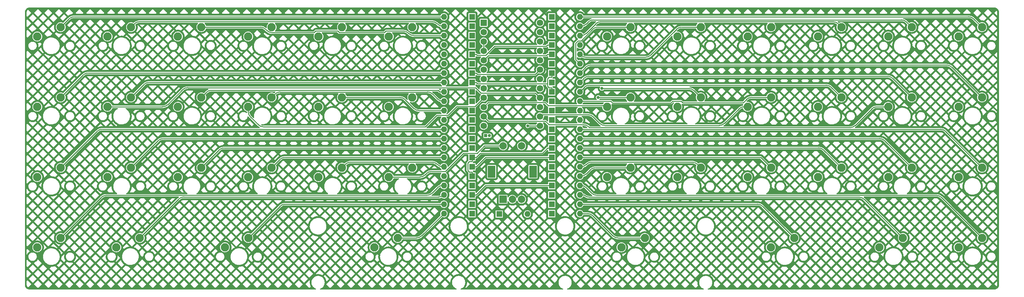
<source format=gbr>
%TF.GenerationSoftware,KiCad,Pcbnew,(6.0.7)*%
%TF.CreationDate,2022-11-26T03:08:02+01:00*%
%TF.ProjectId,skoosk pcb no leds rgb,736b6f6f-736b-4207-9063-62206e6f206c,rev?*%
%TF.SameCoordinates,Original*%
%TF.FileFunction,Copper,L1,Top*%
%TF.FilePolarity,Positive*%
%FSLAX46Y46*%
G04 Gerber Fmt 4.6, Leading zero omitted, Abs format (unit mm)*
G04 Created by KiCad (PCBNEW (6.0.7)) date 2022-11-26 03:08:02*
%MOMM*%
%LPD*%
G01*
G04 APERTURE LIST*
%TA.AperFunction,ComponentPad*%
%ADD10R,1.600000X1.600000*%
%TD*%
%TA.AperFunction,ComponentPad*%
%ADD11O,1.600000X1.600000*%
%TD*%
%TA.AperFunction,ComponentPad*%
%ADD12C,2.250000*%
%TD*%
%TA.AperFunction,ComponentPad*%
%ADD13R,1.752600X1.752600*%
%TD*%
%TA.AperFunction,ComponentPad*%
%ADD14C,1.752600*%
%TD*%
%TA.AperFunction,ComponentPad*%
%ADD15R,2.000000X2.000000*%
%TD*%
%TA.AperFunction,ComponentPad*%
%ADD16C,2.000000*%
%TD*%
%TA.AperFunction,ComponentPad*%
%ADD17R,2.000000X3.200000*%
%TD*%
%TA.AperFunction,ComponentPad*%
%ADD18R,0.850000X0.850000*%
%TD*%
%TA.AperFunction,ComponentPad*%
%ADD19O,0.850000X0.850000*%
%TD*%
%TA.AperFunction,ViaPad*%
%ADD20C,0.800000*%
%TD*%
%TA.AperFunction,Conductor*%
%ADD21C,0.254000*%
%TD*%
G04 APERTURE END LIST*
D10*
%TO.P,D28,1,K*%
%TO.N,ROW5*%
X128270000Y-51689000D03*
D11*
%TO.P,D28,2,A*%
%TO.N,Net-(D28-Pad2)*%
X120650000Y-51689000D03*
%TD*%
D12*
%TO.P,MX30,1,COL*%
%TO.N,COL2*%
X105727500Y-57023000D03*
%TO.P,MX30,2,ROW*%
%TO.N,Net-(D30-Pad2)*%
X112077500Y-54483000D03*
%TD*%
D13*
%TO.P,U1,1,TX0/PD3*%
%TO.N,unconnected-(U1-Pad1)*%
X131445000Y-15194700D03*
D14*
%TO.P,U1,2,RX1/PD2*%
%TO.N,unconnected-(U1-Pad2)*%
X131445000Y-17734700D03*
%TO.P,U1,3,GND*%
%TO.N,GND*%
X131445000Y-20274700D03*
%TO.P,U1,4,GND*%
X131445000Y-22814700D03*
%TO.P,U1,5,2/PD1*%
%TO.N,ROW1*%
X131445000Y-25354700D03*
%TO.P,U1,6,3/PD0*%
%TO.N,ROW3*%
X131445000Y-27894700D03*
%TO.P,U1,7,4/PD4*%
%TO.N,ROW5*%
X131445000Y-30434700D03*
%TO.P,U1,8,5/PC6*%
%TO.N,ROW7*%
X131445000Y-32974700D03*
%TO.P,U1,9,6/PD7*%
%TO.N,COL1*%
X131445000Y-35514700D03*
%TO.P,U1,10,7/PE6*%
%TO.N,COL3*%
X131445000Y-38054700D03*
%TO.P,U1,11,8/PB4*%
%TO.N,COL5*%
X131445000Y-40594700D03*
%TO.P,U1,12,9/PB5*%
%TO.N,rotary_a*%
X131445000Y-43134700D03*
%TO.P,U1,13,10/PB6*%
%TO.N,rotary_b*%
X146685000Y-43134700D03*
%TO.P,U1,14,16/PB2*%
%TO.N,COL4*%
X146685000Y-40594700D03*
%TO.P,U1,15,14/PB3*%
%TO.N,COL2*%
X146685000Y-38054700D03*
%TO.P,U1,16,15/PB1*%
%TO.N,COL0*%
X146685000Y-35514700D03*
%TO.P,U1,17,A0/PF7*%
%TO.N,ROW6*%
X146685000Y-32974700D03*
%TO.P,U1,18,A1/PF6*%
%TO.N,ROW4*%
X146685000Y-30434700D03*
%TO.P,U1,19,A2/PF5*%
%TO.N,ROW2*%
X146685000Y-27894700D03*
%TO.P,U1,20,A3/PF4*%
%TO.N,ROW0*%
X146685000Y-25354700D03*
%TO.P,U1,21,VCC*%
%TO.N,VCC*%
X146685000Y-22814700D03*
%TO.P,U1,22,RST*%
%TO.N,Net-(SW1-Pad2)*%
X146685000Y-20274700D03*
%TO.P,U1,23,GND*%
%TO.N,GND*%
X146685000Y-17734700D03*
%TO.P,U1,24,RAW*%
%TO.N,unconnected-(U1-Pad24)*%
X146685000Y-15194700D03*
%TD*%
D12*
%TO.P,MX16,1,COL*%
%TO.N,COL1*%
X67627500Y-37973000D03*
%TO.P,MX16,2,ROW*%
%TO.N,Net-(D16-Pad2)*%
X73977500Y-35433000D03*
%TD*%
D10*
%TO.P,D3,1,K*%
%TO.N,ROW0*%
X128270000Y-18669000D03*
D11*
%TO.P,D3,2,A*%
%TO.N,Net-(D3-Pad2)*%
X120650000Y-18669000D03*
%TD*%
D12*
%TO.P,MX14,1,COL*%
%TO.N,COL0*%
X29527500Y-37973000D03*
%TO.P,MX14,2,ROW*%
%TO.N,Net-(D14-Pad2)*%
X35877500Y-35433000D03*
%TD*%
%TO.P,MX44,1,COL*%
%TO.N,COL5*%
X260096000Y-76073000D03*
%TO.P,MX44,2,ROW*%
%TO.N,Net-(D44-Pad2)*%
X266446000Y-73533000D03*
%TD*%
%TO.P,MX28,1,COL*%
%TO.N,COL1*%
X67627500Y-57023000D03*
%TO.P,MX28,2,ROW*%
%TO.N,Net-(D28-Pad2)*%
X73977500Y-54483000D03*
%TD*%
D10*
%TO.P,D14,1,K*%
%TO.N,ROW3*%
X128270000Y-31369000D03*
D11*
%TO.P,D14,2,A*%
%TO.N,Net-(D14-Pad2)*%
X120650000Y-31369000D03*
%TD*%
D10*
%TO.P,D43,1,K*%
%TO.N,ROW6*%
X149860000Y-61849000D03*
D11*
%TO.P,D43,2,A*%
%TO.N,Net-(D43-Pad2)*%
X157480000Y-61849000D03*
%TD*%
D12*
%TO.P,MX41,1,COL*%
%TO.N,COL3*%
X168741100Y-76079000D03*
%TO.P,MX41,2,ROW*%
%TO.N,Net-(D41-Pad2)*%
X175091100Y-73539000D03*
%TD*%
D10*
%TO.P,D2,1,K*%
%TO.N,ROW1*%
X128270000Y-16129000D03*
D11*
%TO.P,D2,2,A*%
%TO.N,Net-(D2-Pad2)*%
X120650000Y-16129000D03*
%TD*%
D10*
%TO.P,D23,1,K*%
%TO.N,ROW2*%
X149860000Y-31369000D03*
D11*
%TO.P,D23,2,A*%
%TO.N,Net-(D23-Pad2)*%
X157480000Y-31369000D03*
%TD*%
D12*
%TO.P,MX35,1,COL*%
%TO.N,COL5*%
X241046000Y-57023000D03*
%TO.P,MX35,2,ROW*%
%TO.N,Net-(D35-Pad2)*%
X247396000Y-54483000D03*
%TD*%
%TO.P,MX24,1,COL*%
%TO.N,COL5*%
X260096000Y-37973000D03*
%TO.P,MX24,2,ROW*%
%TO.N,Net-(D24-Pad2)*%
X266446000Y-35433000D03*
%TD*%
%TO.P,MX43,1,COL*%
%TO.N,COL5*%
X238658400Y-76073000D03*
%TO.P,MX43,2,ROW*%
%TO.N,Net-(D43-Pad2)*%
X245008400Y-73533000D03*
%TD*%
D15*
%TO.P,SW2,A,A*%
%TO.N,rotary_a*%
X136692000Y-63062500D03*
D16*
%TO.P,SW2,B,B*%
%TO.N,rotary_b*%
X141692000Y-63062500D03*
%TO.P,SW2,C,C*%
%TO.N,GND*%
X139192000Y-63062500D03*
D17*
%TO.P,SW2,MP*%
%TO.N,N/C*%
X133592000Y-55562500D03*
X144792000Y-55562500D03*
D16*
%TO.P,SW2,S1,S1*%
%TO.N,Net-(D51-Pad2)*%
X141692000Y-48562500D03*
%TO.P,SW2,S2,S2*%
%TO.N,COL2*%
X136692000Y-48562500D03*
%TD*%
D10*
%TO.P,D6,1,K*%
%TO.N,ROW1*%
X128270000Y-26289000D03*
D11*
%TO.P,D6,2,A*%
%TO.N,Net-(D6-Pad2)*%
X120650000Y-26289000D03*
%TD*%
D12*
%TO.P,MX26,1,COL*%
%TO.N,COL0*%
X29527500Y-57023000D03*
%TO.P,MX26,2,ROW*%
%TO.N,Net-(D26-Pad2)*%
X35877500Y-54483000D03*
%TD*%
D10*
%TO.P,D34,1,K*%
%TO.N,ROW5*%
X149860000Y-49149000D03*
D11*
%TO.P,D34,2,A*%
%TO.N,Net-(D34-Pad2)*%
X157480000Y-49149000D03*
%TD*%
D12*
%TO.P,MX7,1,COL*%
%TO.N,COL3*%
X164846000Y-18923000D03*
%TO.P,MX7,2,ROW*%
%TO.N,Net-(D7-Pad2)*%
X171196000Y-16383000D03*
%TD*%
D18*
%TO.P,SW1,1,1*%
%TO.N,GND*%
X131971257Y-45811315D03*
D19*
%TO.P,SW1,2,2*%
%TO.N,Net-(SW1-Pad2)*%
X132971257Y-45811315D03*
%TD*%
D12*
%TO.P,MX5,1,COL*%
%TO.N,COL2*%
X86677500Y-18923000D03*
%TO.P,MX5,2,ROW*%
%TO.N,Net-(D5-Pad2)*%
X93027500Y-16383000D03*
%TD*%
D10*
%TO.P,D5,1,K*%
%TO.N,ROW0*%
X128270000Y-23749000D03*
D11*
%TO.P,D5,2,A*%
%TO.N,Net-(D5-Pad2)*%
X120650000Y-23749000D03*
%TD*%
D12*
%TO.P,MX15,1,COL*%
%TO.N,COL1*%
X48577500Y-37973000D03*
%TO.P,MX15,2,ROW*%
%TO.N,Net-(D15-Pad2)*%
X54927500Y-35433000D03*
%TD*%
D10*
%TO.P,D40,1,K*%
%TO.N,ROW7*%
X128270000Y-66929000D03*
D11*
%TO.P,D40,2,A*%
%TO.N,Net-(D40-Pad2)*%
X120650000Y-66929000D03*
%TD*%
D10*
%TO.P,D4,1,K*%
%TO.N,ROW1*%
X128270000Y-21209000D03*
D11*
%TO.P,D4,2,A*%
%TO.N,Net-(D4-Pad2)*%
X120650000Y-21209000D03*
%TD*%
D10*
%TO.P,D24,1,K*%
%TO.N,ROW3*%
X149860000Y-28829000D03*
D11*
%TO.P,D24,2,A*%
%TO.N,Net-(D24-Pad2)*%
X157480000Y-28829000D03*
%TD*%
D12*
%TO.P,MX18,1,COL*%
%TO.N,COL2*%
X105727500Y-37973000D03*
%TO.P,MX18,2,ROW*%
%TO.N,Net-(D18-Pad2)*%
X112077500Y-35433000D03*
%TD*%
%TO.P,MX21,1,COL*%
%TO.N,COL4*%
X202946000Y-37973000D03*
%TO.P,MX21,2,ROW*%
%TO.N,Net-(D21-Pad2)*%
X209296000Y-35433000D03*
%TD*%
D10*
%TO.P,D39,1,K*%
%TO.N,ROW6*%
X128270000Y-64389000D03*
D11*
%TO.P,D39,2,A*%
%TO.N,Net-(D39-Pad2)*%
X120650000Y-64389000D03*
%TD*%
D12*
%TO.P,MX11,1,COL*%
%TO.N,COL5*%
X241046000Y-18923000D03*
%TO.P,MX11,2,ROW*%
%TO.N,Net-(D11-Pad2)*%
X247396000Y-16383000D03*
%TD*%
D10*
%TO.P,D27,1,K*%
%TO.N,ROW4*%
X128270000Y-49149000D03*
D11*
%TO.P,D27,2,A*%
%TO.N,Net-(D27-Pad2)*%
X120650000Y-49149000D03*
%TD*%
D10*
%TO.P,D30,1,K*%
%TO.N,ROW5*%
X128270000Y-56769000D03*
D11*
%TO.P,D30,2,A*%
%TO.N,Net-(D30-Pad2)*%
X120650000Y-56769000D03*
%TD*%
D10*
%TO.P,D22,1,K*%
%TO.N,ROW3*%
X149860000Y-33909000D03*
D11*
%TO.P,D22,2,A*%
%TO.N,Net-(D22-Pad2)*%
X157480000Y-33909000D03*
%TD*%
D10*
%TO.P,D18,1,K*%
%TO.N,ROW3*%
X128270000Y-41529000D03*
D11*
%TO.P,D18,2,A*%
%TO.N,Net-(D18-Pad2)*%
X120650000Y-41529000D03*
%TD*%
D12*
%TO.P,MX40,1,COL*%
%TO.N,COL2*%
X101803200Y-76073000D03*
%TO.P,MX40,2,ROW*%
%TO.N,Net-(D40-Pad2)*%
X108153200Y-73533000D03*
%TD*%
D10*
%TO.P,D21,1,K*%
%TO.N,ROW2*%
X149860000Y-36449000D03*
D11*
%TO.P,D21,2,A*%
%TO.N,Net-(D21-Pad2)*%
X157480000Y-36449000D03*
%TD*%
D10*
%TO.P,D36,1,K*%
%TO.N,ROW5*%
X149860000Y-44069000D03*
D11*
%TO.P,D36,2,A*%
%TO.N,Net-(D36-Pad2)*%
X157480000Y-44069000D03*
%TD*%
D12*
%TO.P,MX10,1,COL*%
%TO.N,COL4*%
X221996000Y-18923000D03*
%TO.P,MX10,2,ROW*%
%TO.N,Net-(D10-Pad2)*%
X228346000Y-16383000D03*
%TD*%
D10*
%TO.P,D31,1,K*%
%TO.N,ROW4*%
X149860000Y-56769000D03*
D11*
%TO.P,D31,2,A*%
%TO.N,Net-(D31-Pad2)*%
X157480000Y-56769000D03*
%TD*%
D10*
%TO.P,D32,1,K*%
%TO.N,ROW5*%
X149860000Y-54229000D03*
D11*
%TO.P,D32,2,A*%
%TO.N,Net-(D32-Pad2)*%
X157480000Y-54229000D03*
%TD*%
D12*
%TO.P,MX4,1,COL*%
%TO.N,COL1*%
X67627500Y-18923000D03*
%TO.P,MX4,2,ROW*%
%TO.N,Net-(D4-Pad2)*%
X73977500Y-16383000D03*
%TD*%
%TO.P,MX32,1,COL*%
%TO.N,COL3*%
X183896000Y-57023000D03*
%TO.P,MX32,2,ROW*%
%TO.N,Net-(D32-Pad2)*%
X190246000Y-54483000D03*
%TD*%
%TO.P,MX22,1,COL*%
%TO.N,COL4*%
X221996000Y-37973000D03*
%TO.P,MX22,2,ROW*%
%TO.N,Net-(D22-Pad2)*%
X228346000Y-35433000D03*
%TD*%
D10*
%TO.P,D35,1,K*%
%TO.N,ROW4*%
X149860000Y-46609000D03*
D11*
%TO.P,D35,2,A*%
%TO.N,Net-(D35-Pad2)*%
X157480000Y-46609000D03*
%TD*%
D10*
%TO.P,D12,1,K*%
%TO.N,ROW1*%
X149860000Y-13589000D03*
D11*
%TO.P,D12,2,A*%
%TO.N,Net-(D12-Pad2)*%
X157480000Y-13589000D03*
%TD*%
D12*
%TO.P,MX27,1,COL*%
%TO.N,COL1*%
X48577500Y-57023000D03*
%TO.P,MX27,2,ROW*%
%TO.N,Net-(D27-Pad2)*%
X54927500Y-54483000D03*
%TD*%
%TO.P,MX36,1,COL*%
%TO.N,COL5*%
X260096000Y-57023000D03*
%TO.P,MX36,2,ROW*%
%TO.N,Net-(D36-Pad2)*%
X266446000Y-54483000D03*
%TD*%
D10*
%TO.P,D9,1,K*%
%TO.N,ROW0*%
X149860000Y-21209000D03*
D11*
%TO.P,D9,2,A*%
%TO.N,Net-(D9-Pad2)*%
X157480000Y-21209000D03*
%TD*%
D12*
%TO.P,MX20,1,COL*%
%TO.N,COL3*%
X183896000Y-37973000D03*
%TO.P,MX20,2,ROW*%
%TO.N,Net-(D20-Pad2)*%
X190246000Y-35433000D03*
%TD*%
D10*
%TO.P,D15,1,K*%
%TO.N,ROW2*%
X128270000Y-33909000D03*
D11*
%TO.P,D15,2,A*%
%TO.N,Net-(D15-Pad2)*%
X120650000Y-33909000D03*
%TD*%
D10*
%TO.P,D51,1,K*%
%TO.N,ROW6*%
X135636000Y-67056000D03*
D11*
%TO.P,D51,2,A*%
%TO.N,Net-(D51-Pad2)*%
X143256000Y-67056000D03*
%TD*%
D10*
%TO.P,D7,1,K*%
%TO.N,ROW0*%
X149860000Y-26289000D03*
D11*
%TO.P,D7,2,A*%
%TO.N,Net-(D7-Pad2)*%
X157480000Y-26289000D03*
%TD*%
D12*
%TO.P,MX25,1,COL*%
%TO.N,COL0*%
X10477500Y-57023000D03*
%TO.P,MX25,2,ROW*%
%TO.N,Net-(D25-Pad2)*%
X16827500Y-54483000D03*
%TD*%
D10*
%TO.P,D33,1,K*%
%TO.N,ROW4*%
X149860000Y-51689000D03*
D11*
%TO.P,D33,2,A*%
%TO.N,Net-(D33-Pad2)*%
X157480000Y-51689000D03*
%TD*%
D10*
%TO.P,D17,1,K*%
%TO.N,ROW2*%
X128270000Y-38989000D03*
D11*
%TO.P,D17,2,A*%
%TO.N,Net-(D17-Pad2)*%
X120650000Y-38989000D03*
%TD*%
D10*
%TO.P,D16,1,K*%
%TO.N,ROW3*%
X128270000Y-36449000D03*
D11*
%TO.P,D16,2,A*%
%TO.N,Net-(D16-Pad2)*%
X120650000Y-36449000D03*
%TD*%
D12*
%TO.P,MX42,1,COL*%
%TO.N,COL4*%
X209219800Y-76073000D03*
%TO.P,MX42,2,ROW*%
%TO.N,Net-(D42-Pad2)*%
X215569800Y-73533000D03*
%TD*%
%TO.P,MX33,1,COL*%
%TO.N,COL4*%
X202946000Y-57023000D03*
%TO.P,MX33,2,ROW*%
%TO.N,Net-(D33-Pad2)*%
X209296000Y-54483000D03*
%TD*%
%TO.P,MX38,1,COL*%
%TO.N,COL0*%
X31902400Y-76073000D03*
%TO.P,MX38,2,ROW*%
%TO.N,Net-(D38-Pad2)*%
X38252400Y-73533000D03*
%TD*%
%TO.P,MX13,1,COL*%
%TO.N,COL0*%
X10477500Y-37973000D03*
%TO.P,MX13,2,ROW*%
%TO.N,Net-(D13-Pad2)*%
X16827500Y-35433000D03*
%TD*%
D10*
%TO.P,D42,1,K*%
%TO.N,ROW7*%
X149860000Y-64389000D03*
D11*
%TO.P,D42,2,A*%
%TO.N,Net-(D42-Pad2)*%
X157480000Y-64389000D03*
%TD*%
D12*
%TO.P,MX6,1,COL*%
%TO.N,COL2*%
X105727500Y-18923000D03*
%TO.P,MX6,2,ROW*%
%TO.N,Net-(D6-Pad2)*%
X112077500Y-16383000D03*
%TD*%
%TO.P,MX3,1,COL*%
%TO.N,COL1*%
X48577500Y-18923000D03*
%TO.P,MX3,2,ROW*%
%TO.N,Net-(D3-Pad2)*%
X54927500Y-16383000D03*
%TD*%
%TO.P,MX2,1,COL*%
%TO.N,COL0*%
X29527500Y-18923000D03*
%TO.P,MX2,2,ROW*%
%TO.N,Net-(D2-Pad2)*%
X35877500Y-16383000D03*
%TD*%
%TO.P,MX17,1,COL*%
%TO.N,COL2*%
X86677500Y-37973000D03*
%TO.P,MX17,2,ROW*%
%TO.N,Net-(D17-Pad2)*%
X93027500Y-35433000D03*
%TD*%
D10*
%TO.P,D11,1,K*%
%TO.N,ROW0*%
X149860000Y-16129000D03*
D11*
%TO.P,D11,2,A*%
%TO.N,Net-(D11-Pad2)*%
X157480000Y-16129000D03*
%TD*%
D12*
%TO.P,MX1,1,COL*%
%TO.N,COL0*%
X10477500Y-18923000D03*
%TO.P,MX1,2,ROW*%
%TO.N,Net-(D1-Pad2)*%
X16827500Y-16383000D03*
%TD*%
D10*
%TO.P,D25,1,K*%
%TO.N,ROW4*%
X128270000Y-44069000D03*
D11*
%TO.P,D25,2,A*%
%TO.N,Net-(D25-Pad2)*%
X120650000Y-44069000D03*
%TD*%
D12*
%TO.P,MX37,1,COL*%
%TO.N,COL0*%
X10477500Y-76073000D03*
%TO.P,MX37,2,ROW*%
%TO.N,Net-(D37-Pad2)*%
X16827500Y-73533000D03*
%TD*%
%TO.P,MX39,1,COL*%
%TO.N,COL1*%
X61315600Y-76073000D03*
%TO.P,MX39,2,ROW*%
%TO.N,Net-(D39-Pad2)*%
X67665600Y-73533000D03*
%TD*%
D10*
%TO.P,D19,1,K*%
%TO.N,ROW2*%
X149860000Y-41529000D03*
D11*
%TO.P,D19,2,A*%
%TO.N,Net-(D19-Pad2)*%
X157480000Y-41529000D03*
%TD*%
D10*
%TO.P,D8,1,K*%
%TO.N,ROW1*%
X149860000Y-23749000D03*
D11*
%TO.P,D8,2,A*%
%TO.N,Net-(D8-Pad2)*%
X157480000Y-23749000D03*
%TD*%
D12*
%TO.P,MX23,1,COL*%
%TO.N,COL5*%
X241046000Y-37973000D03*
%TO.P,MX23,2,ROW*%
%TO.N,Net-(D23-Pad2)*%
X247396000Y-35433000D03*
%TD*%
D10*
%TO.P,D44,1,K*%
%TO.N,ROW7*%
X149860000Y-59309000D03*
D11*
%TO.P,D44,2,A*%
%TO.N,Net-(D44-Pad2)*%
X157480000Y-59309000D03*
%TD*%
D12*
%TO.P,MX9,1,COL*%
%TO.N,COL4*%
X202946000Y-18923000D03*
%TO.P,MX9,2,ROW*%
%TO.N,Net-(D9-Pad2)*%
X209296000Y-16383000D03*
%TD*%
D10*
%TO.P,D20,1,K*%
%TO.N,ROW3*%
X149860000Y-38989000D03*
D11*
%TO.P,D20,2,A*%
%TO.N,Net-(D20-Pad2)*%
X157480000Y-38989000D03*
%TD*%
D12*
%TO.P,MX34,1,COL*%
%TO.N,COL4*%
X221996000Y-57023000D03*
%TO.P,MX34,2,ROW*%
%TO.N,Net-(D34-Pad2)*%
X228346000Y-54483000D03*
%TD*%
D10*
%TO.P,D26,1,K*%
%TO.N,ROW5*%
X128270000Y-46609000D03*
D11*
%TO.P,D26,2,A*%
%TO.N,Net-(D26-Pad2)*%
X120650000Y-46609000D03*
%TD*%
D10*
%TO.P,D1,1,K*%
%TO.N,ROW0*%
X128270000Y-13589000D03*
D11*
%TO.P,D1,2,A*%
%TO.N,Net-(D1-Pad2)*%
X120650000Y-13589000D03*
%TD*%
D10*
%TO.P,D13,1,K*%
%TO.N,ROW2*%
X128270000Y-28829000D03*
D11*
%TO.P,D13,2,A*%
%TO.N,Net-(D13-Pad2)*%
X120650000Y-28829000D03*
%TD*%
D12*
%TO.P,MX19,1,COL*%
%TO.N,COL3*%
X164846000Y-37973000D03*
%TO.P,MX19,2,ROW*%
%TO.N,Net-(D19-Pad2)*%
X171196000Y-35433000D03*
%TD*%
D10*
%TO.P,D29,1,K*%
%TO.N,ROW4*%
X128270000Y-54229000D03*
D11*
%TO.P,D29,2,A*%
%TO.N,Net-(D29-Pad2)*%
X120650000Y-54229000D03*
%TD*%
D12*
%TO.P,MX12,1,COL*%
%TO.N,COL5*%
X260096000Y-18923000D03*
%TO.P,MX12,2,ROW*%
%TO.N,Net-(D12-Pad2)*%
X266446000Y-16383000D03*
%TD*%
D10*
%TO.P,D10,1,K*%
%TO.N,ROW1*%
X149860000Y-18669000D03*
D11*
%TO.P,D10,2,A*%
%TO.N,Net-(D10-Pad2)*%
X157480000Y-18669000D03*
%TD*%
D10*
%TO.P,D41,1,K*%
%TO.N,ROW6*%
X149860000Y-66929000D03*
D11*
%TO.P,D41,2,A*%
%TO.N,Net-(D41-Pad2)*%
X157480000Y-66929000D03*
%TD*%
D12*
%TO.P,MX31,1,COL*%
%TO.N,COL3*%
X164846000Y-57023000D03*
%TO.P,MX31,2,ROW*%
%TO.N,Net-(D31-Pad2)*%
X171196000Y-54483000D03*
%TD*%
D10*
%TO.P,D37,1,K*%
%TO.N,ROW6*%
X128270000Y-59309000D03*
D11*
%TO.P,D37,2,A*%
%TO.N,Net-(D37-Pad2)*%
X120650000Y-59309000D03*
%TD*%
D12*
%TO.P,MX29,1,COL*%
%TO.N,COL2*%
X86677500Y-57023000D03*
%TO.P,MX29,2,ROW*%
%TO.N,Net-(D29-Pad2)*%
X93027500Y-54483000D03*
%TD*%
%TO.P,MX8,1,COL*%
%TO.N,COL3*%
X183896000Y-18923000D03*
%TO.P,MX8,2,ROW*%
%TO.N,Net-(D8-Pad2)*%
X190246000Y-16383000D03*
%TD*%
D10*
%TO.P,D38,1,K*%
%TO.N,ROW7*%
X128270000Y-61849000D03*
D11*
%TO.P,D38,2,A*%
%TO.N,Net-(D38-Pad2)*%
X120650000Y-61849000D03*
%TD*%
D20*
%TO.N,Net-(D19-Pad2)*%
X162433000Y-35433000D03*
%TO.N,Net-(D20-Pad2)*%
X163449000Y-33020000D03*
%TO.N,rotary_b*%
X143373800Y-43134700D03*
%TD*%
D21*
%TO.N,COL0*%
X45826587Y-37387213D02*
X49846214Y-33367586D01*
X51260427Y-32781800D02*
X129251000Y-32781800D01*
X129251000Y-32781800D02*
X130713900Y-34244700D01*
X130713900Y-34244700D02*
X145415000Y-34244700D01*
X29527500Y-37973000D02*
X44412373Y-37973000D01*
X145415000Y-34244700D02*
X146685000Y-35514700D01*
X45826601Y-37387227D02*
G75*
G02*
X44412373Y-37973000I-1414201J1414227D01*
G01*
X51260427Y-32781820D02*
G75*
G03*
X49846215Y-33367587I-27J-1999980D01*
G01*
%TO.N,ROW0*%
X148397200Y-21544700D02*
X148732900Y-21209000D01*
X149860000Y-21209000D02*
X148732900Y-21209000D01*
X134417000Y-21544700D02*
X148397200Y-21544700D01*
X129397100Y-23749000D02*
X129676200Y-24028100D01*
X128270000Y-23749000D02*
X129397100Y-23749000D01*
X129676200Y-24028100D02*
X131933600Y-24028100D01*
X131933600Y-24028100D02*
X134417000Y-21544700D01*
%TO.N,Net-(D1-Pad2)*%
X19035713Y-14174787D02*
X16827500Y-16383000D01*
X120650000Y-13589000D02*
X20449927Y-13589000D01*
X19035699Y-14174773D02*
G75*
G02*
X20449927Y-13589000I1414201J-1414227D01*
G01*
%TO.N,COL1*%
X121777200Y-40259000D02*
X124174400Y-37861800D01*
X71790227Y-43434000D02*
X115607700Y-43434000D01*
X129097900Y-37861800D02*
X131445000Y-35514700D01*
X68213287Y-40685487D02*
X70376014Y-42848214D01*
X67627500Y-37973000D02*
X67627500Y-39271273D01*
X124174400Y-37861800D02*
X129097900Y-37861800D01*
X118782700Y-40259000D02*
X121777200Y-40259000D01*
X115607700Y-43434000D02*
X118782700Y-40259000D01*
X68213273Y-40685501D02*
G75*
G02*
X67627500Y-39271273I1414227J1414201D01*
G01*
X71790227Y-43433980D02*
G75*
G02*
X70376015Y-42848213I-27J1999980D01*
G01*
%TO.N,ROW1*%
X132715000Y-24084700D02*
X131445000Y-25354700D01*
X149860000Y-23749000D02*
X148732900Y-23749000D01*
X148397200Y-24084700D02*
X132715000Y-24084700D01*
X148732900Y-23749000D02*
X148397200Y-24084700D01*
%TO.N,Net-(D2-Pad2)*%
X120650000Y-16129000D02*
X120351327Y-16129000D01*
X38196127Y-14892800D02*
X117458273Y-14892800D01*
X118872487Y-15478587D02*
X118937114Y-15543214D01*
X35877500Y-16383000D02*
X36781914Y-15478586D01*
X118937100Y-15543228D02*
G75*
G03*
X120351327Y-16129000I1414200J1414228D01*
G01*
X117458273Y-14892820D02*
G75*
G02*
X118872486Y-15478588I27J-1999980D01*
G01*
X38196127Y-14892820D02*
G75*
G03*
X36781915Y-15478587I-27J-1999980D01*
G01*
%TO.N,COL2*%
X115555087Y-56437213D02*
X115907514Y-56084786D01*
X125978200Y-50561800D02*
X129632600Y-50561800D01*
X121041000Y-55499000D02*
X125978200Y-50561800D01*
X117321727Y-55499000D02*
X121041000Y-55499000D01*
X131631900Y-48562500D02*
X136692000Y-48562500D01*
X105727500Y-57023000D02*
X114140873Y-57023000D01*
X129632600Y-50561800D02*
X131631900Y-48562500D01*
X115907500Y-56084772D02*
G75*
G02*
X117321727Y-55499000I1414200J-1414228D01*
G01*
X115555101Y-56437227D02*
G75*
G02*
X114140873Y-57023000I-1414201J1414227D01*
G01*
%TO.N,Net-(D3-Pad2)*%
X91877800Y-17434900D02*
X92314700Y-17871800D01*
X104521900Y-17871800D02*
X104958800Y-17434900D01*
X74093127Y-17871800D02*
X85471900Y-17871800D01*
X72361687Y-16968787D02*
X72678914Y-17286014D01*
X112504027Y-18669000D02*
X120650000Y-18669000D01*
X85908800Y-17434900D02*
X91877800Y-17434900D01*
X104958800Y-17434900D02*
X109613073Y-17434900D01*
X85471900Y-17871800D02*
X85908800Y-17434900D01*
X111027287Y-18020687D02*
X111089814Y-18083214D01*
X54927500Y-16383000D02*
X70947473Y-16383000D01*
X92314700Y-17871800D02*
X104521900Y-17871800D01*
X111089800Y-18083228D02*
G75*
G03*
X112504027Y-18669000I1414200J1414228D01*
G01*
X74093127Y-17871780D02*
G75*
G02*
X72678915Y-17286013I-27J1999980D01*
G01*
X70947473Y-16383020D02*
G75*
G02*
X72361686Y-16968788I27J-1999980D01*
G01*
X111027301Y-18020673D02*
G75*
G03*
X109613073Y-17434900I-1414201J-1414227D01*
G01*
%TO.N,COL3*%
X164846000Y-37973000D02*
X164497700Y-37624700D01*
X164497700Y-37624700D02*
X148881500Y-37624700D01*
X148881500Y-37624700D02*
X148094000Y-36837200D01*
X132662500Y-36837200D02*
X131445000Y-38054700D01*
X148094000Y-36837200D02*
X132662500Y-36837200D01*
%TO.N,COL4*%
X201996427Y-37973000D02*
X202946000Y-37973000D01*
X196673787Y-42467213D02*
X200582214Y-38558786D01*
X161097987Y-40701987D02*
X162863214Y-42467214D01*
X147163500Y-40116200D02*
X159683773Y-40116200D01*
X164277427Y-43053000D02*
X195259573Y-43053000D01*
X146685000Y-40594700D02*
X147163500Y-40116200D01*
X201996427Y-37973020D02*
G75*
G03*
X200582215Y-38558787I-27J-1999980D01*
G01*
X161098001Y-40701973D02*
G75*
G03*
X159683773Y-40116200I-1414201J-1414227D01*
G01*
X195259573Y-43052980D02*
G75*
G03*
X196673786Y-42467212I27J1999980D01*
G01*
X162863200Y-42467228D02*
G75*
G03*
X164277427Y-43053000I1414200J1414228D01*
G01*
%TO.N,Net-(D7-Pad2)*%
X157013181Y-20082000D02*
X156353000Y-20742181D01*
X171196000Y-16383000D02*
X162363579Y-16383000D01*
X160949365Y-16968787D02*
X157836152Y-20082000D01*
X157836152Y-20082000D02*
X157013181Y-20082000D01*
X156353000Y-20742181D02*
X156353000Y-25162000D01*
X156353000Y-25162000D02*
X157480000Y-26289000D01*
X162363579Y-16382986D02*
G75*
G03*
X160949366Y-16968788I21J-2000014D01*
G01*
%TO.N,Net-(D8-Pad2)*%
X176696788Y-23963212D02*
X183691214Y-16968786D01*
X185105427Y-16383000D02*
X190246000Y-16383000D01*
X157480000Y-23749000D02*
X157694213Y-23963213D01*
X159108426Y-24548999D02*
X175282574Y-24548999D01*
X157694200Y-23963226D02*
G75*
G03*
X159108426Y-24548999I1414200J1414226D01*
G01*
X185105427Y-16383020D02*
G75*
G03*
X183691215Y-16968787I-27J-1999980D01*
G01*
X176696801Y-23963225D02*
G75*
G02*
X175282574Y-24548999I-1414201J1414225D01*
G01*
%TO.N,COL5*%
X131445000Y-40594700D02*
X132715000Y-41864700D01*
X232110087Y-43029213D02*
X236580514Y-38558786D01*
X160074000Y-43615000D02*
X230695873Y-43615000D01*
X132715000Y-41864700D02*
X148124800Y-41864700D01*
X237994727Y-37973000D02*
X241046000Y-37973000D01*
X159888687Y-43429687D02*
X160074000Y-43615000D01*
X149104000Y-42843900D02*
X158474473Y-42843900D01*
X148124800Y-41864700D02*
X149104000Y-42843900D01*
X158474473Y-42843920D02*
G75*
G02*
X159888686Y-43429688I27J-1999980D01*
G01*
X232110101Y-43029227D02*
G75*
G02*
X230695873Y-43615000I-1414201J1414227D01*
G01*
X236580500Y-38558772D02*
G75*
G02*
X237994727Y-37973000I1414200J-1414228D01*
G01*
%TO.N,Net-(D10-Pad2)*%
X159192887Y-18083213D02*
X161800714Y-15475386D01*
X157480000Y-18669000D02*
X157778673Y-18669000D01*
X227438387Y-15475387D02*
X228346000Y-16383000D01*
X163214927Y-14889600D02*
X226024173Y-14889600D01*
X159192901Y-18083227D02*
G75*
G02*
X157778673Y-18669000I-1414201J1414227D01*
G01*
X161800700Y-15475372D02*
G75*
G02*
X163214927Y-14889600I1414200J-1414228D01*
G01*
X227438401Y-15475373D02*
G75*
G03*
X226024173Y-14889600I-1414201J-1414227D01*
G01*
%TO.N,Net-(D11-Pad2)*%
X157480000Y-16129000D02*
X157778673Y-16129000D01*
X159192887Y-15543213D02*
X159719314Y-15016786D01*
X246029787Y-15016787D02*
X247396000Y-16383000D01*
X161133527Y-14431000D02*
X244615573Y-14431000D01*
X244615573Y-14431020D02*
G75*
G02*
X246029786Y-15016788I27J-1999980D01*
G01*
X161133527Y-14431020D02*
G75*
G03*
X159719315Y-15016787I-27J-1999980D01*
G01*
X157778673Y-16128980D02*
G75*
G03*
X159192886Y-15543212I27J1999980D01*
G01*
%TO.N,Net-(D12-Pad2)*%
X262823573Y-13589000D02*
X157480000Y-13589000D01*
X266446000Y-16383000D02*
X264237786Y-14174786D01*
X264237800Y-14174772D02*
G75*
G03*
X262823573Y-13589000I-1414200J-1414228D01*
G01*
%TO.N,Net-(D13-Pad2)*%
X120650000Y-28829000D02*
X24259927Y-28829000D01*
X22845713Y-29414787D02*
X16827500Y-35433000D01*
X24259927Y-28829020D02*
G75*
G03*
X22845714Y-29414788I-27J-1999980D01*
G01*
%TO.N,Net-(D14-Pad2)*%
X39355713Y-31954787D02*
X35877500Y-35433000D01*
X120650000Y-31369000D02*
X40769927Y-31369000D01*
X40769927Y-31369020D02*
G75*
G03*
X39355714Y-31954788I-27J-1999980D01*
G01*
%TO.N,Net-(D15-Pad2)*%
X120650000Y-33909000D02*
X119522900Y-33909000D01*
X56269313Y-34091187D02*
X54927500Y-35433000D01*
X119119300Y-33505400D02*
X57683527Y-33505400D01*
X119522900Y-33909000D02*
X119119300Y-33505400D01*
X56269299Y-34091173D02*
G75*
G02*
X57683527Y-33505400I1414201J-1414227D01*
G01*
%TO.N,Net-(D16-Pad2)*%
X116212473Y-33967000D02*
X76271927Y-33967000D01*
X74857713Y-34552787D02*
X73977500Y-35433000D01*
X118937113Y-35863213D02*
X117626686Y-34552786D01*
X120650000Y-36449000D02*
X120351327Y-36449000D01*
X120351327Y-36448980D02*
G75*
G02*
X118937114Y-35863212I-27J1999980D01*
G01*
X74857699Y-34552773D02*
G75*
G02*
X76271927Y-33967000I1414201J-1414227D01*
G01*
X117626700Y-34552772D02*
G75*
G03*
X116212473Y-33967000I-1414200J-1414228D01*
G01*
%TO.N,Net-(D17-Pad2)*%
X113931627Y-38989000D02*
X120650000Y-38989000D01*
X110132987Y-36018787D02*
X112517414Y-38403214D01*
X93027500Y-35433000D02*
X108718773Y-35433000D01*
X113931627Y-38988980D02*
G75*
G02*
X112517415Y-38403213I-27J1999980D01*
G01*
X110133001Y-36018773D02*
G75*
G03*
X108718773Y-35433000I-1414201J-1414227D01*
G01*
%TO.N,Net-(D19-Pad2)*%
X171196000Y-35433000D02*
X162433000Y-35433000D01*
%TO.N,Net-(D20-Pad2)*%
X187004573Y-33020000D02*
X163449000Y-33020000D01*
X190246000Y-35433000D02*
X188418786Y-33605786D01*
X187004573Y-33020020D02*
G75*
G02*
X188418785Y-33605787I27J-1999980D01*
G01*
%TO.N,Net-(D21-Pad2)*%
X166349700Y-36936700D02*
X182160900Y-36936700D01*
X182160900Y-36936700D02*
X182604500Y-36493100D01*
X185352100Y-36889100D02*
X201739300Y-36889100D01*
X165862000Y-36449000D02*
X166349700Y-36936700D01*
X182604500Y-36493100D02*
X184956100Y-36493100D01*
X204023827Y-35433000D02*
X209296000Y-35433000D01*
X201739300Y-36889100D02*
X202609614Y-36018786D01*
X184956100Y-36493100D02*
X185352100Y-36889100D01*
X157480000Y-36449000D02*
X165862000Y-36449000D01*
X204023827Y-35433020D02*
G75*
G03*
X202609615Y-36018787I-27J-1999980D01*
G01*
%TO.N,Net-(D22-Pad2)*%
X224215573Y-32131000D02*
X160086427Y-32131000D01*
X158672213Y-32716787D02*
X157480000Y-33909000D01*
X228346000Y-35433000D02*
X225629786Y-32716786D01*
X224215573Y-32131020D02*
G75*
G02*
X225629785Y-32716787I27J-1999980D01*
G01*
X158672199Y-32716773D02*
G75*
G02*
X160086427Y-32131000I1414201J-1414227D01*
G01*
%TO.N,Net-(D23-Pad2)*%
X247396000Y-35433000D02*
X242266786Y-30303786D01*
X158545213Y-30303787D02*
X157480000Y-31369000D01*
X240852573Y-29718000D02*
X159959427Y-29718000D01*
X240852573Y-29718020D02*
G75*
G02*
X242266785Y-30303787I27J-1999980D01*
G01*
X158545199Y-30303773D02*
G75*
G02*
X159959427Y-29718000I1414201J-1414227D01*
G01*
%TO.N,Net-(D24-Pad2)*%
X160467427Y-26670000D02*
X256854573Y-26670000D01*
X258268787Y-27255787D02*
X266446000Y-35433000D01*
X157480000Y-28829000D02*
X159053214Y-27255786D01*
X160467427Y-26670020D02*
G75*
G03*
X159053215Y-27255787I-27J-1999980D01*
G01*
X256854573Y-26670020D02*
G75*
G02*
X258268786Y-27255788I27J-1999980D01*
G01*
%TO.N,Net-(D25-Pad2)*%
X120650000Y-44069000D02*
X28069927Y-44069000D01*
X26655713Y-44654787D02*
X16827500Y-54483000D01*
X28069927Y-44069020D02*
G75*
G03*
X26655714Y-44654788I-27J-1999980D01*
G01*
%TO.N,Net-(D26-Pad2)*%
X43165713Y-47194787D02*
X35877500Y-54483000D01*
X120650000Y-46609000D02*
X44579927Y-46609000D01*
X44579927Y-46609020D02*
G75*
G03*
X43165714Y-47194788I-27J-1999980D01*
G01*
%TO.N,Net-(D27-Pad2)*%
X54927500Y-54483000D02*
X59675714Y-49734786D01*
X61089927Y-49149000D02*
X120650000Y-49149000D01*
X59675700Y-49734772D02*
G75*
G02*
X61089927Y-49149000I1414200J-1414228D01*
G01*
%TO.N,Net-(D28-Pad2)*%
X77599927Y-51689000D02*
X120650000Y-51689000D01*
X73977500Y-54483000D02*
X76185714Y-52274786D01*
X77599927Y-51689020D02*
G75*
G03*
X76185715Y-52274787I-27J-1999980D01*
G01*
%TO.N,Net-(D29-Pad2)*%
X118872487Y-53578587D02*
X118937114Y-53643214D01*
X95346127Y-52992800D02*
X117458273Y-52992800D01*
X93027500Y-54483000D02*
X93931914Y-53578586D01*
X120650000Y-54229000D02*
X120351327Y-54229000D01*
X118872501Y-53578573D02*
G75*
G03*
X117458273Y-52992800I-1414201J-1414227D01*
G01*
X95346127Y-52992820D02*
G75*
G03*
X93931915Y-53578587I-27J-1999980D01*
G01*
X120351327Y-54228980D02*
G75*
G02*
X118937115Y-53643213I-27J1999980D01*
G01*
%TO.N,Net-(D31-Pad2)*%
X157480000Y-56769000D02*
X157778673Y-56769000D01*
X171196000Y-54483000D02*
X161721527Y-54483000D01*
X160307313Y-55068787D02*
X159192886Y-56183214D01*
X160307299Y-55068773D02*
G75*
G02*
X161721527Y-54483000I1414201J-1414227D01*
G01*
X159192900Y-56183228D02*
G75*
G02*
X157778673Y-56769000I-1414200J1414228D01*
G01*
%TO.N,Net-(D32-Pad2)*%
X187927373Y-52992800D02*
X160671727Y-52992800D01*
X190246000Y-54483000D02*
X189341586Y-53578586D01*
X157480000Y-54229000D02*
X157778673Y-54229000D01*
X159257513Y-53578587D02*
X159192886Y-53643214D01*
X159192900Y-53643228D02*
G75*
G02*
X157778673Y-54229000I-1414200J1414228D01*
G01*
X160671727Y-52992820D02*
G75*
G03*
X159257514Y-53578588I-27J-1999980D01*
G01*
X189341600Y-53578572D02*
G75*
G03*
X187927373Y-52992800I-1414200J-1414228D01*
G01*
%TO.N,Net-(D33-Pad2)*%
X206502000Y-51689000D02*
X157480000Y-51689000D01*
X209296000Y-54483000D02*
X206502000Y-51689000D01*
%TO.N,Net-(D34-Pad2)*%
X222183573Y-49149000D02*
X157480000Y-49149000D01*
X228346000Y-54483000D02*
X223597786Y-49734786D01*
X223597800Y-49734772D02*
G75*
G03*
X222183573Y-49149000I-1414200J-1414228D01*
G01*
%TO.N,Net-(D35-Pad2)*%
X240107787Y-47194787D02*
X247396000Y-54483000D01*
X157480000Y-46609000D02*
X238693573Y-46609000D01*
X240107801Y-47194773D02*
G75*
G03*
X238693573Y-46609000I-1414201J-1414227D01*
G01*
%TO.N,Net-(D36-Pad2)*%
X255203573Y-44069000D02*
X157480000Y-44069000D01*
X266446000Y-54483000D02*
X256617786Y-44654786D01*
X256617800Y-44654772D02*
G75*
G03*
X255203573Y-44069000I-1414200J-1414228D01*
G01*
%TO.N,Net-(D37-Pad2)*%
X29204977Y-61983950D02*
X116019523Y-61983950D01*
X16827500Y-73533000D02*
X27790764Y-62569736D01*
X120351327Y-59309000D02*
X120650000Y-59309000D01*
X117433737Y-61398163D02*
X118937114Y-59894786D01*
X117433715Y-61398141D02*
G75*
G02*
X116019523Y-61983950I-1414215J1414141D01*
G01*
X120351327Y-59309020D02*
G75*
G03*
X118937115Y-59894787I-27J-1999980D01*
G01*
X27790786Y-62569758D02*
G75*
G02*
X29204977Y-61983950I1414214J-1414142D01*
G01*
%TO.N,Net-(D38-Pad2)*%
X38252400Y-73533000D02*
X48761664Y-63023736D01*
X120646837Y-61852163D02*
X120650000Y-61849000D01*
X50175877Y-62437950D02*
X119232623Y-62437950D01*
X119232623Y-62437980D02*
G75*
G03*
X120646836Y-61852162I-23J1999980D01*
G01*
X50175877Y-62437920D02*
G75*
G03*
X48761665Y-63023737I23J-1999980D01*
G01*
%TO.N,Net-(D39-Pad2)*%
X77638027Y-64389000D02*
X120650000Y-64389000D01*
X67665600Y-73533000D02*
X76223814Y-64974786D01*
X77638027Y-64389020D02*
G75*
G03*
X76223815Y-64974787I-27J-1999980D01*
G01*
%TO.N,Net-(D40-Pad2)*%
X108153200Y-73533000D02*
X113217573Y-73533000D01*
X114631787Y-72947213D02*
X120650000Y-66929000D01*
X114631801Y-72947227D02*
G75*
G02*
X113217573Y-73533000I-1414201J1414227D01*
G01*
%TO.N,Net-(D41-Pad2)*%
X175091100Y-73539000D02*
X167839427Y-73539000D01*
X159572573Y-66929000D02*
X157480000Y-66929000D01*
X166425213Y-72953213D02*
X160986786Y-67514786D01*
X160986800Y-67514772D02*
G75*
G03*
X159572573Y-66929000I-1414200J-1414228D01*
G01*
X166425199Y-72953227D02*
G75*
G03*
X167839427Y-73539000I1414201J1414227D01*
G01*
%TO.N,Net-(D42-Pad2)*%
X205597373Y-64389000D02*
X157480000Y-64389000D01*
X215569800Y-73533000D02*
X207011586Y-64974786D01*
X205597373Y-64389020D02*
G75*
G02*
X207011585Y-64974787I27J-1999980D01*
G01*
%TO.N,Net-(D43-Pad2)*%
X158607100Y-61849000D02*
X157480000Y-61849000D01*
X245008400Y-73533000D02*
X234553136Y-63077736D01*
X158664263Y-61906163D02*
X158607100Y-61849000D01*
X233138923Y-62491950D02*
X160078477Y-62491950D01*
X160078477Y-62491980D02*
G75*
G02*
X158664264Y-61906162I23J1999980D01*
G01*
X233138923Y-62491920D02*
G75*
G02*
X234553135Y-63077737I-23J-1999980D01*
G01*
%TO.N,Net-(D44-Pad2)*%
X266446000Y-73533000D02*
X255482736Y-62569736D01*
X157778673Y-59309000D02*
X157480000Y-59309000D01*
X160696263Y-61398163D02*
X159192886Y-59894786D01*
X254068523Y-61983950D02*
X162110477Y-61983950D01*
X160696285Y-61398141D02*
G75*
G03*
X162110477Y-61983950I1414215J1414141D01*
G01*
X157778673Y-59309020D02*
G75*
G02*
X159192885Y-59894787I27J-1999980D01*
G01*
X255482714Y-62569758D02*
G75*
G03*
X254068523Y-61983950I-1414214J-1414142D01*
G01*
%TO.N,ROW2*%
X129732800Y-29164700D02*
X129397100Y-28829000D01*
X145415000Y-29164700D02*
X129732800Y-29164700D01*
X146685000Y-27894700D02*
X145415000Y-29164700D01*
X128270000Y-28829000D02*
X129397100Y-28829000D01*
%TO.N,ROW3*%
X148732900Y-31704700D02*
X148732900Y-30378700D01*
X148732900Y-31704700D02*
X129732800Y-31704700D01*
X149155500Y-29956100D02*
X149860000Y-29956100D01*
X148732900Y-30378700D02*
X149155500Y-29956100D01*
X149860000Y-28829000D02*
X149860000Y-29956100D01*
X129732800Y-31704700D02*
X129397100Y-31369000D01*
X148732900Y-32359200D02*
X148732900Y-31704700D01*
X149155600Y-32781900D02*
X148732900Y-32359200D01*
X149860000Y-32781900D02*
X149155600Y-32781900D01*
X149860000Y-33909000D02*
X149860000Y-32781900D01*
X128270000Y-31369000D02*
X129397100Y-31369000D01*
%TO.N,ROW4*%
X131937100Y-51689000D02*
X149860000Y-51689000D01*
X128270000Y-54229000D02*
X129397100Y-54229000D01*
X129397100Y-54229000D02*
X131937100Y-51689000D01*
%TO.N,ROW7*%
X149860000Y-59309000D02*
X131937100Y-59309000D01*
X128270000Y-61849000D02*
X129397100Y-61849000D01*
X131937100Y-59309000D02*
X129397100Y-61849000D01*
%TO.N,GND*%
X131445000Y-22814700D02*
X131445000Y-20274700D01*
%TO.N,rotary_b*%
X146685000Y-43134700D02*
X143373800Y-43134700D01*
%TO.N,ROW5*%
X128270000Y-51689000D02*
X129397100Y-51689000D01*
X148732900Y-49149000D02*
X147320000Y-50561900D01*
X130524200Y-50561900D02*
X129397100Y-51689000D01*
X127565500Y-52816100D02*
X128270000Y-52816100D01*
X128270000Y-55641900D02*
X127565600Y-55641900D01*
X127142900Y-55219200D02*
X127142900Y-53238700D01*
X127565600Y-55641900D02*
X127142900Y-55219200D01*
X127142900Y-53238700D02*
X127565500Y-52816100D01*
X147320000Y-50561900D02*
X130524200Y-50561900D01*
X128270000Y-51689000D02*
X128270000Y-52816100D01*
X149860000Y-49149000D02*
X148732900Y-49149000D01*
X128270000Y-56769000D02*
X128270000Y-55641900D01*
%TD*%
%TA.AperFunction,NonConductor*%
G36*
X73029592Y-15240302D02*
G01*
X73076085Y-15293958D01*
X73086189Y-15364232D01*
X73056695Y-15428812D01*
X73050566Y-15435395D01*
X72958230Y-15527731D01*
X72955073Y-15532239D01*
X72955071Y-15532242D01*
X72828356Y-15713210D01*
X72825199Y-15717719D01*
X72822876Y-15722701D01*
X72822873Y-15722706D01*
X72799292Y-15773276D01*
X72727180Y-15927921D01*
X72667151Y-16151950D01*
X72646937Y-16383000D01*
X72656576Y-16493169D01*
X72656915Y-16497047D01*
X72642926Y-16566652D01*
X72593526Y-16617645D01*
X72524401Y-16633835D01*
X72457495Y-16610083D01*
X72447436Y-16601981D01*
X72403574Y-16562785D01*
X72403563Y-16562776D01*
X72400929Y-16560422D01*
X72360950Y-16532056D01*
X72190610Y-16411195D01*
X72190602Y-16411190D01*
X72187724Y-16409148D01*
X71958924Y-16282698D01*
X71903803Y-16259867D01*
X71720678Y-16184016D01*
X71720670Y-16184013D01*
X71717403Y-16182660D01*
X71466201Y-16110293D01*
X71462729Y-16109703D01*
X71462724Y-16109702D01*
X71310922Y-16083912D01*
X71208476Y-16066507D01*
X70966611Y-16052927D01*
X70961726Y-16052361D01*
X70958322Y-16052361D01*
X70947469Y-16050448D01*
X70936615Y-16052362D01*
X70936613Y-16052362D01*
X70933683Y-16052879D01*
X70929678Y-16053585D01*
X70907799Y-16055500D01*
X56308688Y-16055500D01*
X56240567Y-16035498D01*
X56194074Y-15981842D01*
X56186981Y-15962111D01*
X56179243Y-15933231D01*
X56179242Y-15933229D01*
X56177820Y-15927921D01*
X56175497Y-15922939D01*
X56082127Y-15722706D01*
X56082124Y-15722701D01*
X56079801Y-15717719D01*
X56076644Y-15713210D01*
X55949929Y-15532242D01*
X55949927Y-15532239D01*
X55946770Y-15527731D01*
X55854434Y-15435395D01*
X55820408Y-15373083D01*
X55825473Y-15302268D01*
X55868020Y-15245432D01*
X55934540Y-15220621D01*
X55943529Y-15220300D01*
X72961471Y-15220300D01*
X73029592Y-15240302D01*
G37*
%TD.AperFunction*%
%TA.AperFunction,NonConductor*%
G36*
X92079592Y-15240302D02*
G01*
X92126085Y-15293958D01*
X92136189Y-15364232D01*
X92106695Y-15428812D01*
X92100566Y-15435395D01*
X92008230Y-15527731D01*
X92005073Y-15532239D01*
X92005071Y-15532242D01*
X91878356Y-15713210D01*
X91875199Y-15717719D01*
X91872876Y-15722701D01*
X91872873Y-15722706D01*
X91849292Y-15773276D01*
X91777180Y-15927921D01*
X91717151Y-16151950D01*
X91696937Y-16383000D01*
X91717151Y-16614050D01*
X91777180Y-16838079D01*
X91779502Y-16843059D01*
X91779504Y-16843064D01*
X91819181Y-16928150D01*
X91829842Y-16998341D01*
X91800862Y-17063154D01*
X91741443Y-17102011D01*
X91704986Y-17107400D01*
X85928594Y-17107400D01*
X85917611Y-17106920D01*
X85890801Y-17104574D01*
X85890800Y-17104574D01*
X85879816Y-17103613D01*
X85843156Y-17113436D01*
X85832432Y-17115813D01*
X85795061Y-17122403D01*
X85785515Y-17127914D01*
X85782147Y-17129140D01*
X85778901Y-17130654D01*
X85768257Y-17133506D01*
X85759228Y-17139828D01*
X85759226Y-17139829D01*
X85737167Y-17155274D01*
X85727902Y-17161177D01*
X85695040Y-17180150D01*
X85671252Y-17208500D01*
X85670650Y-17209217D01*
X85663224Y-17217321D01*
X85507163Y-17373383D01*
X85373151Y-17507395D01*
X85310838Y-17541420D01*
X85284055Y-17544300D01*
X74994929Y-17544300D01*
X74926808Y-17524298D01*
X74880315Y-17470642D01*
X74870211Y-17400368D01*
X74899705Y-17335788D01*
X74905834Y-17329205D01*
X74996770Y-17238269D01*
X75003665Y-17228423D01*
X75126644Y-17052790D01*
X75126645Y-17052788D01*
X75129801Y-17048281D01*
X75132124Y-17043299D01*
X75132127Y-17043294D01*
X75194843Y-16908799D01*
X75227820Y-16838079D01*
X75251343Y-16750289D01*
X76056980Y-16750289D01*
X76352991Y-17046300D01*
X77885120Y-17046300D01*
X78181131Y-16750289D01*
X78885407Y-16750289D01*
X79181418Y-17046300D01*
X80713547Y-17046300D01*
X81009558Y-16750289D01*
X81713834Y-16750289D01*
X82009845Y-17046300D01*
X83541974Y-17046300D01*
X83837985Y-16750289D01*
X84542261Y-16750289D01*
X84838272Y-17046300D01*
X85129967Y-17046300D01*
X85299605Y-16876661D01*
X85313549Y-16860043D01*
X85320974Y-16851940D01*
X85351296Y-16821617D01*
X85359402Y-16814189D01*
X85392924Y-16786061D01*
X85401645Y-16779369D01*
X85436768Y-16754776D01*
X85446036Y-16748872D01*
X85464827Y-16738023D01*
X85482622Y-16725563D01*
X85491893Y-16719657D01*
X85529027Y-16698219D01*
X85538775Y-16693145D01*
X85573167Y-16677108D01*
X85574890Y-16676846D01*
X85576733Y-16675444D01*
X85578488Y-16674626D01*
X85588645Y-16670421D01*
X85591677Y-16669318D01*
X85594614Y-16667948D01*
X85604764Y-16663742D01*
X85606590Y-16663077D01*
X85608326Y-16662966D01*
X85610277Y-16661735D01*
X85645943Y-16648753D01*
X85656426Y-16645448D01*
X85697849Y-16634348D01*
X85708581Y-16631968D01*
X85729964Y-16628197D01*
X85750925Y-16622581D01*
X85761659Y-16620202D01*
X85803894Y-16612756D01*
X85814791Y-16611321D01*
X85858385Y-16607508D01*
X85869364Y-16607029D01*
X85912242Y-16607029D01*
X85923225Y-16607509D01*
X85944837Y-16609400D01*
X86525523Y-16609400D01*
X87511578Y-16609400D01*
X89353950Y-16609400D01*
X88462850Y-15718300D01*
X89167126Y-15718300D01*
X89846977Y-16398151D01*
X90526829Y-15718300D01*
X89167126Y-15718300D01*
X88462850Y-15718300D01*
X88402678Y-15718300D01*
X87511578Y-16609400D01*
X86525523Y-16609400D01*
X85634423Y-15718300D01*
X86338699Y-15718300D01*
X87018550Y-16398151D01*
X87698402Y-15718300D01*
X86338699Y-15718300D01*
X85634423Y-15718300D01*
X85574251Y-15718300D01*
X84542261Y-16750289D01*
X83837985Y-16750289D01*
X82805996Y-15718300D01*
X83510272Y-15718300D01*
X84190123Y-16398151D01*
X84869974Y-15718300D01*
X83510272Y-15718300D01*
X82805996Y-15718300D01*
X82745824Y-15718300D01*
X81713834Y-16750289D01*
X81009558Y-16750289D01*
X79977568Y-15718300D01*
X80681845Y-15718300D01*
X81361696Y-16398151D01*
X82041547Y-15718300D01*
X80681845Y-15718300D01*
X79977568Y-15718300D01*
X79917396Y-15718300D01*
X78885407Y-16750289D01*
X78181131Y-16750289D01*
X77149141Y-15718300D01*
X77853418Y-15718300D01*
X78533269Y-16398151D01*
X79213120Y-15718300D01*
X77853418Y-15718300D01*
X77149141Y-15718300D01*
X77088969Y-15718300D01*
X76056980Y-16750289D01*
X75251343Y-16750289D01*
X75287849Y-16614050D01*
X75308063Y-16383000D01*
X75287849Y-16151950D01*
X75227820Y-15927921D01*
X75155708Y-15773276D01*
X75132127Y-15722706D01*
X75132124Y-15722701D01*
X75129801Y-15717719D01*
X75126644Y-15713210D01*
X74999929Y-15532242D01*
X74999927Y-15532239D01*
X74996770Y-15527731D01*
X74904434Y-15435395D01*
X74870408Y-15373083D01*
X74875473Y-15302268D01*
X74918020Y-15245432D01*
X74984540Y-15220621D01*
X74993529Y-15220300D01*
X92011471Y-15220300D01*
X92079592Y-15240302D01*
G37*
%TD.AperFunction*%
%TA.AperFunction,NonConductor*%
G36*
X145865089Y-21892202D02*
G01*
X145911582Y-21945858D01*
X145921686Y-22016132D01*
X145895918Y-22076206D01*
X145785163Y-22216699D01*
X145778051Y-22225720D01*
X145775360Y-22230836D01*
X145775358Y-22230838D01*
X145697973Y-22377923D01*
X145685905Y-22400861D01*
X145627218Y-22589862D01*
X145603958Y-22786392D01*
X145616901Y-22983870D01*
X145665615Y-23175683D01*
X145748469Y-23355406D01*
X145765225Y-23379116D01*
X145839969Y-23484876D01*
X145862687Y-23517022D01*
X145887248Y-23540948D01*
X145922084Y-23602807D01*
X145917947Y-23673683D01*
X145876149Y-23731071D01*
X145809959Y-23756750D01*
X145799325Y-23757200D01*
X132971844Y-23757200D01*
X132903723Y-23737198D01*
X132857230Y-23683542D01*
X132847126Y-23613268D01*
X132876620Y-23548688D01*
X132882749Y-23542105D01*
X133609733Y-22815122D01*
X134017712Y-22407143D01*
X135453950Y-22407143D01*
X136306006Y-23259200D01*
X136726044Y-23259200D01*
X137578100Y-22407143D01*
X138282377Y-22407143D01*
X139134433Y-23259200D01*
X139554471Y-23259200D01*
X140406527Y-22407143D01*
X141110804Y-22407143D01*
X141962860Y-23259200D01*
X142382898Y-23259200D01*
X143234955Y-22407143D01*
X143939231Y-22407143D01*
X144791287Y-23259200D01*
X145173017Y-23259200D01*
X145134224Y-23106453D01*
X145132931Y-23100825D01*
X145128391Y-23078754D01*
X145127358Y-23073077D01*
X145123751Y-23050303D01*
X145122979Y-23044584D01*
X145120477Y-23022191D01*
X145119968Y-23016441D01*
X145107025Y-22818963D01*
X145106779Y-22813200D01*
X145106336Y-22790678D01*
X145106355Y-22784905D01*
X145106958Y-22761855D01*
X145107241Y-22756088D01*
X145108862Y-22733608D01*
X145109409Y-22727861D01*
X145132669Y-22531331D01*
X145133479Y-22525613D01*
X145137151Y-22503374D01*
X145138222Y-22497701D01*
X145143017Y-22475145D01*
X145144345Y-22469532D01*
X145150033Y-22447734D01*
X145151619Y-22442182D01*
X145173970Y-22370200D01*
X143976174Y-22370200D01*
X143939231Y-22407143D01*
X143234955Y-22407143D01*
X143198012Y-22370200D01*
X141147747Y-22370200D01*
X141110804Y-22407143D01*
X140406527Y-22407143D01*
X140369584Y-22370200D01*
X138319320Y-22370200D01*
X138282377Y-22407143D01*
X137578100Y-22407143D01*
X137541157Y-22370200D01*
X135490893Y-22370200D01*
X135453950Y-22407143D01*
X134017712Y-22407143D01*
X134515750Y-21909105D01*
X134578062Y-21875079D01*
X134604845Y-21872200D01*
X145796968Y-21872200D01*
X145865089Y-21892202D01*
G37*
%TD.AperFunction*%
%TA.AperFunction,NonConductor*%
G36*
X170251292Y-15237102D02*
G01*
X170297785Y-15290758D01*
X170307889Y-15361032D01*
X170278395Y-15425612D01*
X170272266Y-15432195D01*
X170176730Y-15527731D01*
X170173573Y-15532239D01*
X170173571Y-15532242D01*
X170046856Y-15713210D01*
X170043699Y-15717719D01*
X170041376Y-15722701D01*
X170041373Y-15722706D01*
X169948003Y-15922939D01*
X169945680Y-15927921D01*
X169944258Y-15933229D01*
X169944257Y-15933231D01*
X169936519Y-15962111D01*
X169899568Y-16022733D01*
X169835707Y-16053755D01*
X169814812Y-16055500D01*
X162403252Y-16055500D01*
X162381374Y-16053586D01*
X162374433Y-16052362D01*
X162374431Y-16052362D01*
X162363576Y-16050448D01*
X162352718Y-16052363D01*
X162349166Y-16052363D01*
X162344716Y-16052879D01*
X162102567Y-16066480D01*
X162054432Y-16074659D01*
X161974538Y-16088234D01*
X161904029Y-16079925D01*
X161849205Y-16034816D01*
X161827472Y-15967228D01*
X161845730Y-15898619D01*
X161864333Y-15874921D01*
X162004236Y-15735019D01*
X162021061Y-15720902D01*
X162026829Y-15716863D01*
X162026832Y-15716860D01*
X162035861Y-15710538D01*
X162042183Y-15701509D01*
X162049820Y-15693873D01*
X162059488Y-15683088D01*
X162190554Y-15568148D01*
X162203624Y-15558120D01*
X162371798Y-15445752D01*
X162386072Y-15437511D01*
X162567473Y-15348057D01*
X162582700Y-15341750D01*
X162774229Y-15276737D01*
X162790147Y-15272472D01*
X162936138Y-15243435D01*
X162988517Y-15233017D01*
X163004858Y-15230866D01*
X163178875Y-15219463D01*
X163193078Y-15220238D01*
X163204068Y-15220238D01*
X163214923Y-15222152D01*
X163225779Y-15220238D01*
X163232722Y-15219014D01*
X163254599Y-15217100D01*
X170183171Y-15217100D01*
X170251292Y-15237102D01*
G37*
%TD.AperFunction*%
%TA.AperFunction,NonConductor*%
G36*
X189301292Y-15237102D02*
G01*
X189347785Y-15290758D01*
X189357889Y-15361032D01*
X189328395Y-15425612D01*
X189322266Y-15432195D01*
X189226730Y-15527731D01*
X189223573Y-15532239D01*
X189223571Y-15532242D01*
X189096856Y-15713210D01*
X189093699Y-15717719D01*
X189091376Y-15722701D01*
X189091373Y-15722706D01*
X188998003Y-15922939D01*
X188995680Y-15927921D01*
X188994258Y-15933229D01*
X188994257Y-15933231D01*
X188986519Y-15962111D01*
X188949568Y-16022733D01*
X188885707Y-16053755D01*
X188864812Y-16055500D01*
X185145101Y-16055500D01*
X185123222Y-16053585D01*
X185119217Y-16052879D01*
X185116287Y-16052362D01*
X185116285Y-16052362D01*
X185105431Y-16050448D01*
X185094578Y-16052361D01*
X185091174Y-16052361D01*
X185086289Y-16052927D01*
X184844424Y-16066507D01*
X184741978Y-16083912D01*
X184590176Y-16109702D01*
X184590171Y-16109703D01*
X184586699Y-16110293D01*
X184335497Y-16182660D01*
X184332230Y-16184013D01*
X184332222Y-16184016D01*
X184135290Y-16265586D01*
X184093977Y-16282698D01*
X183865177Y-16409148D01*
X183862299Y-16411190D01*
X183862291Y-16411195D01*
X183681548Y-16539437D01*
X183651973Y-16560421D01*
X183473784Y-16719657D01*
X183471228Y-16721941D01*
X183467564Y-16724844D01*
X183465095Y-16727313D01*
X183456067Y-16733634D01*
X183449746Y-16742661D01*
X183449743Y-16742664D01*
X183445698Y-16748441D01*
X183431581Y-16765264D01*
X176493272Y-23703574D01*
X176476452Y-23717688D01*
X176461640Y-23728060D01*
X176455316Y-23737091D01*
X176447662Y-23744745D01*
X176438008Y-23755513D01*
X176306953Y-23870444D01*
X176293877Y-23880478D01*
X176125703Y-23992846D01*
X176111429Y-24001086D01*
X175930028Y-24090541D01*
X175914808Y-24096846D01*
X175723272Y-24161862D01*
X175707354Y-24166127D01*
X175670308Y-24173495D01*
X175508984Y-24205582D01*
X175492644Y-24207733D01*
X175480507Y-24208528D01*
X175318623Y-24219137D01*
X175304424Y-24218361D01*
X175293433Y-24218361D01*
X175282578Y-24216447D01*
X175271723Y-24218361D01*
X175271722Y-24218361D01*
X175264780Y-24219585D01*
X175242902Y-24221499D01*
X159148098Y-24221499D01*
X159126220Y-24219585D01*
X159119278Y-24218361D01*
X159119277Y-24218361D01*
X159108422Y-24216447D01*
X159097567Y-24218361D01*
X159086576Y-24218361D01*
X159072377Y-24219137D01*
X158911180Y-24208573D01*
X158898357Y-24207733D01*
X158882017Y-24205582D01*
X158725881Y-24174527D01*
X158683646Y-24166127D01*
X158667728Y-24161862D01*
X158542055Y-24119203D01*
X158483978Y-24078366D01*
X158457199Y-24012613D01*
X158459553Y-23974153D01*
X158460358Y-23971732D01*
X158484949Y-23777071D01*
X158485205Y-23758749D01*
X158485292Y-23752523D01*
X158485292Y-23752519D01*
X158485341Y-23749000D01*
X158482841Y-23723499D01*
X159593438Y-23723499D01*
X161521873Y-23723499D01*
X162421866Y-23723499D01*
X164350300Y-23723499D01*
X165250292Y-23723499D01*
X167097431Y-23723499D01*
X170907147Y-23723499D01*
X172835581Y-23723499D01*
X173735574Y-23723499D01*
X175219326Y-23723499D01*
X175249718Y-23720840D01*
X175260700Y-23720361D01*
X175304457Y-23720361D01*
X175310295Y-23720616D01*
X175435743Y-23712395D01*
X175586283Y-23682453D01*
X175613667Y-23673158D01*
X174706032Y-22765523D01*
X174654433Y-22806054D01*
X174649634Y-22809642D01*
X174648931Y-22810142D01*
X173735574Y-23723499D01*
X172835581Y-23723499D01*
X171871364Y-22759282D01*
X170907147Y-23723499D01*
X167097431Y-23723499D01*
X167084136Y-23715256D01*
X167080618Y-23712993D01*
X167067040Y-23703937D01*
X167063603Y-23701561D01*
X167050023Y-23691838D01*
X167046667Y-23689350D01*
X167033732Y-23679424D01*
X167030463Y-23676828D01*
X166800068Y-23487579D01*
X166796885Y-23484876D01*
X166784639Y-23474118D01*
X166781549Y-23471311D01*
X166769374Y-23459879D01*
X166766373Y-23456966D01*
X166754850Y-23445403D01*
X166751949Y-23442394D01*
X166548607Y-23224336D01*
X166545810Y-23221234D01*
X166535079Y-23208933D01*
X166532380Y-23205734D01*
X166521825Y-23192791D01*
X166519238Y-23189509D01*
X166509361Y-23176542D01*
X166506889Y-23173182D01*
X166334173Y-22930147D01*
X166331813Y-22926708D01*
X166322811Y-22913109D01*
X166320561Y-22909583D01*
X166311810Y-22895359D01*
X166309678Y-22891762D01*
X166301594Y-22877589D01*
X166299585Y-22873927D01*
X166266607Y-22811379D01*
X166214510Y-22759282D01*
X165250292Y-23723499D01*
X164350300Y-23723499D01*
X163708080Y-23081279D01*
X163676964Y-23084248D01*
X163673974Y-23084498D01*
X163662313Y-23085331D01*
X163659330Y-23085508D01*
X163647363Y-23086078D01*
X163644371Y-23086185D01*
X163632667Y-23086464D01*
X163629664Y-23086500D01*
X163471314Y-23086500D01*
X163469779Y-23086491D01*
X163463786Y-23086418D01*
X163462251Y-23086390D01*
X163456096Y-23086240D01*
X163454547Y-23086192D01*
X163448522Y-23085971D01*
X163446986Y-23085906D01*
X163441343Y-23085630D01*
X163436820Y-23085327D01*
X163419172Y-23083826D01*
X163414655Y-23083359D01*
X163396660Y-23081173D01*
X163392166Y-23080545D01*
X163374682Y-23077779D01*
X163370221Y-23076991D01*
X163159437Y-23035828D01*
X163153583Y-23034539D01*
X163130861Y-23028968D01*
X163125077Y-23027404D01*
X163119588Y-23025778D01*
X162421866Y-23723499D01*
X161521873Y-23723499D01*
X160557656Y-22759282D01*
X159593438Y-23723499D01*
X158482841Y-23723499D01*
X158466194Y-23553728D01*
X158464413Y-23547829D01*
X158464412Y-23547824D01*
X158411265Y-23371793D01*
X158409484Y-23365894D01*
X158317370Y-23192653D01*
X158193361Y-23040602D01*
X158042180Y-22915535D01*
X157869585Y-22822213D01*
X157735336Y-22780656D01*
X157688039Y-22766015D01*
X157688036Y-22766014D01*
X157682152Y-22764193D01*
X157676027Y-22763549D01*
X157676026Y-22763549D01*
X157493147Y-22744327D01*
X157493146Y-22744327D01*
X157487019Y-22743683D01*
X157364383Y-22754844D01*
X157297759Y-22760907D01*
X157297758Y-22760907D01*
X157291618Y-22761466D01*
X157285704Y-22763207D01*
X157285702Y-22763207D01*
X157168992Y-22797557D01*
X157103393Y-22816864D01*
X157097928Y-22819721D01*
X156934972Y-22904912D01*
X156934968Y-22904915D01*
X156929512Y-22907767D01*
X156924712Y-22911627D01*
X156924711Y-22911627D01*
X156885452Y-22943192D01*
X156819829Y-22970288D01*
X156749975Y-22957605D01*
X156698067Y-22909168D01*
X156680500Y-22844995D01*
X156680500Y-22479486D01*
X158282561Y-22479486D01*
X158284384Y-22480530D01*
X158304945Y-22492982D01*
X158310134Y-22496300D01*
X158330520Y-22510051D01*
X158335537Y-22513617D01*
X158354778Y-22528011D01*
X158359616Y-22531818D01*
X158510797Y-22656885D01*
X158515447Y-22660928D01*
X158533198Y-22677138D01*
X158537640Y-22681398D01*
X158554968Y-22698848D01*
X158559196Y-22703318D01*
X158575276Y-22721176D01*
X158579284Y-22725853D01*
X158703293Y-22877904D01*
X158707067Y-22882769D01*
X158721330Y-22902115D01*
X158724862Y-22907158D01*
X158738470Y-22927640D01*
X158741752Y-22932852D01*
X158754057Y-22953495D01*
X158757077Y-22958857D01*
X158849191Y-23132098D01*
X158851948Y-23137603D01*
X158862180Y-23159347D01*
X158864664Y-23164979D01*
X158874035Y-23187714D01*
X158876241Y-23193461D01*
X158880973Y-23206750D01*
X159143442Y-23469219D01*
X160205517Y-22407143D01*
X160909794Y-22407143D01*
X161971868Y-23469218D01*
X162506897Y-22934189D01*
X164265266Y-22934189D01*
X164800296Y-23469219D01*
X165862371Y-22407144D01*
X165178716Y-21723489D01*
X165167299Y-21802233D01*
X165166299Y-21808139D01*
X165161847Y-21831098D01*
X165160567Y-21836951D01*
X165154899Y-21860204D01*
X165153341Y-21865992D01*
X165146726Y-21888432D01*
X165144896Y-21894138D01*
X165074444Y-22097019D01*
X165072345Y-22102629D01*
X165063630Y-22124337D01*
X165061265Y-22129846D01*
X165051301Y-22151609D01*
X165048676Y-22156998D01*
X165037938Y-22177779D01*
X165035063Y-22183034D01*
X164927517Y-22368933D01*
X164924393Y-22374048D01*
X164911730Y-22393715D01*
X164908368Y-22398673D01*
X164894470Y-22418157D01*
X164890878Y-22422948D01*
X164876407Y-22441322D01*
X164872587Y-22445942D01*
X164731830Y-22608151D01*
X164727793Y-22612585D01*
X164711639Y-22629503D01*
X164707402Y-22633735D01*
X164690069Y-22650241D01*
X164685634Y-22654267D01*
X164667948Y-22669574D01*
X164663324Y-22673388D01*
X164494433Y-22806054D01*
X164489635Y-22809642D01*
X164470572Y-22823202D01*
X164465606Y-22826559D01*
X164445465Y-22839489D01*
X164440347Y-22842605D01*
X164420087Y-22854290D01*
X164414828Y-22857159D01*
X164265266Y-22934189D01*
X162506897Y-22934189D01*
X162646028Y-22795058D01*
X162605130Y-22768651D01*
X162600177Y-22765284D01*
X162581151Y-22751676D01*
X162576359Y-22748073D01*
X162557576Y-22733239D01*
X162552963Y-22729414D01*
X162535316Y-22714060D01*
X162530890Y-22710021D01*
X162375751Y-22561507D01*
X162371521Y-22557260D01*
X162355413Y-22540300D01*
X162351393Y-22535860D01*
X162335754Y-22517742D01*
X162331948Y-22513115D01*
X162317523Y-22494702D01*
X162313940Y-22489898D01*
X162189683Y-22314728D01*
X162186333Y-22309759D01*
X162173721Y-22290057D01*
X162170612Y-22284935D01*
X162158681Y-22264186D01*
X162155819Y-22258923D01*
X162145137Y-22238116D01*
X162142527Y-22232721D01*
X162053636Y-22037215D01*
X162051286Y-22031701D01*
X162042628Y-22009971D01*
X162040543Y-22004355D01*
X162032751Y-21981725D01*
X162030936Y-21976016D01*
X162024381Y-21953564D01*
X162022839Y-21947773D01*
X161972520Y-21738985D01*
X161971254Y-21733123D01*
X161966861Y-21710143D01*
X161965877Y-21704235D01*
X161962505Y-21680539D01*
X161961802Y-21674592D01*
X161959611Y-21651308D01*
X161959192Y-21645329D01*
X161949263Y-21430792D01*
X161949128Y-21424800D01*
X161949151Y-21407769D01*
X162446730Y-21407769D01*
X162456659Y-21622306D01*
X162506978Y-21831094D01*
X162509460Y-21836552D01*
X162509461Y-21836556D01*
X162555069Y-21936865D01*
X162595869Y-22026600D01*
X162676123Y-22139737D01*
X162712408Y-22190889D01*
X162720126Y-22201770D01*
X162724449Y-22205909D01*
X162724453Y-22205913D01*
X162860944Y-22336575D01*
X162875265Y-22350284D01*
X163055689Y-22466782D01*
X163254887Y-22547061D01*
X163359258Y-22567443D01*
X163461225Y-22587356D01*
X163461228Y-22587356D01*
X163465671Y-22588224D01*
X163471314Y-22588500D01*
X163629664Y-22588500D01*
X163789795Y-22573222D01*
X163795551Y-22571533D01*
X163795553Y-22571533D01*
X163886620Y-22544817D01*
X163995876Y-22512765D01*
X164014110Y-22503374D01*
X164181476Y-22417175D01*
X164181479Y-22417173D01*
X164186807Y-22414429D01*
X164355698Y-22281763D01*
X164370951Y-22264186D01*
X164427046Y-22199541D01*
X164496455Y-22119554D01*
X164506247Y-22102629D01*
X164590636Y-21956757D01*
X164604001Y-21933655D01*
X164674453Y-21730774D01*
X164675510Y-21723489D01*
X164704409Y-21524171D01*
X164704409Y-21524168D01*
X164705270Y-21518231D01*
X164695341Y-21303694D01*
X164690701Y-21284439D01*
X164646428Y-21100740D01*
X164645022Y-21094906D01*
X164636184Y-21075466D01*
X164598657Y-20992930D01*
X165152434Y-20992930D01*
X165929943Y-21770439D01*
X165910964Y-21553512D01*
X165910669Y-21549338D01*
X165909787Y-21533038D01*
X165909631Y-21528863D01*
X165909282Y-21512165D01*
X165909273Y-21510108D01*
X166407070Y-21510108D01*
X166407433Y-21514256D01*
X166407433Y-21514260D01*
X166432691Y-21802964D01*
X166432692Y-21802972D01*
X166433056Y-21807130D01*
X166433970Y-21811219D01*
X166496530Y-22091093D01*
X166498097Y-22098105D01*
X166499541Y-22102030D01*
X166499542Y-22102033D01*
X166519185Y-22155420D01*
X166601050Y-22377923D01*
X166602997Y-22381616D01*
X166602998Y-22381618D01*
X166648908Y-22468693D01*
X166740106Y-22641666D01*
X166912822Y-22884701D01*
X166915666Y-22887751D01*
X166915671Y-22887757D01*
X167113314Y-23099703D01*
X167116164Y-23102759D01*
X167346559Y-23292008D01*
X167599960Y-23449123D01*
X167658151Y-23475275D01*
X167868097Y-23569629D01*
X167868103Y-23569631D01*
X167871914Y-23571344D01*
X167875920Y-23572538D01*
X167875922Y-23572539D01*
X167990907Y-23606817D01*
X168157644Y-23656523D01*
X168452129Y-23703165D01*
X168497401Y-23705221D01*
X168543969Y-23707336D01*
X168543988Y-23707336D01*
X168545388Y-23707400D01*
X168731625Y-23707400D01*
X168953501Y-23692663D01*
X169245774Y-23633730D01*
X169527686Y-23536660D01*
X169531419Y-23534791D01*
X169531423Y-23534789D01*
X169790540Y-23405033D01*
X169790542Y-23405032D01*
X169794284Y-23403158D01*
X169957837Y-23292008D01*
X170037424Y-23237921D01*
X170037427Y-23237919D01*
X170040883Y-23235570D01*
X170263151Y-23036839D01*
X170271711Y-23026852D01*
X170454464Y-22813631D01*
X170454467Y-22813627D01*
X170457184Y-22810457D01*
X170459458Y-22806955D01*
X170459462Y-22806950D01*
X170617292Y-22563913D01*
X170617296Y-22563906D01*
X170619571Y-22560403D01*
X170633376Y-22531331D01*
X170689463Y-22413212D01*
X170747461Y-22291068D01*
X170748891Y-22286616D01*
X170837326Y-22011172D01*
X170837326Y-22011171D01*
X170838606Y-22007185D01*
X170856678Y-21906743D01*
X170890665Y-21717850D01*
X170890666Y-21717845D01*
X170891404Y-21713741D01*
X170892034Y-21699882D01*
X170904741Y-21420062D01*
X170904741Y-21420056D01*
X170904930Y-21415892D01*
X170904567Y-21411740D01*
X170879309Y-21123036D01*
X170879308Y-21123028D01*
X170878944Y-21118870D01*
X170873587Y-21094906D01*
X170814817Y-20831983D01*
X170814816Y-20831980D01*
X170813903Y-20827895D01*
X170812239Y-20823371D01*
X170741122Y-20630083D01*
X170714327Y-20557255D01*
X171244964Y-20557255D01*
X171281272Y-20655936D01*
X171282650Y-20659882D01*
X171287774Y-20675376D01*
X171289021Y-20679367D01*
X171293736Y-20695389D01*
X171294848Y-20699414D01*
X171298930Y-20715199D01*
X171299908Y-20719259D01*
X171364949Y-21010234D01*
X171365792Y-21014318D01*
X171368819Y-21030332D01*
X171369527Y-21034450D01*
X171372083Y-21050954D01*
X171372654Y-21055098D01*
X171374616Y-21071308D01*
X171375050Y-21075466D01*
X171401036Y-21372488D01*
X171401331Y-21376662D01*
X171402213Y-21392962D01*
X171402369Y-21397137D01*
X171402718Y-21413835D01*
X171402737Y-21418006D01*
X171402538Y-21434306D01*
X171402417Y-21438484D01*
X171396006Y-21579647D01*
X171871364Y-22055005D01*
X172143175Y-21783194D01*
X172132520Y-21738985D01*
X172131254Y-21733123D01*
X172126861Y-21710143D01*
X172125877Y-21704235D01*
X172122505Y-21680539D01*
X172121802Y-21674592D01*
X172119611Y-21651308D01*
X172119192Y-21645329D01*
X172109263Y-21430792D01*
X172109128Y-21424800D01*
X172109151Y-21407769D01*
X172606730Y-21407769D01*
X172616659Y-21622306D01*
X172666978Y-21831094D01*
X172669460Y-21836552D01*
X172669461Y-21836556D01*
X172715069Y-21936865D01*
X172755869Y-22026600D01*
X172836123Y-22139737D01*
X172872408Y-22190889D01*
X172880126Y-22201770D01*
X172884449Y-22205909D01*
X172884453Y-22205913D01*
X173020944Y-22336575D01*
X173035265Y-22350284D01*
X173215689Y-22466782D01*
X173414887Y-22547061D01*
X173519258Y-22567443D01*
X173621225Y-22587356D01*
X173621228Y-22587356D01*
X173625671Y-22588224D01*
X173631314Y-22588500D01*
X173789664Y-22588500D01*
X173949795Y-22573222D01*
X173955551Y-22571533D01*
X173955553Y-22571533D01*
X174046620Y-22544817D01*
X174155876Y-22512765D01*
X174174110Y-22503374D01*
X174341476Y-22417175D01*
X174341479Y-22417173D01*
X174346807Y-22414429D01*
X174348356Y-22413212D01*
X175057998Y-22413212D01*
X176065024Y-23420238D01*
X176091338Y-23397161D01*
X176095388Y-23392741D01*
X176126331Y-23361799D01*
X176134434Y-23354374D01*
X176157814Y-23334756D01*
X177130753Y-22361816D01*
X176114005Y-21345068D01*
X175083252Y-22375820D01*
X175071730Y-22393715D01*
X175068368Y-22398673D01*
X175057998Y-22413212D01*
X174348356Y-22413212D01*
X174515698Y-22281763D01*
X174530951Y-22264186D01*
X174587046Y-22199541D01*
X174656455Y-22119554D01*
X174666247Y-22102629D01*
X174750636Y-21956757D01*
X174764001Y-21933655D01*
X174834453Y-21730774D01*
X174835510Y-21723489D01*
X174864409Y-21524171D01*
X174864409Y-21524168D01*
X174865270Y-21518231D01*
X174855341Y-21303694D01*
X174850701Y-21284439D01*
X174806428Y-21100740D01*
X174805022Y-21094906D01*
X174796184Y-21075466D01*
X174738563Y-20948737D01*
X174716131Y-20899400D01*
X174591874Y-20724230D01*
X174587551Y-20720091D01*
X174587547Y-20720087D01*
X174441065Y-20579861D01*
X174441064Y-20579861D01*
X174436735Y-20575716D01*
X174256311Y-20459218D01*
X174057113Y-20378939D01*
X173952328Y-20358476D01*
X173850775Y-20338644D01*
X173850772Y-20338644D01*
X173846329Y-20337776D01*
X173840686Y-20337500D01*
X173682336Y-20337500D01*
X173522205Y-20352778D01*
X173516449Y-20354467D01*
X173516447Y-20354467D01*
X173463002Y-20370146D01*
X173316124Y-20413235D01*
X173310797Y-20415979D01*
X173310796Y-20415979D01*
X173130524Y-20508825D01*
X173130521Y-20508827D01*
X173125193Y-20511571D01*
X172956302Y-20644237D01*
X172952371Y-20648767D01*
X172952370Y-20648768D01*
X172932879Y-20671230D01*
X172815545Y-20806446D01*
X172812545Y-20811631D01*
X172812544Y-20811633D01*
X172805409Y-20823967D01*
X172707999Y-20992345D01*
X172637547Y-21195226D01*
X172636687Y-21201159D01*
X172636686Y-21201162D01*
X172607652Y-21401411D01*
X172606730Y-21407769D01*
X172109151Y-21407769D01*
X172109159Y-21401411D01*
X172109309Y-21395424D01*
X172110478Y-21371519D01*
X172110913Y-21365543D01*
X172113165Y-21342260D01*
X172113884Y-21336310D01*
X172144701Y-21123767D01*
X172145701Y-21117861D01*
X172150153Y-21094902D01*
X172151433Y-21089049D01*
X172157101Y-21065796D01*
X172158659Y-21060008D01*
X172165274Y-21037568D01*
X172167104Y-21031862D01*
X172237556Y-20828981D01*
X172239655Y-20823371D01*
X172248370Y-20801663D01*
X172250735Y-20796154D01*
X172260699Y-20774391D01*
X172263324Y-20769002D01*
X172274062Y-20748221D01*
X172276937Y-20742966D01*
X172384483Y-20557067D01*
X172387607Y-20551952D01*
X172400270Y-20532285D01*
X172403632Y-20527327D01*
X172417530Y-20507843D01*
X172421122Y-20503052D01*
X172431008Y-20490500D01*
X171871364Y-19930855D01*
X171244964Y-20557255D01*
X170714327Y-20557255D01*
X170710950Y-20548077D01*
X170702801Y-20532620D01*
X170600190Y-20338003D01*
X170571894Y-20284334D01*
X170399178Y-20041299D01*
X170396334Y-20038249D01*
X170396329Y-20038243D01*
X170198686Y-19826297D01*
X170198684Y-19826295D01*
X170195836Y-19823241D01*
X169965441Y-19633992D01*
X169712040Y-19476877D01*
X169601891Y-19427374D01*
X169443903Y-19356371D01*
X169443897Y-19356369D01*
X169440086Y-19354656D01*
X169436080Y-19353462D01*
X169436078Y-19353461D01*
X169276807Y-19305981D01*
X169154356Y-19269477D01*
X168859871Y-19222835D01*
X168814599Y-19220779D01*
X168768031Y-19218664D01*
X168768012Y-19218664D01*
X168766612Y-19218600D01*
X168580375Y-19218600D01*
X168358499Y-19233337D01*
X168066226Y-19292270D01*
X167784314Y-19389340D01*
X167780581Y-19391209D01*
X167780577Y-19391211D01*
X167521460Y-19520967D01*
X167517716Y-19522842D01*
X167499897Y-19534952D01*
X167278048Y-19685720D01*
X167271117Y-19690430D01*
X167268001Y-19693216D01*
X167255888Y-19704046D01*
X167048849Y-19889161D01*
X167046132Y-19892331D01*
X167046131Y-19892332D01*
X166859035Y-20110621D01*
X166854816Y-20115543D01*
X166852542Y-20119045D01*
X166852538Y-20119050D01*
X166697943Y-20357106D01*
X166692429Y-20365597D01*
X166690635Y-20369376D01*
X166690634Y-20369377D01*
X166675570Y-20401102D01*
X166564539Y-20634932D01*
X166563260Y-20638915D01*
X166563259Y-20638918D01*
X166481172Y-20894589D01*
X166473394Y-20918815D01*
X166472653Y-20922934D01*
X166422593Y-21201162D01*
X166420596Y-21212259D01*
X166420407Y-21216426D01*
X166420406Y-21216433D01*
X166407259Y-21505938D01*
X166407070Y-21510108D01*
X165909273Y-21510108D01*
X165909263Y-21507994D01*
X165909462Y-21491694D01*
X165909583Y-21487516D01*
X165923109Y-21189667D01*
X165923367Y-21185499D01*
X165924646Y-21169245D01*
X165925043Y-21165088D01*
X165926904Y-21148492D01*
X165927439Y-21144342D01*
X165929795Y-21128194D01*
X165930466Y-21124073D01*
X165983264Y-20830629D01*
X165984073Y-20826527D01*
X165987494Y-20810571D01*
X165988437Y-20806500D01*
X165992478Y-20790294D01*
X165993555Y-20786263D01*
X165998022Y-20770580D01*
X165999234Y-20766578D01*
X166090379Y-20482695D01*
X166091722Y-20478739D01*
X166097221Y-20463381D01*
X166098694Y-20459471D01*
X166104842Y-20443943D01*
X166106446Y-20440080D01*
X166112951Y-20425121D01*
X166114679Y-20421322D01*
X166242569Y-20151987D01*
X166244423Y-20148243D01*
X166251905Y-20133747D01*
X166253883Y-20130066D01*
X166262031Y-20115487D01*
X166264128Y-20111877D01*
X166272553Y-20097910D01*
X166274772Y-20094366D01*
X166315424Y-20031768D01*
X166303831Y-20020175D01*
X166273207Y-20063910D01*
X166269954Y-20068347D01*
X166256884Y-20085379D01*
X166253443Y-20089667D01*
X166239325Y-20106491D01*
X166235702Y-20110621D01*
X166221209Y-20126437D01*
X166217408Y-20130407D01*
X166053407Y-20294408D01*
X166049437Y-20298209D01*
X166033621Y-20312702D01*
X166029491Y-20316325D01*
X166012667Y-20330443D01*
X166008379Y-20333884D01*
X165991347Y-20346954D01*
X165986911Y-20350207D01*
X165796924Y-20483238D01*
X165792354Y-20486292D01*
X165774256Y-20497822D01*
X165769556Y-20500674D01*
X165750535Y-20511656D01*
X165745716Y-20514299D01*
X165726678Y-20524210D01*
X165721746Y-20526643D01*
X165528705Y-20616659D01*
X165152434Y-20992930D01*
X164598657Y-20992930D01*
X164578563Y-20948737D01*
X164556131Y-20899400D01*
X164431874Y-20724230D01*
X164427551Y-20720091D01*
X164427547Y-20720087D01*
X164281065Y-20579861D01*
X164281064Y-20579861D01*
X164276735Y-20575716D01*
X164096311Y-20459218D01*
X163897113Y-20378939D01*
X163792328Y-20358476D01*
X163690775Y-20338644D01*
X163690772Y-20338644D01*
X163686329Y-20337776D01*
X163680686Y-20337500D01*
X163522336Y-20337500D01*
X163362205Y-20352778D01*
X163356449Y-20354467D01*
X163356447Y-20354467D01*
X163303002Y-20370146D01*
X163156124Y-20413235D01*
X163150797Y-20415979D01*
X163150796Y-20415979D01*
X162970524Y-20508825D01*
X162970521Y-20508827D01*
X162965193Y-20511571D01*
X162796302Y-20644237D01*
X162792371Y-20648767D01*
X162792370Y-20648768D01*
X162772879Y-20671230D01*
X162655545Y-20806446D01*
X162652545Y-20811631D01*
X162652544Y-20811633D01*
X162645409Y-20823967D01*
X162547999Y-20992345D01*
X162477547Y-21195226D01*
X162476687Y-21201159D01*
X162476686Y-21201162D01*
X162447652Y-21401411D01*
X162446730Y-21407769D01*
X161949151Y-21407769D01*
X161949159Y-21401411D01*
X161949309Y-21395424D01*
X161950478Y-21371519D01*
X161950875Y-21366062D01*
X160909794Y-22407143D01*
X160205517Y-22407143D01*
X159143442Y-21345068D01*
X158945048Y-21543462D01*
X158942672Y-21553919D01*
X158941161Y-21559890D01*
X158934697Y-21583040D01*
X158932897Y-21588926D01*
X158870964Y-21775103D01*
X158868879Y-21780895D01*
X158860188Y-21803302D01*
X158857822Y-21808987D01*
X158847820Y-21831452D01*
X158845178Y-21837015D01*
X158834341Y-21858468D01*
X158831432Y-21863893D01*
X158734516Y-22034495D01*
X158731347Y-22039770D01*
X158718473Y-22060057D01*
X158715048Y-22065173D01*
X158700874Y-22085267D01*
X158697203Y-22090210D01*
X158682403Y-22109154D01*
X158678494Y-22113914D01*
X158550288Y-22262443D01*
X158546153Y-22267003D01*
X158529577Y-22284410D01*
X158525221Y-22288765D01*
X158507412Y-22305724D01*
X158502850Y-22309861D01*
X158484657Y-22325564D01*
X158479901Y-22329471D01*
X158325287Y-22450268D01*
X158320348Y-22453936D01*
X158300710Y-22467790D01*
X158295590Y-22471217D01*
X158282561Y-22479486D01*
X156680500Y-22479486D01*
X156680500Y-22115106D01*
X156700502Y-22046985D01*
X156754158Y-22000492D01*
X156824432Y-21990388D01*
X156888163Y-22019152D01*
X156906238Y-22034535D01*
X156911616Y-22037541D01*
X156911618Y-22037542D01*
X156951589Y-22059881D01*
X157077513Y-22130257D01*
X157264118Y-22190889D01*
X157458946Y-22214121D01*
X157465081Y-22213649D01*
X157465083Y-22213649D01*
X157648434Y-22199541D01*
X157648438Y-22199540D01*
X157654576Y-22199068D01*
X157843556Y-22146303D01*
X158018689Y-22057837D01*
X158048515Y-22034535D01*
X158168453Y-21940829D01*
X158173303Y-21937040D01*
X158181118Y-21927987D01*
X158297485Y-21793173D01*
X158297485Y-21793172D01*
X158301509Y-21788511D01*
X158309619Y-21774236D01*
X158343664Y-21714306D01*
X158398425Y-21617909D01*
X158460358Y-21431732D01*
X158484949Y-21237071D01*
X158485155Y-21222340D01*
X158485292Y-21212523D01*
X158485292Y-21212519D01*
X158485341Y-21209000D01*
X158466194Y-21013728D01*
X158464413Y-21007829D01*
X158464412Y-21007824D01*
X158459915Y-20992930D01*
X159495580Y-20992930D01*
X160557656Y-22055005D01*
X161619731Y-20992930D01*
X160557656Y-19930854D01*
X159495580Y-20992930D01*
X158459915Y-20992930D01*
X158411265Y-20831793D01*
X158409484Y-20825894D01*
X158317370Y-20652653D01*
X158193361Y-20500602D01*
X158128948Y-20447316D01*
X158089211Y-20388484D01*
X158087588Y-20317506D01*
X158102639Y-20291466D01*
X158794116Y-20291466D01*
X159143442Y-20640792D01*
X160205517Y-19578716D01*
X160909794Y-19578716D01*
X161971869Y-20640792D01*
X163033944Y-19578716D01*
X162378228Y-18923000D01*
X163515437Y-18923000D01*
X163535651Y-19154050D01*
X163595680Y-19378079D01*
X163625130Y-19441235D01*
X163691373Y-19583294D01*
X163691376Y-19583299D01*
X163693699Y-19588281D01*
X163696855Y-19592788D01*
X163696856Y-19592790D01*
X163821478Y-19770768D01*
X163826730Y-19778269D01*
X163990731Y-19942270D01*
X163995239Y-19945427D01*
X163995242Y-19945429D01*
X164038384Y-19975637D01*
X164180718Y-20075301D01*
X164185700Y-20077624D01*
X164185705Y-20077627D01*
X164260998Y-20112736D01*
X164390921Y-20173320D01*
X164614950Y-20233349D01*
X164846000Y-20253563D01*
X165077050Y-20233349D01*
X165301079Y-20173320D01*
X165431002Y-20112736D01*
X165506295Y-20077627D01*
X165506300Y-20077624D01*
X165511282Y-20075301D01*
X165653616Y-19975637D01*
X165696758Y-19945429D01*
X165696761Y-19945427D01*
X165701269Y-19942270D01*
X165865270Y-19778269D01*
X165870523Y-19770768D01*
X165995144Y-19592790D01*
X165995145Y-19592788D01*
X165998301Y-19588281D01*
X166000624Y-19583299D01*
X166000627Y-19583294D01*
X166066870Y-19441235D01*
X166096320Y-19378079D01*
X166156349Y-19154050D01*
X166166837Y-19034175D01*
X169939616Y-19034175D01*
X169953069Y-19041328D01*
X169956726Y-19043350D01*
X169970874Y-19051485D01*
X169974463Y-19053629D01*
X170227864Y-19210744D01*
X170231382Y-19213007D01*
X170244960Y-19222063D01*
X170248397Y-19224439D01*
X170261977Y-19234162D01*
X170265333Y-19236650D01*
X170278268Y-19246576D01*
X170281537Y-19249172D01*
X170511932Y-19438421D01*
X170515115Y-19441124D01*
X170527361Y-19451882D01*
X170530451Y-19454689D01*
X170542626Y-19466121D01*
X170545627Y-19469034D01*
X170557150Y-19480597D01*
X170560051Y-19483606D01*
X170763393Y-19701664D01*
X170766190Y-19704766D01*
X170776921Y-19717067D01*
X170779620Y-19720266D01*
X170790175Y-19733209D01*
X170792762Y-19736491D01*
X170802639Y-19749458D01*
X170805111Y-19752818D01*
X170977827Y-19995853D01*
X170980187Y-19999292D01*
X170989189Y-20012891D01*
X170991439Y-20016417D01*
X171000190Y-20030641D01*
X171002322Y-20034238D01*
X171010406Y-20048411D01*
X171012415Y-20052073D01*
X171023964Y-20073978D01*
X171519226Y-19578716D01*
X172223502Y-19578716D01*
X172787976Y-20143190D01*
X172817567Y-20119946D01*
X172822365Y-20116358D01*
X172841428Y-20102798D01*
X172846394Y-20099441D01*
X172866535Y-20086511D01*
X172871653Y-20083395D01*
X172891913Y-20071710D01*
X172897172Y-20068841D01*
X172903259Y-20065706D01*
X174564941Y-20065706D01*
X174706871Y-20157349D01*
X174711823Y-20160716D01*
X174730849Y-20174324D01*
X174735641Y-20177927D01*
X174754424Y-20192761D01*
X174759037Y-20196586D01*
X174776684Y-20211940D01*
X174781110Y-20215979D01*
X174936249Y-20364493D01*
X174940479Y-20368740D01*
X174956587Y-20385700D01*
X174960607Y-20390140D01*
X174976246Y-20408258D01*
X174980052Y-20412885D01*
X174994477Y-20431298D01*
X174998060Y-20436102D01*
X175122317Y-20611272D01*
X175125667Y-20616241D01*
X175138279Y-20635943D01*
X175141388Y-20641065D01*
X175153319Y-20661814D01*
X175156181Y-20667077D01*
X175166863Y-20687884D01*
X175169473Y-20693279D01*
X175258364Y-20888785D01*
X175260714Y-20894299D01*
X175269372Y-20916029D01*
X175271457Y-20921645D01*
X175279249Y-20944275D01*
X175281064Y-20949984D01*
X175287619Y-20972436D01*
X175289161Y-20978227D01*
X175339480Y-21187015D01*
X175340746Y-21192877D01*
X175345139Y-21215857D01*
X175346123Y-21221765D01*
X175349495Y-21245461D01*
X175350198Y-21251408D01*
X175352389Y-21274692D01*
X175352808Y-21280671D01*
X175358174Y-21396622D01*
X175761866Y-20992930D01*
X176466143Y-20992930D01*
X177482891Y-22009678D01*
X178544967Y-20947603D01*
X177528218Y-19930854D01*
X176466143Y-20992930D01*
X175761866Y-20992930D01*
X174699792Y-19930855D01*
X174564941Y-20065706D01*
X172903259Y-20065706D01*
X173088103Y-19970505D01*
X173093492Y-19967889D01*
X173114769Y-19958181D01*
X173120278Y-19955825D01*
X173142501Y-19946936D01*
X173148117Y-19944843D01*
X173170228Y-19937197D01*
X173175937Y-19935373D01*
X173382018Y-19874916D01*
X173387809Y-19873366D01*
X173410548Y-19867855D01*
X173416404Y-19866582D01*
X173439906Y-19862057D01*
X173445811Y-19861065D01*
X173468956Y-19857740D01*
X173474906Y-19857030D01*
X173635037Y-19841752D01*
X173638026Y-19841502D01*
X173649687Y-19840669D01*
X173652670Y-19840492D01*
X173664637Y-19839922D01*
X173667629Y-19839815D01*
X173679333Y-19839536D01*
X173682336Y-19839500D01*
X173840686Y-19839500D01*
X173842221Y-19839509D01*
X173848214Y-19839582D01*
X173849749Y-19839610D01*
X173855904Y-19839760D01*
X173857453Y-19839808D01*
X173863478Y-19840029D01*
X173865014Y-19840094D01*
X173870657Y-19840370D01*
X173875180Y-19840673D01*
X173892828Y-19842174D01*
X173897345Y-19842641D01*
X173915340Y-19844827D01*
X173919834Y-19845455D01*
X173937318Y-19848221D01*
X173941779Y-19849009D01*
X174055209Y-19871160D01*
X174347653Y-19578716D01*
X175051929Y-19578716D01*
X176114005Y-20640792D01*
X177176080Y-19578716D01*
X177880357Y-19578716D01*
X178897105Y-20595465D01*
X179959180Y-19533389D01*
X178942432Y-18516641D01*
X177880357Y-19578716D01*
X177176080Y-19578716D01*
X176114005Y-18516641D01*
X175051929Y-19578716D01*
X174347653Y-19578716D01*
X173285578Y-18516641D01*
X172223502Y-19578716D01*
X171519226Y-19578716D01*
X170457150Y-18516641D01*
X169939616Y-19034175D01*
X166166837Y-19034175D01*
X166176563Y-18923000D01*
X166156349Y-18691950D01*
X166096320Y-18467921D01*
X166040036Y-18347219D01*
X166000627Y-18262706D01*
X166000624Y-18262701D01*
X165998301Y-18257719D01*
X165977760Y-18228383D01*
X165868429Y-18072242D01*
X165868427Y-18072239D01*
X165865270Y-18067731D01*
X165701269Y-17903730D01*
X165693232Y-17898102D01*
X165612734Y-17841737D01*
X165511282Y-17770699D01*
X165506300Y-17768376D01*
X165506295Y-17768373D01*
X165369489Y-17704580D01*
X165301079Y-17672680D01*
X165077050Y-17612651D01*
X164846000Y-17592437D01*
X164614950Y-17612651D01*
X164390921Y-17672680D01*
X164318626Y-17706392D01*
X164185706Y-17768373D01*
X164185701Y-17768376D01*
X164180719Y-17770699D01*
X164176212Y-17773855D01*
X164176210Y-17773856D01*
X163995242Y-17900571D01*
X163995239Y-17900573D01*
X163990731Y-17903730D01*
X163826730Y-18067731D01*
X163823573Y-18072239D01*
X163823571Y-18072242D01*
X163714240Y-18228383D01*
X163693699Y-18257719D01*
X163691376Y-18262701D01*
X163691373Y-18262706D01*
X163651964Y-18347219D01*
X163595680Y-18467921D01*
X163535651Y-18691950D01*
X163515437Y-18923000D01*
X162378228Y-18923000D01*
X161971869Y-18516641D01*
X160909794Y-19578716D01*
X160205517Y-19578716D01*
X159856192Y-19229391D01*
X158794116Y-20291466D01*
X158102639Y-20291466D01*
X158120169Y-20261137D01*
X159504054Y-18877252D01*
X160208330Y-18877252D01*
X160557656Y-19226578D01*
X161619731Y-18164503D01*
X162324007Y-18164503D01*
X163020922Y-18861417D01*
X163039545Y-18648548D01*
X163040144Y-18643083D01*
X163042945Y-18621807D01*
X163043781Y-18616374D01*
X163047595Y-18594743D01*
X163048667Y-18589353D01*
X163053312Y-18568399D01*
X163054619Y-18563056D01*
X163114648Y-18339027D01*
X163116188Y-18333747D01*
X163122643Y-18313276D01*
X163124409Y-18308072D01*
X163131921Y-18287434D01*
X163133913Y-18282312D01*
X163142124Y-18262489D01*
X163144338Y-18257457D01*
X163242357Y-18047255D01*
X163244790Y-18042323D01*
X163254701Y-18023285D01*
X163257344Y-18018466D01*
X163268326Y-17999445D01*
X163271178Y-17994745D01*
X163282708Y-17976647D01*
X163285762Y-17972077D01*
X163418793Y-17782089D01*
X163422046Y-17777653D01*
X163435116Y-17760621D01*
X163438557Y-17756333D01*
X163452675Y-17739509D01*
X163456298Y-17735379D01*
X163470791Y-17719563D01*
X163474592Y-17715593D01*
X163638593Y-17551592D01*
X163642563Y-17547791D01*
X163658379Y-17533298D01*
X163662509Y-17529675D01*
X163679333Y-17515557D01*
X163683621Y-17512116D01*
X163700653Y-17499046D01*
X163705089Y-17495793D01*
X163748824Y-17465170D01*
X163711178Y-17427524D01*
X165889413Y-17427524D01*
X165986911Y-17495793D01*
X165991347Y-17499046D01*
X166008379Y-17512116D01*
X166012667Y-17515557D01*
X166029491Y-17529675D01*
X166033621Y-17533298D01*
X166049437Y-17547791D01*
X166053407Y-17551592D01*
X166217408Y-17715593D01*
X166221209Y-17719563D01*
X166235702Y-17735379D01*
X166239325Y-17739509D01*
X166253443Y-17756333D01*
X166256884Y-17760621D01*
X166269954Y-17777653D01*
X166273207Y-17782089D01*
X166406238Y-17972077D01*
X166409292Y-17976647D01*
X166420822Y-17994745D01*
X166423674Y-17999445D01*
X166434656Y-18018466D01*
X166437299Y-18023285D01*
X166447210Y-18042323D01*
X166449643Y-18047255D01*
X166547662Y-18257457D01*
X166549876Y-18262489D01*
X166558087Y-18282312D01*
X166560079Y-18287434D01*
X166567591Y-18308072D01*
X166569357Y-18313276D01*
X166575812Y-18333747D01*
X166577352Y-18339027D01*
X166637381Y-18563056D01*
X166638688Y-18568399D01*
X166643333Y-18589353D01*
X166644405Y-18594743D01*
X166648219Y-18616374D01*
X166649055Y-18621807D01*
X166651856Y-18643083D01*
X166652455Y-18648548D01*
X166663725Y-18777363D01*
X167276585Y-18164503D01*
X167980862Y-18164503D01*
X168538634Y-18722275D01*
X168547371Y-18721695D01*
X168549450Y-18721574D01*
X168557598Y-18721168D01*
X168559692Y-18721081D01*
X168568043Y-18720804D01*
X168570134Y-18720752D01*
X168578289Y-18720617D01*
X168580375Y-18720600D01*
X168766612Y-18720600D01*
X168768054Y-18720608D01*
X168773647Y-18720672D01*
X168775070Y-18720697D01*
X168780786Y-18720827D01*
X168782196Y-18720867D01*
X168787763Y-18721056D01*
X168789204Y-18721113D01*
X168882463Y-18725348D01*
X168885972Y-18725556D01*
X168899662Y-18726561D01*
X168903165Y-18726868D01*
X168917160Y-18728289D01*
X168920664Y-18728694D01*
X168934297Y-18730465D01*
X168937776Y-18730966D01*
X169232261Y-18777608D01*
X169236376Y-18778330D01*
X169252396Y-18781415D01*
X169256486Y-18782273D01*
X169272771Y-18785973D01*
X169276823Y-18786965D01*
X169292599Y-18791103D01*
X169296628Y-18792231D01*
X169435796Y-18833719D01*
X170101316Y-18168199D01*
X170812985Y-18168199D01*
X171871364Y-19226578D01*
X172933439Y-18164503D01*
X173637716Y-18164503D01*
X174699791Y-19226578D01*
X175761866Y-18164503D01*
X176466143Y-18164503D01*
X177528218Y-19226578D01*
X178590294Y-18164503D01*
X179294570Y-18164503D01*
X180311318Y-19181251D01*
X181373394Y-18119176D01*
X180356645Y-17102427D01*
X179294570Y-18164503D01*
X178590294Y-18164503D01*
X177528218Y-17102427D01*
X176466143Y-18164503D01*
X175761866Y-18164503D01*
X174699791Y-17102427D01*
X173637716Y-18164503D01*
X172933439Y-18164503D01*
X172463375Y-17694440D01*
X172403407Y-17754408D01*
X172399437Y-17758209D01*
X172383621Y-17772702D01*
X172379491Y-17776325D01*
X172362667Y-17790443D01*
X172358379Y-17793884D01*
X172341347Y-17806954D01*
X172336911Y-17810207D01*
X172146924Y-17943238D01*
X172142354Y-17946292D01*
X172124256Y-17957822D01*
X172119556Y-17960674D01*
X172100535Y-17971656D01*
X172095716Y-17974299D01*
X172076678Y-17984210D01*
X172071746Y-17986643D01*
X171861543Y-18084662D01*
X171856511Y-18086876D01*
X171836688Y-18095087D01*
X171831566Y-18097079D01*
X171810928Y-18104591D01*
X171805724Y-18106357D01*
X171785253Y-18112812D01*
X171779973Y-18114352D01*
X171555944Y-18174381D01*
X171550601Y-18175688D01*
X171529647Y-18180333D01*
X171524257Y-18181405D01*
X171502626Y-18185219D01*
X171497193Y-18186055D01*
X171475917Y-18188856D01*
X171470452Y-18189455D01*
X171239402Y-18209669D01*
X171233917Y-18210028D01*
X171212477Y-18210964D01*
X171206981Y-18211084D01*
X171185019Y-18211084D01*
X171179523Y-18210964D01*
X171158083Y-18210028D01*
X171152598Y-18209669D01*
X170921548Y-18189455D01*
X170916083Y-18188856D01*
X170894807Y-18186055D01*
X170889374Y-18185219D01*
X170867743Y-18181405D01*
X170862353Y-18180333D01*
X170841399Y-18175688D01*
X170836057Y-18174381D01*
X170812985Y-18168199D01*
X170101316Y-18168199D01*
X170105012Y-18164503D01*
X169149010Y-17208500D01*
X168936864Y-17208500D01*
X167980862Y-18164503D01*
X167276585Y-18164503D01*
X166320583Y-17208500D01*
X166108437Y-17208500D01*
X165889413Y-17427524D01*
X163711178Y-17427524D01*
X163492155Y-17208500D01*
X163280010Y-17208500D01*
X162324007Y-18164503D01*
X161619731Y-18164503D01*
X161270405Y-17815177D01*
X160208330Y-18877252D01*
X159504054Y-18877252D01*
X161152882Y-17228424D01*
X161169705Y-17214307D01*
X161175489Y-17210257D01*
X161175491Y-17210255D01*
X161184517Y-17203935D01*
X161190837Y-17194909D01*
X161198603Y-17187143D01*
X161208099Y-17176550D01*
X161339226Y-17061552D01*
X161352283Y-17051533D01*
X161520469Y-16939152D01*
X161534741Y-16930913D01*
X161541778Y-16927443D01*
X161654816Y-16871697D01*
X161716133Y-16841458D01*
X161731361Y-16835150D01*
X161881575Y-16784158D01*
X161922888Y-16770134D01*
X161938802Y-16765869D01*
X161966926Y-16760275D01*
X162137181Y-16726408D01*
X162153521Y-16724257D01*
X162327477Y-16712853D01*
X162341859Y-16713638D01*
X162352727Y-16713638D01*
X162363582Y-16715552D01*
X162374436Y-16713638D01*
X162374438Y-16713638D01*
X162381379Y-16712414D01*
X162403259Y-16710500D01*
X169814812Y-16710500D01*
X169882933Y-16730502D01*
X169929426Y-16784158D01*
X169936518Y-16803886D01*
X169945680Y-16838079D01*
X169948002Y-16843060D01*
X169948003Y-16843061D01*
X170041373Y-17043294D01*
X170041376Y-17043299D01*
X170043699Y-17048281D01*
X170046855Y-17052788D01*
X170046856Y-17052790D01*
X170169836Y-17228423D01*
X170176730Y-17238269D01*
X170340731Y-17402270D01*
X170345239Y-17405427D01*
X170345242Y-17405429D01*
X170394123Y-17439656D01*
X170530718Y-17535301D01*
X170535700Y-17537624D01*
X170535705Y-17537627D01*
X170592499Y-17564110D01*
X170740921Y-17633320D01*
X170964950Y-17693349D01*
X171196000Y-17713563D01*
X171427050Y-17693349D01*
X171651079Y-17633320D01*
X171799501Y-17564110D01*
X171856295Y-17537627D01*
X171856300Y-17537624D01*
X171861282Y-17535301D01*
X171997877Y-17439656D01*
X172046758Y-17405429D01*
X172046761Y-17405427D01*
X172051269Y-17402270D01*
X172150848Y-17302691D01*
X172775905Y-17302691D01*
X173285578Y-17812364D01*
X174347653Y-16750289D01*
X175051929Y-16750289D01*
X176114005Y-17812364D01*
X177176080Y-16750289D01*
X177880357Y-16750289D01*
X178942432Y-17812364D01*
X180004507Y-16750289D01*
X180708784Y-16750289D01*
X181725532Y-17767037D01*
X182787607Y-16704962D01*
X181797745Y-15715100D01*
X182502021Y-15715100D01*
X183138608Y-16351687D01*
X183139391Y-16350607D01*
X183320136Y-16189087D01*
X183322809Y-16186766D01*
X183333357Y-16177860D01*
X183336087Y-16175619D01*
X183347134Y-16166810D01*
X183349926Y-16164647D01*
X183360946Y-16156354D01*
X183363798Y-16154270D01*
X183577002Y-16002997D01*
X183579908Y-16000996D01*
X183586901Y-15996323D01*
X183868124Y-15715100D01*
X182502021Y-15715100D01*
X181797745Y-15715100D01*
X181743973Y-15715100D01*
X180708784Y-16750289D01*
X180004507Y-16750289D01*
X178969318Y-15715100D01*
X179673594Y-15715100D01*
X180356645Y-16398151D01*
X181039697Y-15715100D01*
X179673594Y-15715100D01*
X178969318Y-15715100D01*
X178915546Y-15715100D01*
X177880357Y-16750289D01*
X177176080Y-16750289D01*
X176140891Y-15715100D01*
X176845167Y-15715100D01*
X177528218Y-16398151D01*
X178211270Y-15715100D01*
X176845167Y-15715100D01*
X176140891Y-15715100D01*
X176087119Y-15715100D01*
X175051929Y-16750289D01*
X174347653Y-16750289D01*
X173312464Y-15715100D01*
X174016740Y-15715100D01*
X174699791Y-16398151D01*
X175382842Y-15715100D01*
X174016740Y-15715100D01*
X173312464Y-15715100D01*
X173258692Y-15715100D01*
X172979637Y-15994155D01*
X172987381Y-16023057D01*
X172988688Y-16028399D01*
X172993333Y-16049353D01*
X172994405Y-16054743D01*
X172998219Y-16076374D01*
X172999055Y-16081807D01*
X173001856Y-16103083D01*
X173002455Y-16108548D01*
X173022669Y-16339598D01*
X173023028Y-16345083D01*
X173023964Y-16366523D01*
X173024084Y-16372019D01*
X173024084Y-16393981D01*
X173023964Y-16399477D01*
X173023028Y-16420917D01*
X173022669Y-16426402D01*
X173002455Y-16657452D01*
X173001856Y-16662917D01*
X172999055Y-16684193D01*
X172998219Y-16689626D01*
X172994405Y-16711257D01*
X172993333Y-16716647D01*
X172988688Y-16737601D01*
X172987381Y-16742944D01*
X172927352Y-16966973D01*
X172925812Y-16972253D01*
X172919357Y-16992724D01*
X172917591Y-16997928D01*
X172910079Y-17018566D01*
X172908087Y-17023688D01*
X172899876Y-17043511D01*
X172897662Y-17048543D01*
X172799643Y-17258745D01*
X172797210Y-17263677D01*
X172787299Y-17282715D01*
X172784656Y-17287534D01*
X172775905Y-17302691D01*
X172150848Y-17302691D01*
X172215270Y-17238269D01*
X172222165Y-17228423D01*
X172345144Y-17052790D01*
X172345145Y-17052788D01*
X172348301Y-17048281D01*
X172350624Y-17043299D01*
X172350627Y-17043294D01*
X172413343Y-16908799D01*
X172446320Y-16838079D01*
X172506349Y-16614050D01*
X172526563Y-16383000D01*
X172506349Y-16151950D01*
X172446320Y-15927921D01*
X172374208Y-15773276D01*
X172350627Y-15722706D01*
X172350624Y-15722701D01*
X172348301Y-15717719D01*
X172345144Y-15713210D01*
X172218429Y-15532242D01*
X172218427Y-15532239D01*
X172215270Y-15527731D01*
X172119734Y-15432195D01*
X172085708Y-15369883D01*
X172090773Y-15299068D01*
X172133320Y-15242232D01*
X172199840Y-15217421D01*
X172208829Y-15217100D01*
X189233171Y-15217100D01*
X189301292Y-15237102D01*
G37*
%TD.AperFunction*%
%TA.AperFunction,NonConductor*%
G36*
X129479012Y-31914522D02*
G01*
X129485595Y-31920651D01*
X129487223Y-31922279D01*
X129494649Y-31930382D01*
X129519040Y-31959450D01*
X129528586Y-31964961D01*
X129528588Y-31964963D01*
X129551902Y-31978423D01*
X129561171Y-31984328D01*
X129592257Y-32006094D01*
X129602906Y-32008948D01*
X129606153Y-32010462D01*
X129609512Y-32011684D01*
X129619061Y-32017197D01*
X129649067Y-32022487D01*
X129656437Y-32023787D01*
X129667170Y-32026167D01*
X129693166Y-32033133D01*
X129693169Y-32033133D01*
X129703815Y-32035986D01*
X129741614Y-32032679D01*
X129752596Y-32032200D01*
X130556968Y-32032200D01*
X130625089Y-32052202D01*
X130671582Y-32105858D01*
X130681686Y-32176132D01*
X130655918Y-32236206D01*
X130547770Y-32373392D01*
X130538051Y-32385720D01*
X130535360Y-32390836D01*
X130535358Y-32390838D01*
X130451915Y-32549438D01*
X130445905Y-32560861D01*
X130387218Y-32749862D01*
X130386539Y-32755597D01*
X130386539Y-32755598D01*
X130380546Y-32806237D01*
X130363958Y-32946392D01*
X130375947Y-33129302D01*
X130376096Y-33131581D01*
X130360592Y-33200864D01*
X130310092Y-33250767D01*
X130240630Y-33265445D01*
X130174258Y-33240239D01*
X130161271Y-33228917D01*
X129496588Y-32564234D01*
X129489161Y-32556130D01*
X129471846Y-32535495D01*
X129471847Y-32535495D01*
X129464760Y-32527050D01*
X129431895Y-32508075D01*
X129422635Y-32502177D01*
X129391543Y-32480406D01*
X129380899Y-32477554D01*
X129377653Y-32476040D01*
X129374285Y-32474814D01*
X129364739Y-32469303D01*
X129332125Y-32463552D01*
X129327447Y-32462727D01*
X129263835Y-32431199D01*
X129227366Y-32370284D01*
X129229619Y-32299323D01*
X129244564Y-32268638D01*
X129251972Y-32257551D01*
X129251974Y-32257547D01*
X129258867Y-32247231D01*
X129266944Y-32206628D01*
X129269293Y-32194816D01*
X129270500Y-32188748D01*
X129270500Y-32009746D01*
X129290502Y-31941625D01*
X129344158Y-31895132D01*
X129414432Y-31885028D01*
X129479012Y-31914522D01*
G37*
%TD.AperFunction*%
%TA.AperFunction,NonConductor*%
G36*
X119812826Y-33129302D02*
G01*
X119859319Y-33182958D01*
X119869423Y-33253232D01*
X119841226Y-33316291D01*
X119820480Y-33341016D01*
X119817516Y-33346408D01*
X119817513Y-33346412D01*
X119785260Y-33405080D01*
X119758749Y-33453305D01*
X119758577Y-33453617D01*
X119708231Y-33503676D01*
X119638814Y-33518569D01*
X119572365Y-33493568D01*
X119559067Y-33482012D01*
X119401450Y-33324396D01*
X119367425Y-33262084D01*
X119372489Y-33191268D01*
X119415036Y-33134432D01*
X119481556Y-33109621D01*
X119490545Y-33109300D01*
X119744705Y-33109300D01*
X119812826Y-33129302D01*
G37*
%TD.AperFunction*%
%TA.AperFunction,NonConductor*%
G36*
X111105392Y-34314502D02*
G01*
X111151885Y-34368158D01*
X111161989Y-34438432D01*
X111132495Y-34503012D01*
X111126366Y-34509595D01*
X111058230Y-34577731D01*
X111055073Y-34582239D01*
X111055071Y-34582242D01*
X110929755Y-34761212D01*
X110925199Y-34767719D01*
X110922876Y-34772701D01*
X110922873Y-34772706D01*
X110888286Y-34846878D01*
X110827180Y-34977921D01*
X110767151Y-35201950D01*
X110746937Y-35433000D01*
X110767151Y-35664050D01*
X110827180Y-35888079D01*
X110829502Y-35893059D01*
X110829504Y-35893064D01*
X110841258Y-35918269D01*
X110851919Y-35988460D01*
X110822939Y-36053273D01*
X110763520Y-36092130D01*
X110692525Y-36092693D01*
X110637968Y-36060614D01*
X110392624Y-35815270D01*
X110378507Y-35798447D01*
X110374460Y-35792667D01*
X110374458Y-35792665D01*
X110368135Y-35783635D01*
X110359106Y-35777313D01*
X110356576Y-35774783D01*
X110353113Y-35772040D01*
X110174874Y-35612759D01*
X110174875Y-35612759D01*
X110172241Y-35610406D01*
X109959035Y-35459132D01*
X109941982Y-35449707D01*
X109794138Y-35367999D01*
X109730232Y-35332680D01*
X109640706Y-35295598D01*
X109491985Y-35233997D01*
X109491977Y-35233994D01*
X109488710Y-35232641D01*
X109237506Y-35160274D01*
X109234034Y-35159684D01*
X109234029Y-35159683D01*
X108983268Y-35117081D01*
X108983269Y-35117081D01*
X108979778Y-35116488D01*
X108863732Y-35109972D01*
X108737747Y-35102898D01*
X108733118Y-35102362D01*
X108729626Y-35102362D01*
X108718769Y-35100448D01*
X108700978Y-35103585D01*
X108679099Y-35105500D01*
X94408688Y-35105500D01*
X94340567Y-35085498D01*
X94294074Y-35031842D01*
X94286981Y-35012111D01*
X94279243Y-34983231D01*
X94279242Y-34983229D01*
X94277820Y-34977921D01*
X94275497Y-34972939D01*
X94182127Y-34772706D01*
X94182124Y-34772701D01*
X94179801Y-34767719D01*
X94175245Y-34761212D01*
X94049929Y-34582242D01*
X94049927Y-34582239D01*
X94046770Y-34577731D01*
X93978634Y-34509595D01*
X93944608Y-34447283D01*
X93949673Y-34376468D01*
X93992220Y-34319632D01*
X94058740Y-34294821D01*
X94067729Y-34294500D01*
X111037271Y-34294500D01*
X111105392Y-34314502D01*
G37*
%TD.AperFunction*%
%TA.AperFunction,NonConductor*%
G36*
X169882933Y-35780502D02*
G01*
X169929426Y-35834158D01*
X169936518Y-35853886D01*
X169945680Y-35888079D01*
X169948002Y-35893060D01*
X169948003Y-35893061D01*
X170041373Y-36093294D01*
X170041376Y-36093299D01*
X170043699Y-36098281D01*
X170046855Y-36102788D01*
X170046856Y-36102790D01*
X170173083Y-36283060D01*
X170176730Y-36288269D01*
X170282566Y-36394105D01*
X170316592Y-36456417D01*
X170311527Y-36527232D01*
X170268980Y-36584068D01*
X170202460Y-36608879D01*
X170193471Y-36609200D01*
X166537546Y-36609200D01*
X166469425Y-36589198D01*
X166448451Y-36572296D01*
X166107581Y-36231427D01*
X166100154Y-36223322D01*
X166075760Y-36194250D01*
X166048807Y-36178689D01*
X166042894Y-36175275D01*
X166033635Y-36169377D01*
X166002543Y-36147606D01*
X165991899Y-36144754D01*
X165988653Y-36143240D01*
X165985285Y-36142014D01*
X165975739Y-36136503D01*
X165938368Y-36129913D01*
X165927644Y-36127536D01*
X165890984Y-36117713D01*
X165880000Y-36118674D01*
X165879999Y-36118674D01*
X165853189Y-36121020D01*
X165842206Y-36121500D01*
X162893344Y-36121500D01*
X162825223Y-36101498D01*
X162778730Y-36047842D01*
X162768626Y-35977568D01*
X162798120Y-35912988D01*
X162816640Y-35895537D01*
X162854731Y-35866309D01*
X162854732Y-35866308D01*
X162861282Y-35861282D01*
X162866308Y-35854732D01*
X162866311Y-35854729D01*
X162900789Y-35809796D01*
X162958127Y-35767929D01*
X163000751Y-35760500D01*
X169814812Y-35760500D01*
X169882933Y-35780502D01*
G37*
%TD.AperFunction*%
%TA.AperFunction,NonConductor*%
G36*
X163931892Y-36796502D02*
G01*
X163978385Y-36850158D01*
X163988489Y-36920432D01*
X163958995Y-36985012D01*
X163952866Y-36991595D01*
X163826730Y-37117731D01*
X163823573Y-37122239D01*
X163823571Y-37122242D01*
X163793842Y-37164700D01*
X163739394Y-37242460D01*
X163738686Y-37243471D01*
X163683229Y-37287799D01*
X163635473Y-37297200D01*
X158344792Y-37297200D01*
X158276671Y-37277198D01*
X158230178Y-37223542D01*
X158220074Y-37153268D01*
X158249410Y-37088870D01*
X158297481Y-37033179D01*
X158297487Y-37033171D01*
X158301509Y-37028511D01*
X158305164Y-37022078D01*
X158362907Y-36920432D01*
X158398425Y-36857909D01*
X158400372Y-36852055D01*
X158400729Y-36851254D01*
X158446708Y-36797157D01*
X158515837Y-36776500D01*
X163863771Y-36776500D01*
X163931892Y-36796502D01*
G37*
%TD.AperFunction*%
%TA.AperFunction,NonConductor*%
G36*
X156883072Y-37972202D02*
G01*
X156929565Y-38025858D01*
X156939669Y-38096132D01*
X156910175Y-38160712D01*
X156893903Y-38176397D01*
X156844745Y-38215921D01*
X156776600Y-38270711D01*
X156650480Y-38421016D01*
X156647516Y-38426408D01*
X156647513Y-38426412D01*
X156585527Y-38539164D01*
X156555956Y-38592954D01*
X156554095Y-38598821D01*
X156554094Y-38598823D01*
X156539267Y-38645564D01*
X156496628Y-38779978D01*
X156474757Y-38974963D01*
X156491175Y-39170483D01*
X156545258Y-39359091D01*
X156548076Y-39364574D01*
X156632123Y-39528113D01*
X156632126Y-39528117D01*
X156634944Y-39533601D01*
X156659275Y-39564299D01*
X156675235Y-39584436D01*
X156701872Y-39650246D01*
X156688701Y-39720010D01*
X156639904Y-39771579D01*
X156576489Y-39788700D01*
X150986500Y-39788700D01*
X150918379Y-39768698D01*
X150871886Y-39715042D01*
X150860500Y-39662700D01*
X150860500Y-39290700D01*
X152511518Y-39290700D01*
X154461657Y-39290700D01*
X153621157Y-38450200D01*
X153352019Y-38450200D01*
X152511518Y-39290700D01*
X150860500Y-39290700D01*
X150860500Y-38169252D01*
X150848867Y-38110769D01*
X150851001Y-38110345D01*
X150845138Y-38055832D01*
X150876916Y-37992344D01*
X150937973Y-37956115D01*
X150969137Y-37952200D01*
X156814951Y-37952200D01*
X156883072Y-37972202D01*
G37*
%TD.AperFunction*%
%TA.AperFunction,NonConductor*%
G36*
X127211621Y-33129302D02*
G01*
X127258114Y-33182958D01*
X127269500Y-33235300D01*
X127269500Y-34728748D01*
X127270707Y-34734816D01*
X127278201Y-34772489D01*
X127281133Y-34787231D01*
X127288026Y-34797547D01*
X127292075Y-34803606D01*
X127325448Y-34853552D01*
X127391769Y-34897867D01*
X127403938Y-34900288D01*
X127403939Y-34900288D01*
X127429157Y-34905304D01*
X127450252Y-34909500D01*
X129089748Y-34909500D01*
X129110843Y-34905304D01*
X129136061Y-34900288D01*
X129136062Y-34900288D01*
X129148231Y-34897867D01*
X129214552Y-34853552D01*
X129247925Y-34803606D01*
X129251974Y-34797547D01*
X129258867Y-34787231D01*
X129261800Y-34772489D01*
X129269293Y-34734816D01*
X129270500Y-34728748D01*
X129270500Y-33568644D01*
X129290502Y-33500523D01*
X129344158Y-33454030D01*
X129414432Y-33443926D01*
X129479012Y-33473420D01*
X129485595Y-33479549D01*
X130468312Y-34462266D01*
X130475739Y-34470370D01*
X130481045Y-34476693D01*
X130500140Y-34499450D01*
X130509689Y-34504963D01*
X130533006Y-34518425D01*
X130542265Y-34524323D01*
X130573357Y-34546094D01*
X130584005Y-34548947D01*
X130587253Y-34550462D01*
X130590615Y-34551686D01*
X130600161Y-34557197D01*
X130611013Y-34559111D01*
X130616764Y-34561204D01*
X130673934Y-34603299D01*
X130699271Y-34669621D01*
X130684729Y-34739112D01*
X130665065Y-34766336D01*
X130664913Y-34766496D01*
X130660571Y-34770304D01*
X130656996Y-34774839D01*
X130656995Y-34774840D01*
X130547692Y-34913491D01*
X130538051Y-34925720D01*
X130535360Y-34930836D01*
X130535358Y-34930838D01*
X130449842Y-35093378D01*
X130445905Y-35100861D01*
X130387218Y-35289862D01*
X130363958Y-35486392D01*
X130376901Y-35683870D01*
X130400005Y-35774844D01*
X130423743Y-35868311D01*
X130425615Y-35875683D01*
X130428032Y-35880927D01*
X130428035Y-35880934D01*
X130450458Y-35929573D01*
X130460813Y-35999811D01*
X130431550Y-36064496D01*
X130425127Y-36071419D01*
X129485595Y-37010951D01*
X129423283Y-37044977D01*
X129352468Y-37039912D01*
X129295632Y-36997365D01*
X129270821Y-36930845D01*
X129270500Y-36921856D01*
X129270500Y-35629252D01*
X129265813Y-35605687D01*
X129261288Y-35582939D01*
X129261288Y-35582938D01*
X129258867Y-35570769D01*
X129214552Y-35504448D01*
X129148231Y-35460133D01*
X129136062Y-35457712D01*
X129136061Y-35457712D01*
X129095816Y-35449707D01*
X129089748Y-35448500D01*
X127450252Y-35448500D01*
X127444184Y-35449707D01*
X127403939Y-35457712D01*
X127403938Y-35457712D01*
X127391769Y-35460133D01*
X127325448Y-35504448D01*
X127281133Y-35570769D01*
X127278712Y-35582938D01*
X127278712Y-35582939D01*
X127274187Y-35605687D01*
X127269500Y-35629252D01*
X127269500Y-37268748D01*
X127270707Y-37274816D01*
X127278201Y-37312489D01*
X127281133Y-37327231D01*
X127288027Y-37337549D01*
X127288029Y-37337553D01*
X127288527Y-37338299D01*
X127289114Y-37340173D01*
X127292777Y-37349017D01*
X127291986Y-37349345D01*
X127309742Y-37406052D01*
X127290959Y-37474518D01*
X127238141Y-37521961D01*
X127183762Y-37534300D01*
X124194194Y-37534300D01*
X124183211Y-37533820D01*
X124156401Y-37531474D01*
X124156400Y-37531474D01*
X124145416Y-37530513D01*
X124108747Y-37540338D01*
X124098033Y-37542713D01*
X124060661Y-37549303D01*
X124051112Y-37554817D01*
X124047740Y-37556044D01*
X124044506Y-37557552D01*
X124033857Y-37560405D01*
X124002761Y-37582178D01*
X123993514Y-37588070D01*
X123960640Y-37607050D01*
X123942234Y-37628986D01*
X123936245Y-37636123D01*
X123928818Y-37644227D01*
X122789837Y-38783209D01*
X121678451Y-39894595D01*
X121616139Y-39928620D01*
X121589356Y-39931500D01*
X121432249Y-39931500D01*
X121364128Y-39911498D01*
X121317635Y-39857842D01*
X121307531Y-39787568D01*
X121337025Y-39722988D01*
X121340932Y-39718892D01*
X121343303Y-39717040D01*
X121347323Y-39712383D01*
X121347328Y-39712378D01*
X121467485Y-39573173D01*
X121467485Y-39573172D01*
X121471509Y-39568511D01*
X121475452Y-39561571D01*
X121507644Y-39504902D01*
X121568425Y-39397909D01*
X121630358Y-39211732D01*
X121654949Y-39017071D01*
X121655155Y-39002340D01*
X121655292Y-38992523D01*
X121655292Y-38992519D01*
X121655341Y-38989000D01*
X121636194Y-38793728D01*
X121634413Y-38787829D01*
X121634412Y-38787824D01*
X121581265Y-38611793D01*
X121579484Y-38605894D01*
X121487370Y-38432653D01*
X121363361Y-38280602D01*
X121212180Y-38155535D01*
X121039585Y-38062213D01*
X120905336Y-38020656D01*
X120858039Y-38006015D01*
X120858036Y-38006014D01*
X120852152Y-38004193D01*
X120846027Y-38003549D01*
X120846026Y-38003549D01*
X120663147Y-37984327D01*
X120663146Y-37984327D01*
X120657019Y-37983683D01*
X120543084Y-37994052D01*
X120467759Y-38000907D01*
X120467758Y-38000907D01*
X120461618Y-38001466D01*
X120455704Y-38003207D01*
X120455702Y-38003207D01*
X120376927Y-38026392D01*
X120273393Y-38056864D01*
X120267928Y-38059721D01*
X120104972Y-38144912D01*
X120104968Y-38144915D01*
X120099512Y-38147767D01*
X120094712Y-38151627D01*
X120094711Y-38151627D01*
X120083412Y-38160712D01*
X119946600Y-38270711D01*
X119820480Y-38421016D01*
X119817516Y-38426408D01*
X119817513Y-38426412D01*
X119725956Y-38592954D01*
X119724270Y-38592027D01*
X119684731Y-38639875D01*
X119614149Y-38661500D01*
X113971299Y-38661500D01*
X113949422Y-38659586D01*
X113942481Y-38658362D01*
X113942479Y-38658362D01*
X113931623Y-38656448D01*
X113920766Y-38658363D01*
X113909743Y-38658363D01*
X113909743Y-38658354D01*
X113895661Y-38659124D01*
X113749414Y-38649540D01*
X113721561Y-38647715D01*
X113705220Y-38645564D01*
X113597689Y-38624176D01*
X113506852Y-38606109D01*
X113490934Y-38601844D01*
X113479616Y-38598002D01*
X113456516Y-38590161D01*
X113299402Y-38536830D01*
X113284183Y-38530526D01*
X113102778Y-38441069D01*
X113088514Y-38432834D01*
X112920337Y-38320464D01*
X112907262Y-38310431D01*
X112785954Y-38204050D01*
X112776144Y-38195447D01*
X112766665Y-38184873D01*
X112758884Y-38177092D01*
X112752561Y-38168062D01*
X112737750Y-38157691D01*
X112720933Y-38143579D01*
X112540847Y-37963493D01*
X114240746Y-37963493D01*
X114440753Y-38163500D01*
X116164890Y-38163500D01*
X116364897Y-37963493D01*
X117069173Y-37963493D01*
X117269180Y-38163500D01*
X118993317Y-38163500D01*
X119193324Y-37963493D01*
X118131249Y-36901417D01*
X117069173Y-37963493D01*
X116364897Y-37963493D01*
X115302822Y-36901417D01*
X114240746Y-37963493D01*
X112540847Y-37963493D01*
X111470899Y-36893545D01*
X113170799Y-36893545D01*
X113888608Y-37611354D01*
X114950683Y-36549279D01*
X115654960Y-36549279D01*
X116717035Y-37611354D01*
X117779110Y-36549279D01*
X116717035Y-35487204D01*
X115654960Y-36549279D01*
X114950683Y-36549279D01*
X113902048Y-35500644D01*
X113883955Y-35707452D01*
X113883356Y-35712917D01*
X113880555Y-35734193D01*
X113879719Y-35739626D01*
X113875905Y-35761257D01*
X113874833Y-35766647D01*
X113870188Y-35787601D01*
X113868881Y-35792944D01*
X113808852Y-36016973D01*
X113807312Y-36022253D01*
X113800857Y-36042724D01*
X113799091Y-36047928D01*
X113791579Y-36068566D01*
X113789587Y-36073688D01*
X113781376Y-36093511D01*
X113779162Y-36098543D01*
X113681143Y-36308745D01*
X113678710Y-36313677D01*
X113668799Y-36332715D01*
X113666156Y-36337534D01*
X113655174Y-36356555D01*
X113652322Y-36361255D01*
X113640792Y-36379353D01*
X113637738Y-36383923D01*
X113504707Y-36573911D01*
X113501454Y-36578347D01*
X113488384Y-36595379D01*
X113484943Y-36599667D01*
X113470825Y-36616491D01*
X113467202Y-36620621D01*
X113452709Y-36636437D01*
X113448908Y-36640407D01*
X113284907Y-36804408D01*
X113280937Y-36808209D01*
X113265121Y-36822702D01*
X113260991Y-36826325D01*
X113244167Y-36840443D01*
X113239879Y-36843884D01*
X113222847Y-36856954D01*
X113218411Y-36860207D01*
X113170799Y-36893545D01*
X111470899Y-36893545D01*
X111449886Y-36872532D01*
X111415860Y-36810220D01*
X111420925Y-36739405D01*
X111463472Y-36682569D01*
X111529992Y-36657758D01*
X111592231Y-36669242D01*
X111617436Y-36680996D01*
X111617441Y-36680998D01*
X111622421Y-36683320D01*
X111846450Y-36743349D01*
X112077500Y-36763563D01*
X112308550Y-36743349D01*
X112532579Y-36683320D01*
X112667038Y-36620621D01*
X112737795Y-36587627D01*
X112737800Y-36587624D01*
X112742782Y-36585301D01*
X112857750Y-36504799D01*
X112928258Y-36455429D01*
X112928261Y-36455427D01*
X112932769Y-36452270D01*
X113096770Y-36288269D01*
X113100418Y-36283060D01*
X113226644Y-36102790D01*
X113226645Y-36102788D01*
X113229801Y-36098281D01*
X113232124Y-36093299D01*
X113232127Y-36093294D01*
X113284533Y-35980909D01*
X113327820Y-35888079D01*
X113387849Y-35664050D01*
X113408063Y-35433000D01*
X113387849Y-35201950D01*
X113369927Y-35135065D01*
X114240746Y-35135065D01*
X115302822Y-36197141D01*
X116364897Y-35135065D01*
X116022332Y-34792500D01*
X114583311Y-34792500D01*
X114240746Y-35135065D01*
X113369927Y-35135065D01*
X113327820Y-34977921D01*
X113266714Y-34846878D01*
X113232127Y-34772706D01*
X113232124Y-34772701D01*
X113229801Y-34767719D01*
X113225245Y-34761212D01*
X113099929Y-34582242D01*
X113099927Y-34582239D01*
X113096770Y-34577731D01*
X113028634Y-34509595D01*
X112994608Y-34447283D01*
X112999673Y-34376468D01*
X113042220Y-34319632D01*
X113108740Y-34294821D01*
X113117729Y-34294500D01*
X116172801Y-34294500D01*
X116194678Y-34296414D01*
X116212477Y-34299552D01*
X116223332Y-34297638D01*
X116234322Y-34297638D01*
X116248525Y-34296863D01*
X116422542Y-34308266D01*
X116438883Y-34310417D01*
X116503514Y-34323272D01*
X116637253Y-34349872D01*
X116653171Y-34354137D01*
X116844700Y-34419150D01*
X116859927Y-34425457D01*
X117041328Y-34514911D01*
X117055602Y-34523152D01*
X117223776Y-34635520D01*
X117236846Y-34645548D01*
X117367912Y-34760488D01*
X117377580Y-34771273D01*
X117385216Y-34778908D01*
X117391539Y-34787938D01*
X117406350Y-34798309D01*
X117423167Y-34812421D01*
X118677479Y-36066734D01*
X118691596Y-36083557D01*
X118701965Y-36098365D01*
X118710991Y-36104685D01*
X118713456Y-36107150D01*
X118717123Y-36110055D01*
X118897871Y-36271578D01*
X118900756Y-36273625D01*
X119108190Y-36420805D01*
X119108198Y-36420810D01*
X119111076Y-36422852D01*
X119339876Y-36549302D01*
X119343150Y-36550658D01*
X119578122Y-36647984D01*
X119578130Y-36647987D01*
X119581397Y-36649340D01*
X119584808Y-36650323D01*
X119584809Y-36650323D01*
X119607236Y-36656784D01*
X119667158Y-36694861D01*
X119693476Y-36743128D01*
X119715258Y-36819091D01*
X119718076Y-36824573D01*
X119718077Y-36824577D01*
X119802123Y-36988113D01*
X119802126Y-36988117D01*
X119804944Y-36993601D01*
X119926818Y-37147369D01*
X119931511Y-37151363D01*
X119931512Y-37151364D01*
X120062169Y-37262561D01*
X120076238Y-37274535D01*
X120081616Y-37277541D01*
X120081618Y-37277542D01*
X120121144Y-37299632D01*
X120247513Y-37370257D01*
X120434118Y-37430889D01*
X120628946Y-37454121D01*
X120635081Y-37453649D01*
X120635083Y-37453649D01*
X120818434Y-37439541D01*
X120818438Y-37439540D01*
X120824576Y-37439068D01*
X121013556Y-37386303D01*
X121188689Y-37297837D01*
X121211419Y-37280079D01*
X121313483Y-37200338D01*
X121326730Y-37189988D01*
X121952523Y-37189988D01*
X122373889Y-37611354D01*
X123435965Y-36549279D01*
X124140241Y-36549279D01*
X124627262Y-37036300D01*
X125777371Y-37036300D01*
X126264392Y-36549279D01*
X125202316Y-35487204D01*
X124140241Y-36549279D01*
X123435965Y-36549279D01*
X122373889Y-35487204D01*
X122022441Y-35838652D01*
X122032180Y-35859347D01*
X122034664Y-35864979D01*
X122044035Y-35887714D01*
X122046241Y-35893461D01*
X122054305Y-35916106D01*
X122056229Y-35921957D01*
X122112939Y-36109791D01*
X122114573Y-36115724D01*
X122120386Y-36139036D01*
X122121730Y-36145044D01*
X122126507Y-36169166D01*
X122127555Y-36175236D01*
X122131067Y-36199019D01*
X122131818Y-36205130D01*
X122150965Y-36400402D01*
X122151259Y-36403912D01*
X122152217Y-36417618D01*
X122152414Y-36421128D01*
X122153003Y-36435183D01*
X122153101Y-36438698D01*
X122153293Y-36452433D01*
X122153293Y-36455953D01*
X122152901Y-36484024D01*
X122152802Y-36487543D01*
X122152226Y-36501281D01*
X122152030Y-36504799D01*
X122151048Y-36518832D01*
X122150753Y-36522339D01*
X122149413Y-36535997D01*
X122149021Y-36539486D01*
X122124430Y-36734147D01*
X122123510Y-36740232D01*
X122119337Y-36763901D01*
X122118120Y-36769939D01*
X122112672Y-36793919D01*
X122111161Y-36799890D01*
X122104697Y-36823040D01*
X122102897Y-36828926D01*
X122040964Y-37015103D01*
X122038879Y-37020895D01*
X122030188Y-37043302D01*
X122027822Y-37048987D01*
X122017820Y-37071452D01*
X122015178Y-37077015D01*
X122004341Y-37098468D01*
X122001432Y-37103893D01*
X121952523Y-37189988D01*
X121326730Y-37189988D01*
X121343303Y-37177040D01*
X121349515Y-37169844D01*
X121467485Y-37033173D01*
X121467485Y-37033172D01*
X121471509Y-37028511D01*
X121475164Y-37022078D01*
X121532907Y-36920432D01*
X121568425Y-36857909D01*
X121630358Y-36671732D01*
X121654949Y-36477071D01*
X121655181Y-36460485D01*
X121655292Y-36452523D01*
X121655292Y-36452519D01*
X121655341Y-36449000D01*
X121636194Y-36253728D01*
X121634413Y-36247829D01*
X121634412Y-36247824D01*
X121581265Y-36071793D01*
X121579484Y-36065894D01*
X121487370Y-35892653D01*
X121363361Y-35740602D01*
X121212180Y-35615535D01*
X121039585Y-35522213D01*
X120905336Y-35480656D01*
X120858039Y-35466015D01*
X120858036Y-35466014D01*
X120852152Y-35464193D01*
X120846027Y-35463549D01*
X120846026Y-35463549D01*
X120663147Y-35444327D01*
X120663146Y-35444327D01*
X120657019Y-35443683D01*
X120534383Y-35454844D01*
X120467759Y-35460907D01*
X120467758Y-35460907D01*
X120461618Y-35461466D01*
X120455704Y-35463207D01*
X120455702Y-35463207D01*
X120410870Y-35476402D01*
X120273393Y-35516864D01*
X120267928Y-35519721D01*
X120104972Y-35604912D01*
X120104968Y-35604915D01*
X120099512Y-35607767D01*
X120094712Y-35611627D01*
X120094711Y-35611627D01*
X120082134Y-35621739D01*
X119946600Y-35730711D01*
X119820480Y-35881016D01*
X119806305Y-35906800D01*
X119755962Y-35956857D01*
X119686546Y-35971751D01*
X119640165Y-35959104D01*
X119522481Y-35901070D01*
X119508207Y-35892830D01*
X119340041Y-35780467D01*
X119326966Y-35770434D01*
X119195847Y-35655449D01*
X119186358Y-35644864D01*
X119178581Y-35637087D01*
X119172261Y-35628061D01*
X119163235Y-35621741D01*
X119163233Y-35621739D01*
X119157456Y-35617694D01*
X119140630Y-35603575D01*
X118672120Y-35135065D01*
X122726028Y-35135065D01*
X123788103Y-36197141D01*
X124850178Y-35135065D01*
X125554455Y-35135065D01*
X126616530Y-36197141D01*
X126771500Y-36042171D01*
X126771500Y-35629252D01*
X126771652Y-35623067D01*
X126772837Y-35598955D01*
X126773292Y-35592790D01*
X126775713Y-35568209D01*
X126776470Y-35562072D01*
X126780012Y-35538192D01*
X126781069Y-35532098D01*
X126792702Y-35473615D01*
X126795706Y-35461621D01*
X126809704Y-35415475D01*
X126813870Y-35403833D01*
X126832684Y-35358411D01*
X126837971Y-35347232D01*
X126860706Y-35304698D01*
X126867063Y-35294091D01*
X126911378Y-35227770D01*
X126918744Y-35217839D01*
X126949336Y-35180563D01*
X126950753Y-35179000D01*
X126949336Y-35177437D01*
X126918744Y-35140161D01*
X126911378Y-35130230D01*
X126867063Y-35063909D01*
X126860706Y-35053302D01*
X126837971Y-35010768D01*
X126832684Y-34999589D01*
X126813870Y-34954167D01*
X126809704Y-34942525D01*
X126795706Y-34896379D01*
X126792702Y-34884385D01*
X126781069Y-34825902D01*
X126780012Y-34819808D01*
X126776470Y-34795928D01*
X126775713Y-34789791D01*
X126773292Y-34765210D01*
X126772837Y-34759045D01*
X126771652Y-34734933D01*
X126771500Y-34728748D01*
X126771500Y-34227960D01*
X126616530Y-34072990D01*
X125554455Y-35135065D01*
X124850178Y-35135065D01*
X123788103Y-34072990D01*
X122726028Y-35135065D01*
X118672120Y-35135065D01*
X117886319Y-34349265D01*
X117872202Y-34332442D01*
X117868157Y-34326665D01*
X117868156Y-34326664D01*
X117861833Y-34317634D01*
X117852805Y-34311313D01*
X117850272Y-34308780D01*
X117846813Y-34306040D01*
X117668573Y-34146758D01*
X117665940Y-34144405D01*
X117663051Y-34142355D01*
X117663047Y-34142352D01*
X117549322Y-34061661D01*
X117505339Y-34005930D01*
X117498469Y-33935266D01*
X117530894Y-33872106D01*
X117592318Y-33836503D01*
X117622233Y-33832900D01*
X118931455Y-33832900D01*
X118999576Y-33852902D01*
X119020550Y-33869804D01*
X119149140Y-33998395D01*
X119277324Y-34126579D01*
X119284749Y-34134682D01*
X119309140Y-34163750D01*
X119342014Y-34182730D01*
X119351261Y-34188622D01*
X119382357Y-34210395D01*
X119393006Y-34213248D01*
X119396240Y-34214756D01*
X119399612Y-34215983D01*
X119409161Y-34221497D01*
X119446533Y-34228087D01*
X119457247Y-34230462D01*
X119493916Y-34240287D01*
X119504891Y-34239327D01*
X119504893Y-34239327D01*
X119531727Y-34236979D01*
X119542709Y-34236500D01*
X119616459Y-34236500D01*
X119684580Y-34256502D01*
X119728525Y-34304906D01*
X119796721Y-34437600D01*
X119804944Y-34453601D01*
X119926818Y-34607369D01*
X119931511Y-34611363D01*
X119931512Y-34611364D01*
X120062169Y-34722561D01*
X120076238Y-34734535D01*
X120081616Y-34737541D01*
X120081618Y-34737542D01*
X120144537Y-34772706D01*
X120247513Y-34830257D01*
X120434118Y-34890889D01*
X120628946Y-34914121D01*
X120635081Y-34913649D01*
X120635083Y-34913649D01*
X120818434Y-34899541D01*
X120818438Y-34899540D01*
X120824576Y-34899068D01*
X121013556Y-34846303D01*
X121188689Y-34757837D01*
X121218515Y-34734535D01*
X121322012Y-34653674D01*
X121343303Y-34637040D01*
X121352948Y-34625867D01*
X121467485Y-34493173D01*
X121467485Y-34493172D01*
X121471509Y-34488511D01*
X121477583Y-34477820D01*
X121489826Y-34456268D01*
X122047230Y-34456268D01*
X122373889Y-34782927D01*
X123435965Y-33720852D01*
X124140241Y-33720852D01*
X125202316Y-34782927D01*
X126264392Y-33720852D01*
X126150840Y-33607300D01*
X124253793Y-33607300D01*
X124140241Y-33720852D01*
X123435965Y-33720852D01*
X123322413Y-33607300D01*
X122122177Y-33607300D01*
X122126507Y-33629166D01*
X122127555Y-33635236D01*
X122131067Y-33659019D01*
X122131818Y-33665130D01*
X122150965Y-33860402D01*
X122151259Y-33863912D01*
X122152217Y-33877618D01*
X122152414Y-33881128D01*
X122153003Y-33895183D01*
X122153101Y-33898698D01*
X122153293Y-33912433D01*
X122153293Y-33915953D01*
X122152901Y-33944024D01*
X122152802Y-33947543D01*
X122152226Y-33961281D01*
X122152030Y-33964799D01*
X122151048Y-33978832D01*
X122150753Y-33982339D01*
X122149413Y-33995997D01*
X122149021Y-33999486D01*
X122124430Y-34194147D01*
X122123510Y-34200232D01*
X122119337Y-34223901D01*
X122118120Y-34229939D01*
X122112672Y-34253919D01*
X122111161Y-34259890D01*
X122104697Y-34283040D01*
X122102897Y-34288926D01*
X122047230Y-34456268D01*
X121489826Y-34456268D01*
X121528685Y-34387864D01*
X121568425Y-34317909D01*
X121630358Y-34131732D01*
X121654949Y-33937071D01*
X121655155Y-33922340D01*
X121655292Y-33912523D01*
X121655292Y-33912519D01*
X121655341Y-33909000D01*
X121636194Y-33713728D01*
X121634413Y-33707829D01*
X121634412Y-33707824D01*
X121581265Y-33531793D01*
X121579484Y-33525894D01*
X121487370Y-33352653D01*
X121456607Y-33314934D01*
X121429054Y-33249504D01*
X121441250Y-33179563D01*
X121489322Y-33127317D01*
X121554251Y-33109300D01*
X127143500Y-33109300D01*
X127211621Y-33129302D01*
G37*
%TD.AperFunction*%
%TA.AperFunction,NonConductor*%
G36*
X148841883Y-40463702D02*
G01*
X148888376Y-40517358D01*
X148898480Y-40587632D01*
X148882654Y-40628932D01*
X148882777Y-40628983D01*
X148880869Y-40633590D01*
X148878527Y-40639701D01*
X148878029Y-40640447D01*
X148878027Y-40640451D01*
X148871133Y-40650769D01*
X148868712Y-40662938D01*
X148868712Y-40662939D01*
X148868040Y-40666317D01*
X148859500Y-40709252D01*
X148859500Y-41832054D01*
X148839498Y-41900175D01*
X148785842Y-41946668D01*
X148715568Y-41956772D01*
X148650988Y-41927278D01*
X148644405Y-41921150D01*
X148370381Y-41647127D01*
X148362954Y-41639022D01*
X148347752Y-41620905D01*
X148338560Y-41609950D01*
X148305695Y-41590975D01*
X148296435Y-41585077D01*
X148265343Y-41563306D01*
X148254699Y-41560454D01*
X148251453Y-41558940D01*
X148248085Y-41557714D01*
X148238539Y-41552203D01*
X148201168Y-41545613D01*
X148190444Y-41543236D01*
X148153784Y-41533413D01*
X148142800Y-41534374D01*
X148142799Y-41534374D01*
X148115989Y-41536720D01*
X148105006Y-41537200D01*
X147570454Y-41537200D01*
X147502333Y-41517198D01*
X147455840Y-41463542D01*
X147445736Y-41393268D01*
X147473580Y-41330630D01*
X147482440Y-41319978D01*
X147576221Y-41207219D01*
X147599625Y-41165429D01*
X147658011Y-41061172D01*
X147672920Y-41034550D01*
X147704489Y-40941550D01*
X147734677Y-40852620D01*
X147734678Y-40852615D01*
X147736533Y-40847151D01*
X147738780Y-40831658D01*
X147757408Y-40703184D01*
X147764931Y-40651297D01*
X147766413Y-40594700D01*
X147766074Y-40591005D01*
X147765704Y-40586980D01*
X147765175Y-40581230D01*
X147778859Y-40511566D01*
X147828034Y-40460357D01*
X147890646Y-40443700D01*
X148773762Y-40443700D01*
X148841883Y-40463702D01*
G37*
%TD.AperFunction*%
%TA.AperFunction,NonConductor*%
G36*
X156951510Y-40463702D02*
G01*
X156998003Y-40517358D01*
X157008107Y-40587632D01*
X156978613Y-40652212D01*
X156941763Y-40681362D01*
X156934975Y-40684910D01*
X156934967Y-40684915D01*
X156929512Y-40687767D01*
X156924712Y-40691627D01*
X156924711Y-40691627D01*
X156912670Y-40701308D01*
X156776600Y-40810711D01*
X156650480Y-40961016D01*
X156647516Y-40966408D01*
X156647513Y-40966412D01*
X156590253Y-41070568D01*
X156555956Y-41132954D01*
X156554095Y-41138821D01*
X156554094Y-41138823D01*
X156539222Y-41185706D01*
X156496628Y-41319978D01*
X156474757Y-41514963D01*
X156491175Y-41710483D01*
X156545258Y-41899091D01*
X156548076Y-41904574D01*
X156632123Y-42068113D01*
X156632126Y-42068117D01*
X156634944Y-42073601D01*
X156756818Y-42227369D01*
X156761511Y-42231363D01*
X156761512Y-42231364D01*
X156835633Y-42294446D01*
X156874546Y-42353829D01*
X156875177Y-42424823D01*
X156837325Y-42484888D01*
X156773009Y-42514953D01*
X156753970Y-42516400D01*
X150980683Y-42516400D01*
X150912562Y-42496398D01*
X150866069Y-42442742D01*
X150857105Y-42365816D01*
X150859293Y-42354819D01*
X150859294Y-42354813D01*
X150860500Y-42348748D01*
X150860500Y-42018400D01*
X152612245Y-42018400D01*
X154360930Y-42018400D01*
X153486588Y-41144058D01*
X152612245Y-42018400D01*
X150860500Y-42018400D01*
X150860500Y-41140121D01*
X151358500Y-41140121D01*
X152072374Y-41853995D01*
X152984669Y-40941700D01*
X153988506Y-40941700D01*
X154900801Y-41853995D01*
X155813097Y-40941700D01*
X153988506Y-40941700D01*
X152984669Y-40941700D01*
X151358500Y-40941700D01*
X151358500Y-41140121D01*
X150860500Y-41140121D01*
X150860500Y-40709252D01*
X150851960Y-40666317D01*
X150851288Y-40662939D01*
X150851288Y-40662938D01*
X150848867Y-40650769D01*
X150841973Y-40640451D01*
X150841971Y-40640447D01*
X150841473Y-40639701D01*
X150840886Y-40637827D01*
X150837223Y-40628983D01*
X150838014Y-40628655D01*
X150820258Y-40571948D01*
X150839041Y-40503482D01*
X150891859Y-40456039D01*
X150946238Y-40443700D01*
X156883389Y-40443700D01*
X156951510Y-40463702D01*
G37*
%TD.AperFunction*%
%TA.AperFunction,NonConductor*%
G36*
X182937792Y-36840602D02*
G01*
X182984285Y-36894258D01*
X182994389Y-36964532D01*
X182964895Y-37029112D01*
X182958766Y-37035695D01*
X182876730Y-37117731D01*
X182873573Y-37122239D01*
X182873571Y-37122242D01*
X182749178Y-37299894D01*
X182743699Y-37307719D01*
X182741376Y-37312701D01*
X182741373Y-37312706D01*
X182706282Y-37387960D01*
X182645680Y-37517921D01*
X182585651Y-37741950D01*
X182565437Y-37973000D01*
X182585651Y-38204050D01*
X182645680Y-38428079D01*
X182676676Y-38494550D01*
X182741373Y-38633294D01*
X182741376Y-38633299D01*
X182743699Y-38638281D01*
X182746855Y-38642788D01*
X182746856Y-38642790D01*
X182870502Y-38819374D01*
X182876730Y-38828269D01*
X183040731Y-38992270D01*
X183045239Y-38995427D01*
X183045242Y-38995429D01*
X183115750Y-39044799D01*
X183230718Y-39125301D01*
X183235700Y-39127624D01*
X183235705Y-39127627D01*
X183314446Y-39164344D01*
X183440921Y-39223320D01*
X183664950Y-39283349D01*
X183896000Y-39303563D01*
X184127050Y-39283349D01*
X184351079Y-39223320D01*
X184477554Y-39164344D01*
X184556295Y-39127627D01*
X184556300Y-39127624D01*
X184561282Y-39125301D01*
X184676250Y-39044799D01*
X184746758Y-38995429D01*
X184746761Y-38995427D01*
X184751269Y-38992270D01*
X184915270Y-38828269D01*
X184921499Y-38819374D01*
X185045144Y-38642790D01*
X185045145Y-38642788D01*
X185048301Y-38638281D01*
X185050624Y-38633299D01*
X185050627Y-38633294D01*
X185057636Y-38618262D01*
X185606193Y-38618262D01*
X185666398Y-38678467D01*
X185720732Y-38615074D01*
X185723505Y-38611946D01*
X185734528Y-38599917D01*
X185737401Y-38596884D01*
X185749086Y-38584952D01*
X185752060Y-38582014D01*
X185763851Y-38570747D01*
X185766916Y-38567914D01*
X185989184Y-38369183D01*
X185992347Y-38366448D01*
X186004866Y-38355981D01*
X186008115Y-38353355D01*
X186021276Y-38343073D01*
X186024609Y-38340557D01*
X186037785Y-38330949D01*
X186041201Y-38328544D01*
X186287800Y-38160956D01*
X186291291Y-38158667D01*
X186305076Y-38149952D01*
X186308645Y-38147777D01*
X186323049Y-38139326D01*
X186326688Y-38137271D01*
X186341026Y-38129486D01*
X186344731Y-38127554D01*
X186611329Y-37994052D01*
X186615096Y-37992243D01*
X186629915Y-37985427D01*
X186633738Y-37983745D01*
X186649134Y-37977273D01*
X186653010Y-37975718D01*
X186668250Y-37969898D01*
X186672180Y-37968472D01*
X186954092Y-37871402D01*
X186958066Y-37870107D01*
X186973656Y-37865311D01*
X186976554Y-37864472D01*
X186890177Y-37778095D01*
X187965249Y-37778095D01*
X187967160Y-37778289D01*
X187970664Y-37778694D01*
X187984297Y-37780465D01*
X187987776Y-37780966D01*
X188282261Y-37827608D01*
X188286376Y-37828330D01*
X188302396Y-37831415D01*
X188306486Y-37832273D01*
X188322771Y-37835973D01*
X188326823Y-37836965D01*
X188342599Y-37841103D01*
X188346627Y-37842231D01*
X188632357Y-37927410D01*
X188636345Y-37928671D01*
X188651819Y-37933849D01*
X188655757Y-37935240D01*
X188671411Y-37941062D01*
X188675300Y-37942582D01*
X188690388Y-37948770D01*
X188694227Y-37950420D01*
X188966181Y-38072641D01*
X188969963Y-38074416D01*
X188984605Y-38081589D01*
X188988323Y-38083488D01*
X189003069Y-38091328D01*
X189006726Y-38093350D01*
X189020874Y-38101485D01*
X189024463Y-38103629D01*
X189277864Y-38260744D01*
X189281382Y-38263007D01*
X189294960Y-38272063D01*
X189298397Y-38274439D01*
X189311977Y-38284162D01*
X189315333Y-38286650D01*
X189328268Y-38296576D01*
X189331537Y-38299172D01*
X189461539Y-38405956D01*
X189904002Y-37963493D01*
X190608279Y-37963493D01*
X191670354Y-39025568D01*
X191783444Y-38912478D01*
X192487720Y-38912478D01*
X192489906Y-38912057D01*
X192495811Y-38911065D01*
X192518956Y-38907740D01*
X192524906Y-38907030D01*
X192685037Y-38891752D01*
X192688026Y-38891502D01*
X192699687Y-38890669D01*
X192702670Y-38890492D01*
X192714637Y-38889922D01*
X192717629Y-38889815D01*
X192729333Y-38889536D01*
X192732336Y-38889500D01*
X192890686Y-38889500D01*
X192892221Y-38889509D01*
X192898214Y-38889582D01*
X192899749Y-38889610D01*
X192905904Y-38889760D01*
X192907453Y-38889808D01*
X192913478Y-38890029D01*
X192915014Y-38890094D01*
X192920657Y-38890370D01*
X192925180Y-38890673D01*
X192942828Y-38892174D01*
X192947345Y-38892641D01*
X192965340Y-38894827D01*
X192969834Y-38895455D01*
X192987318Y-38898221D01*
X192991779Y-38899009D01*
X193202563Y-38940172D01*
X193208417Y-38941461D01*
X193231139Y-38947032D01*
X193236923Y-38948596D01*
X193259871Y-38955394D01*
X193265569Y-38957231D01*
X193287651Y-38964931D01*
X193293263Y-38967039D01*
X193492461Y-39047318D01*
X193497963Y-39049688D01*
X193519210Y-39059449D01*
X193524591Y-39062078D01*
X193545841Y-39073092D01*
X193551098Y-39075978D01*
X193571337Y-39087722D01*
X193576447Y-39090851D01*
X193756871Y-39207349D01*
X193761823Y-39210716D01*
X193780849Y-39224324D01*
X193785641Y-39227927D01*
X193804424Y-39242761D01*
X193809037Y-39246586D01*
X193826684Y-39261940D01*
X193831110Y-39265979D01*
X193986249Y-39414493D01*
X193990479Y-39418740D01*
X194006587Y-39435700D01*
X194010607Y-39440140D01*
X194026246Y-39458258D01*
X194030052Y-39462885D01*
X194043851Y-39480498D01*
X194146643Y-39377706D01*
X194850919Y-39377706D01*
X195912995Y-40439781D01*
X196975070Y-39377706D01*
X196975069Y-39377705D01*
X197679347Y-39377705D01*
X198137605Y-39835964D01*
X199199680Y-38773889D01*
X198741422Y-38315631D01*
X197679347Y-39377705D01*
X196975069Y-39377705D01*
X195912995Y-38315631D01*
X194850919Y-39377706D01*
X194146643Y-39377706D01*
X193084567Y-38315631D01*
X192487720Y-38912478D01*
X191783444Y-38912478D01*
X192732429Y-37963493D01*
X193436706Y-37963493D01*
X194498781Y-39025568D01*
X195560856Y-37963493D01*
X196265133Y-37963493D01*
X197327208Y-39025568D01*
X198389283Y-37963493D01*
X198140390Y-37714600D01*
X196514026Y-37714600D01*
X196265133Y-37963493D01*
X195560856Y-37963493D01*
X195311963Y-37714600D01*
X193685599Y-37714600D01*
X193436706Y-37963493D01*
X192732429Y-37963493D01*
X192483536Y-37714600D01*
X190857172Y-37714600D01*
X190608279Y-37963493D01*
X189904002Y-37963493D01*
X189655109Y-37714600D01*
X188028744Y-37714600D01*
X187965249Y-37778095D01*
X186890177Y-37778095D01*
X186826682Y-37714600D01*
X185703859Y-37714600D01*
X185722669Y-37929598D01*
X185723028Y-37935083D01*
X185723964Y-37956523D01*
X185724084Y-37962019D01*
X185724084Y-37983981D01*
X185723964Y-37989477D01*
X185723028Y-38010917D01*
X185722669Y-38016402D01*
X185702455Y-38247452D01*
X185701856Y-38252917D01*
X185699055Y-38274193D01*
X185698219Y-38279626D01*
X185694405Y-38301257D01*
X185693333Y-38306647D01*
X185688688Y-38327601D01*
X185687381Y-38332944D01*
X185627352Y-38556973D01*
X185625812Y-38562253D01*
X185619357Y-38582724D01*
X185617591Y-38587928D01*
X185610079Y-38608566D01*
X185608087Y-38613688D01*
X185606193Y-38618262D01*
X185057636Y-38618262D01*
X185115324Y-38494550D01*
X185146320Y-38428079D01*
X185206349Y-38204050D01*
X185226563Y-37973000D01*
X185206349Y-37741950D01*
X185146320Y-37517921D01*
X185077261Y-37369824D01*
X185066600Y-37299632D01*
X185095580Y-37234820D01*
X185155000Y-37195963D01*
X185225994Y-37195400D01*
X185229719Y-37196607D01*
X185238361Y-37201597D01*
X185249214Y-37203511D01*
X185249215Y-37203511D01*
X185258983Y-37205233D01*
X185275733Y-37208187D01*
X185286447Y-37210562D01*
X185323116Y-37220387D01*
X185334091Y-37219427D01*
X185334093Y-37219427D01*
X185360927Y-37217079D01*
X185371909Y-37216600D01*
X201638408Y-37216600D01*
X201706529Y-37236602D01*
X201753022Y-37290258D01*
X201763126Y-37360532D01*
X201752603Y-37395849D01*
X201722138Y-37461181D01*
X201698005Y-37512936D01*
X201695680Y-37517921D01*
X201694258Y-37523228D01*
X201694254Y-37523239D01*
X201675797Y-37592121D01*
X201638846Y-37652743D01*
X201575195Y-37683729D01*
X201552983Y-37687503D01*
X201481176Y-37699702D01*
X201481171Y-37699703D01*
X201477699Y-37700293D01*
X201226497Y-37772660D01*
X201223230Y-37774013D01*
X201223222Y-37774016D01*
X201038854Y-37850382D01*
X200984977Y-37872698D01*
X200756177Y-37999148D01*
X200753299Y-38001190D01*
X200753291Y-38001195D01*
X200560090Y-38138276D01*
X200542973Y-38150421D01*
X200363918Y-38310431D01*
X200362228Y-38311941D01*
X200358564Y-38314844D01*
X200356095Y-38317313D01*
X200347067Y-38323634D01*
X200340746Y-38332661D01*
X200340743Y-38332664D01*
X200336698Y-38338441D01*
X200322581Y-38355264D01*
X196470271Y-42207575D01*
X196453445Y-42221694D01*
X196438639Y-42232061D01*
X196432316Y-42241092D01*
X196424534Y-42248873D01*
X196415053Y-42259449D01*
X196283934Y-42374434D01*
X196270859Y-42384467D01*
X196102693Y-42496830D01*
X196088419Y-42505070D01*
X195907020Y-42594524D01*
X195891800Y-42600829D01*
X195768802Y-42642580D01*
X195700265Y-42665844D01*
X195684345Y-42670109D01*
X195681223Y-42670730D01*
X195485978Y-42709564D01*
X195469641Y-42711714D01*
X195295542Y-42723123D01*
X195281458Y-42722354D01*
X195281458Y-42722363D01*
X195270434Y-42722363D01*
X195259577Y-42720448D01*
X195248721Y-42722362D01*
X195248719Y-42722362D01*
X195241778Y-42723586D01*
X195219901Y-42725500D01*
X188833446Y-42725500D01*
X188765325Y-42705498D01*
X188718832Y-42651842D01*
X188708728Y-42581568D01*
X188738222Y-42516988D01*
X188777026Y-42486838D01*
X188844284Y-42453158D01*
X189070043Y-42299733D01*
X189087424Y-42287921D01*
X189087427Y-42287919D01*
X189090883Y-42285570D01*
X189155831Y-42227500D01*
X189848483Y-42227500D01*
X191296849Y-42227500D01*
X191318216Y-42206133D01*
X192022492Y-42206133D01*
X192043859Y-42227500D01*
X194125276Y-42227500D01*
X194146643Y-42206133D01*
X194850919Y-42206133D01*
X194872286Y-42227500D01*
X195196325Y-42227500D01*
X195226728Y-42224841D01*
X195237709Y-42224362D01*
X195281470Y-42224363D01*
X195287103Y-42224609D01*
X195412741Y-42216376D01*
X195563279Y-42186434D01*
X195708632Y-42137096D01*
X195846294Y-42069209D01*
X195973923Y-41983932D01*
X196068457Y-41901030D01*
X196072387Y-41896742D01*
X196103331Y-41865799D01*
X196111435Y-41858373D01*
X196134807Y-41838762D01*
X196371253Y-41602316D01*
X195912995Y-41144058D01*
X194850919Y-42206133D01*
X194146643Y-42206133D01*
X193756032Y-41815522D01*
X193704433Y-41856054D01*
X193699635Y-41859642D01*
X193680572Y-41873202D01*
X193675606Y-41876559D01*
X193655465Y-41889489D01*
X193650347Y-41892605D01*
X193630087Y-41904290D01*
X193624828Y-41907159D01*
X193433897Y-42005495D01*
X193428508Y-42008111D01*
X193407231Y-42017819D01*
X193401722Y-42020175D01*
X193379499Y-42029064D01*
X193373883Y-42031157D01*
X193351772Y-42038803D01*
X193346063Y-42040627D01*
X193139982Y-42101084D01*
X193134191Y-42102634D01*
X193111452Y-42108145D01*
X193105596Y-42109418D01*
X193082094Y-42113943D01*
X193076189Y-42114935D01*
X193053044Y-42118260D01*
X193047094Y-42118970D01*
X192886963Y-42134248D01*
X192883974Y-42134498D01*
X192872313Y-42135331D01*
X192869330Y-42135508D01*
X192857363Y-42136078D01*
X192854371Y-42136185D01*
X192842667Y-42136464D01*
X192839664Y-42136500D01*
X192681314Y-42136500D01*
X192679779Y-42136491D01*
X192673786Y-42136418D01*
X192672251Y-42136390D01*
X192666096Y-42136240D01*
X192664547Y-42136192D01*
X192658522Y-42135971D01*
X192656986Y-42135906D01*
X192651343Y-42135630D01*
X192646820Y-42135327D01*
X192629172Y-42133826D01*
X192624655Y-42133359D01*
X192606660Y-42131173D01*
X192602166Y-42130545D01*
X192584682Y-42127779D01*
X192580221Y-42126991D01*
X192369437Y-42085828D01*
X192363583Y-42084539D01*
X192340861Y-42078968D01*
X192335077Y-42077404D01*
X192312129Y-42070606D01*
X192306431Y-42068769D01*
X192284349Y-42061069D01*
X192278736Y-42058961D01*
X192200995Y-42027630D01*
X192022492Y-42206133D01*
X191318216Y-42206133D01*
X190352738Y-41240656D01*
X190271621Y-41493305D01*
X190270278Y-41497261D01*
X190264779Y-41512619D01*
X190263306Y-41516529D01*
X190257158Y-41532057D01*
X190255554Y-41535920D01*
X190249049Y-41550879D01*
X190247321Y-41554678D01*
X190119431Y-41824013D01*
X190117577Y-41827757D01*
X190110095Y-41842253D01*
X190108117Y-41845934D01*
X190099969Y-41860513D01*
X190097872Y-41864123D01*
X190089447Y-41878090D01*
X190087228Y-41881634D01*
X189924841Y-42131688D01*
X189922509Y-42135152D01*
X189913178Y-42148528D01*
X189910731Y-42151915D01*
X189900727Y-42165288D01*
X189898171Y-42168589D01*
X189887970Y-42181323D01*
X189885301Y-42184544D01*
X189848483Y-42227500D01*
X189155831Y-42227500D01*
X189313151Y-42086839D01*
X189326919Y-42070776D01*
X189504464Y-41863631D01*
X189504467Y-41863627D01*
X189507184Y-41860457D01*
X189509458Y-41856955D01*
X189509462Y-41856950D01*
X189667292Y-41613913D01*
X189667295Y-41613908D01*
X189669571Y-41610403D01*
X189681602Y-41585067D01*
X189728977Y-41485294D01*
X189797461Y-41341068D01*
X189800813Y-41330630D01*
X189887326Y-41061172D01*
X189887326Y-41061171D01*
X189888606Y-41057185D01*
X189908946Y-40944138D01*
X189936334Y-40791920D01*
X190608279Y-40791920D01*
X191670354Y-41853995D01*
X191753323Y-41771026D01*
X191745316Y-41764060D01*
X191740890Y-41760021D01*
X191585751Y-41611507D01*
X191581521Y-41607260D01*
X191565413Y-41590300D01*
X191561393Y-41585860D01*
X191545754Y-41567742D01*
X191541948Y-41563115D01*
X191527523Y-41544702D01*
X191523940Y-41539898D01*
X191399683Y-41364728D01*
X191396333Y-41359759D01*
X191383721Y-41340057D01*
X191380612Y-41334935D01*
X191368681Y-41314186D01*
X191365819Y-41308923D01*
X191355137Y-41288116D01*
X191352527Y-41282721D01*
X191263636Y-41087215D01*
X191261286Y-41081701D01*
X191252628Y-41059971D01*
X191250543Y-41054355D01*
X191242751Y-41031725D01*
X191240936Y-41026016D01*
X191234381Y-41003564D01*
X191232839Y-40997773D01*
X191182520Y-40788985D01*
X191181254Y-40783123D01*
X191176861Y-40760143D01*
X191175877Y-40754235D01*
X191172505Y-40730539D01*
X191171802Y-40724592D01*
X191169611Y-40701308D01*
X191169192Y-40695329D01*
X191159263Y-40480792D01*
X191159128Y-40474800D01*
X191159151Y-40457769D01*
X191656730Y-40457769D01*
X191666659Y-40672306D01*
X191716978Y-40881094D01*
X191719460Y-40886552D01*
X191719461Y-40886556D01*
X191765971Y-40988849D01*
X191805869Y-41076600D01*
X191930126Y-41251770D01*
X191934449Y-41255909D01*
X191934453Y-41255913D01*
X192061057Y-41377110D01*
X192085265Y-41400284D01*
X192265689Y-41516782D01*
X192464887Y-41597061D01*
X192561853Y-41615997D01*
X192671225Y-41637356D01*
X192671228Y-41637356D01*
X192675671Y-41638224D01*
X192681314Y-41638500D01*
X192839664Y-41638500D01*
X192999795Y-41623222D01*
X193005551Y-41621533D01*
X193005553Y-41621533D01*
X193125703Y-41586285D01*
X193205876Y-41562765D01*
X193211204Y-41560021D01*
X193391476Y-41467175D01*
X193391479Y-41467173D01*
X193396807Y-41464429D01*
X193398356Y-41463212D01*
X194107998Y-41463212D01*
X194498781Y-41853995D01*
X195560856Y-40791920D01*
X196265133Y-40791920D01*
X196723391Y-41250178D01*
X197785467Y-40188103D01*
X197327208Y-39729844D01*
X196265133Y-40791920D01*
X195560856Y-40791920D01*
X194498781Y-39729844D01*
X194302574Y-39926051D01*
X194308364Y-39938785D01*
X194310714Y-39944299D01*
X194319372Y-39966029D01*
X194321457Y-39971645D01*
X194329249Y-39994275D01*
X194331064Y-39999984D01*
X194337619Y-40022436D01*
X194339161Y-40028227D01*
X194389480Y-40237015D01*
X194390746Y-40242877D01*
X194395139Y-40265857D01*
X194396123Y-40271765D01*
X194399495Y-40295461D01*
X194400198Y-40301408D01*
X194402389Y-40324692D01*
X194402808Y-40330671D01*
X194412737Y-40545208D01*
X194412872Y-40551200D01*
X194412841Y-40574589D01*
X194412691Y-40580576D01*
X194411522Y-40604481D01*
X194411087Y-40610457D01*
X194408835Y-40633740D01*
X194408116Y-40639690D01*
X194377299Y-40852233D01*
X194376299Y-40858139D01*
X194371847Y-40881098D01*
X194370567Y-40886951D01*
X194364899Y-40910204D01*
X194363341Y-40915992D01*
X194356726Y-40938432D01*
X194354896Y-40944138D01*
X194284444Y-41147019D01*
X194282345Y-41152629D01*
X194273630Y-41174337D01*
X194271265Y-41179846D01*
X194261301Y-41201609D01*
X194258676Y-41206998D01*
X194247938Y-41227779D01*
X194245063Y-41233034D01*
X194137517Y-41418933D01*
X194134393Y-41424048D01*
X194121730Y-41443715D01*
X194118368Y-41448673D01*
X194107998Y-41463212D01*
X193398356Y-41463212D01*
X193565698Y-41331763D01*
X193575086Y-41320945D01*
X193615386Y-41274502D01*
X193706455Y-41169554D01*
X193714099Y-41156342D01*
X193769851Y-41059971D01*
X193814001Y-40983655D01*
X193884453Y-40780774D01*
X193887445Y-40760143D01*
X193914409Y-40574171D01*
X193914409Y-40574168D01*
X193915270Y-40568231D01*
X193905341Y-40353694D01*
X193899793Y-40330671D01*
X193856428Y-40150740D01*
X193855022Y-40144906D01*
X193846184Y-40125466D01*
X193784363Y-39989500D01*
X193766131Y-39949400D01*
X193641874Y-39774230D01*
X193637551Y-39770091D01*
X193637547Y-39770087D01*
X193491065Y-39629861D01*
X193491064Y-39629861D01*
X193486735Y-39625716D01*
X193306311Y-39509218D01*
X193107113Y-39428939D01*
X193002742Y-39408557D01*
X192900775Y-39388644D01*
X192900772Y-39388644D01*
X192896329Y-39387776D01*
X192890686Y-39387500D01*
X192732336Y-39387500D01*
X192572205Y-39402778D01*
X192566449Y-39404467D01*
X192566447Y-39404467D01*
X192505926Y-39422222D01*
X192366124Y-39463235D01*
X192360797Y-39465979D01*
X192360796Y-39465979D01*
X192180524Y-39558825D01*
X192180521Y-39558827D01*
X192175193Y-39561571D01*
X192006302Y-39694237D01*
X192002371Y-39698767D01*
X192002370Y-39698768D01*
X191969405Y-39736757D01*
X191865545Y-39856446D01*
X191862545Y-39861631D01*
X191862544Y-39861633D01*
X191822125Y-39931500D01*
X191757999Y-40042345D01*
X191687547Y-40245226D01*
X191686687Y-40251159D01*
X191686686Y-40251162D01*
X191657591Y-40451829D01*
X191656730Y-40457769D01*
X191159151Y-40457769D01*
X191159159Y-40451411D01*
X191159309Y-40445424D01*
X191160478Y-40421519D01*
X191160913Y-40415543D01*
X191163165Y-40392260D01*
X191163884Y-40386310D01*
X191189320Y-40210878D01*
X190608279Y-40791920D01*
X189936334Y-40791920D01*
X189940665Y-40767850D01*
X189940666Y-40767845D01*
X189941404Y-40763741D01*
X189941661Y-40758102D01*
X189954741Y-40470062D01*
X189954741Y-40470056D01*
X189954930Y-40465892D01*
X189954238Y-40457983D01*
X189929309Y-40173036D01*
X189929308Y-40173028D01*
X189928944Y-40168870D01*
X189923587Y-40144906D01*
X189864817Y-39881983D01*
X189864816Y-39881980D01*
X189863903Y-39877895D01*
X189862239Y-39873371D01*
X189800634Y-39705936D01*
X189760950Y-39598077D01*
X189743656Y-39565275D01*
X189650190Y-39388003D01*
X189621894Y-39334334D01*
X189449178Y-39091299D01*
X189446334Y-39088249D01*
X189446329Y-39088243D01*
X189248686Y-38876297D01*
X189248684Y-38876295D01*
X189245836Y-38873241D01*
X189102132Y-38755201D01*
X189816570Y-38755201D01*
X189826921Y-38767067D01*
X189829620Y-38770266D01*
X189840175Y-38783209D01*
X189842762Y-38786491D01*
X189852639Y-38799458D01*
X189855111Y-38802818D01*
X190027827Y-39045853D01*
X190030187Y-39049292D01*
X190039189Y-39062891D01*
X190041439Y-39066417D01*
X190050190Y-39080641D01*
X190052322Y-39084238D01*
X190060406Y-39098411D01*
X190062415Y-39102073D01*
X190201471Y-39365816D01*
X190203359Y-39369546D01*
X190210483Y-39384218D01*
X190212244Y-39388003D01*
X190219037Y-39403260D01*
X190220674Y-39407106D01*
X190226812Y-39422222D01*
X190228319Y-39426118D01*
X190331272Y-39705936D01*
X190332650Y-39709882D01*
X190337774Y-39725376D01*
X190339021Y-39729367D01*
X190343736Y-39745389D01*
X190344848Y-39749414D01*
X190348930Y-39765199D01*
X190349908Y-39769259D01*
X190414949Y-40060234D01*
X190415792Y-40064318D01*
X190418819Y-40080332D01*
X190419527Y-40084450D01*
X190422083Y-40100954D01*
X190422654Y-40105098D01*
X190424616Y-40121308D01*
X190425050Y-40125466D01*
X190436748Y-40259173D01*
X191318216Y-39377706D01*
X190256140Y-38315631D01*
X189816570Y-38755201D01*
X189102132Y-38755201D01*
X189015441Y-38683992D01*
X188762040Y-38526877D01*
X188571122Y-38441075D01*
X188493903Y-38406371D01*
X188493897Y-38406369D01*
X188490086Y-38404656D01*
X188486080Y-38403462D01*
X188486078Y-38403461D01*
X188324402Y-38355264D01*
X188204356Y-38319477D01*
X187909871Y-38272835D01*
X187864599Y-38270779D01*
X187818031Y-38268664D01*
X187818012Y-38268664D01*
X187816612Y-38268600D01*
X187630375Y-38268600D01*
X187408499Y-38283337D01*
X187116226Y-38342270D01*
X186834314Y-38439340D01*
X186830581Y-38441209D01*
X186830577Y-38441211D01*
X186571650Y-38570872D01*
X186567716Y-38572842D01*
X186492180Y-38624176D01*
X186326784Y-38736579D01*
X186321117Y-38740430D01*
X186098849Y-38939161D01*
X186096132Y-38942331D01*
X186096131Y-38942332D01*
X185909035Y-39160621D01*
X185904816Y-39165543D01*
X185902542Y-39169045D01*
X185902538Y-39169050D01*
X185747943Y-39407106D01*
X185742429Y-39415597D01*
X185740635Y-39419376D01*
X185740634Y-39419377D01*
X185722172Y-39458258D01*
X185614539Y-39684932D01*
X185613260Y-39688915D01*
X185613259Y-39688918D01*
X185528209Y-39953819D01*
X185523394Y-39968815D01*
X185514618Y-40017593D01*
X185471464Y-40257437D01*
X185470596Y-40262259D01*
X185470407Y-40266426D01*
X185470406Y-40266433D01*
X185457344Y-40554073D01*
X185457070Y-40560108D01*
X185457433Y-40564256D01*
X185457433Y-40564260D01*
X185482691Y-40852964D01*
X185482692Y-40852972D01*
X185483056Y-40857130D01*
X185483970Y-40861219D01*
X185546313Y-41140122D01*
X185548097Y-41148105D01*
X185549541Y-41152030D01*
X185549542Y-41152033D01*
X185573073Y-41215988D01*
X185651050Y-41427923D01*
X185652997Y-41431616D01*
X185652998Y-41431618D01*
X185731907Y-41581281D01*
X185790106Y-41691666D01*
X185962822Y-41934701D01*
X185965666Y-41937751D01*
X185965671Y-41937757D01*
X186163314Y-42149703D01*
X186166164Y-42152759D01*
X186396559Y-42342008D01*
X186558243Y-42442256D01*
X186639138Y-42492413D01*
X186686493Y-42545310D01*
X186697733Y-42615411D01*
X186669289Y-42680461D01*
X186610192Y-42719806D01*
X186572742Y-42725500D01*
X169783446Y-42725500D01*
X169715325Y-42705498D01*
X169668832Y-42651842D01*
X169658728Y-42581568D01*
X169688222Y-42516988D01*
X169727026Y-42486838D01*
X169794284Y-42453158D01*
X170020043Y-42299733D01*
X170037424Y-42287921D01*
X170037427Y-42287919D01*
X170040883Y-42285570D01*
X170129728Y-42206133D01*
X172223502Y-42206133D01*
X172244869Y-42227500D01*
X174326286Y-42227500D01*
X174347653Y-42206133D01*
X175051929Y-42206133D01*
X175073296Y-42227500D01*
X177154713Y-42227500D01*
X177176080Y-42206133D01*
X177880357Y-42206133D01*
X177901724Y-42227500D01*
X179983140Y-42227500D01*
X180004507Y-42206133D01*
X180708784Y-42206133D01*
X180730151Y-42227500D01*
X182811567Y-42227500D01*
X182832934Y-42206133D01*
X183537211Y-42206133D01*
X183558578Y-42227500D01*
X185560091Y-42227500D01*
X185559361Y-42226542D01*
X185556889Y-42223182D01*
X185384173Y-41980147D01*
X185381813Y-41976708D01*
X185372811Y-41963109D01*
X185370561Y-41959583D01*
X185361810Y-41945359D01*
X185359678Y-41941762D01*
X185351594Y-41927589D01*
X185349585Y-41923927D01*
X185316607Y-41861379D01*
X184599286Y-41144058D01*
X183537211Y-42206133D01*
X182832934Y-42206133D01*
X182758080Y-42131279D01*
X182726964Y-42134248D01*
X182723974Y-42134498D01*
X182712313Y-42135331D01*
X182709330Y-42135508D01*
X182697363Y-42136078D01*
X182694371Y-42136185D01*
X182682667Y-42136464D01*
X182679664Y-42136500D01*
X182521314Y-42136500D01*
X182519779Y-42136491D01*
X182513786Y-42136418D01*
X182512251Y-42136390D01*
X182506096Y-42136240D01*
X182504547Y-42136192D01*
X182498522Y-42135971D01*
X182496986Y-42135906D01*
X182491343Y-42135630D01*
X182486820Y-42135327D01*
X182469172Y-42133826D01*
X182464655Y-42133359D01*
X182446660Y-42131173D01*
X182442166Y-42130545D01*
X182424682Y-42127779D01*
X182420221Y-42126991D01*
X182209437Y-42085828D01*
X182203583Y-42084539D01*
X182180861Y-42078968D01*
X182175077Y-42077404D01*
X182152129Y-42070606D01*
X182146431Y-42068769D01*
X182124349Y-42061069D01*
X182118737Y-42058961D01*
X181919539Y-41978682D01*
X181914037Y-41976312D01*
X181892790Y-41966551D01*
X181887409Y-41963922D01*
X181866159Y-41952908D01*
X181860902Y-41950022D01*
X181840663Y-41938278D01*
X181835553Y-41935149D01*
X181655129Y-41818651D01*
X181650177Y-41815284D01*
X181631151Y-41801676D01*
X181626359Y-41798073D01*
X181607576Y-41783239D01*
X181602963Y-41779414D01*
X181585316Y-41764060D01*
X181580890Y-41760021D01*
X181425751Y-41611507D01*
X181421521Y-41607260D01*
X181405413Y-41590300D01*
X181401393Y-41585860D01*
X181385754Y-41567742D01*
X181381948Y-41563115D01*
X181368706Y-41546211D01*
X180708784Y-42206133D01*
X180004507Y-42206133D01*
X178942432Y-41144058D01*
X177880357Y-42206133D01*
X177176080Y-42206133D01*
X176114005Y-41144058D01*
X175051929Y-42206133D01*
X174347653Y-42206133D01*
X174207986Y-42066466D01*
X174089982Y-42101084D01*
X174084191Y-42102634D01*
X174061452Y-42108145D01*
X174055596Y-42109418D01*
X174032094Y-42113943D01*
X174026189Y-42114935D01*
X174003044Y-42118260D01*
X173997094Y-42118970D01*
X173836963Y-42134248D01*
X173833974Y-42134498D01*
X173822313Y-42135331D01*
X173819330Y-42135508D01*
X173807363Y-42136078D01*
X173804371Y-42136185D01*
X173792667Y-42136464D01*
X173789664Y-42136500D01*
X173631314Y-42136500D01*
X173629779Y-42136491D01*
X173623786Y-42136418D01*
X173622251Y-42136390D01*
X173616096Y-42136240D01*
X173614547Y-42136192D01*
X173608522Y-42135971D01*
X173606986Y-42135906D01*
X173601343Y-42135630D01*
X173596820Y-42135327D01*
X173579172Y-42133826D01*
X173574655Y-42133359D01*
X173556660Y-42131173D01*
X173552166Y-42130545D01*
X173534682Y-42127779D01*
X173530221Y-42126991D01*
X173319437Y-42085828D01*
X173313583Y-42084539D01*
X173290861Y-42078968D01*
X173285077Y-42077404D01*
X173262129Y-42070606D01*
X173256431Y-42068769D01*
X173234349Y-42061069D01*
X173228737Y-42058961D01*
X173029539Y-41978682D01*
X173024037Y-41976312D01*
X173002790Y-41966551D01*
X172997409Y-41963922D01*
X172976159Y-41952908D01*
X172970902Y-41950022D01*
X172950663Y-41938278D01*
X172945553Y-41935149D01*
X172765129Y-41818651D01*
X172760177Y-41815284D01*
X172741151Y-41801676D01*
X172736359Y-41798073D01*
X172717576Y-41783239D01*
X172712963Y-41779414D01*
X172695316Y-41764060D01*
X172690890Y-41760021D01*
X172680020Y-41749615D01*
X172223502Y-42206133D01*
X170129728Y-42206133D01*
X170263151Y-42086839D01*
X170276919Y-42070776D01*
X170454464Y-41863631D01*
X170454467Y-41863627D01*
X170457184Y-41860457D01*
X170459458Y-41856955D01*
X170459462Y-41856950D01*
X170617292Y-41613913D01*
X170617295Y-41613908D01*
X170619571Y-41610403D01*
X170631602Y-41585067D01*
X170678977Y-41485294D01*
X170747461Y-41341068D01*
X170750813Y-41330630D01*
X170768834Y-41274502D01*
X171291871Y-41274502D01*
X171871364Y-41853995D01*
X172354227Y-41371132D01*
X172349683Y-41364727D01*
X172346333Y-41359759D01*
X172333721Y-41340057D01*
X172330612Y-41334935D01*
X172318681Y-41314186D01*
X172315819Y-41308923D01*
X172305137Y-41288116D01*
X172302527Y-41282721D01*
X172213636Y-41087215D01*
X172211286Y-41081701D01*
X172202628Y-41059971D01*
X172200543Y-41054355D01*
X172192751Y-41031725D01*
X172190936Y-41026016D01*
X172184381Y-41003564D01*
X172182839Y-40997773D01*
X172132520Y-40788985D01*
X172131254Y-40783123D01*
X172126861Y-40760143D01*
X172125877Y-40754235D01*
X172122505Y-40730539D01*
X172121802Y-40724592D01*
X172119611Y-40701308D01*
X172119192Y-40695329D01*
X172109263Y-40480792D01*
X172109128Y-40474800D01*
X172109151Y-40457769D01*
X172606730Y-40457769D01*
X172616659Y-40672306D01*
X172666978Y-40881094D01*
X172669460Y-40886552D01*
X172669461Y-40886556D01*
X172715971Y-40988849D01*
X172755869Y-41076600D01*
X172880126Y-41251770D01*
X172884449Y-41255909D01*
X172884453Y-41255913D01*
X173011057Y-41377110D01*
X173035265Y-41400284D01*
X173215689Y-41516782D01*
X173414887Y-41597061D01*
X173511853Y-41615997D01*
X173621225Y-41637356D01*
X173621228Y-41637356D01*
X173625671Y-41638224D01*
X173631314Y-41638500D01*
X173789664Y-41638500D01*
X173949795Y-41623222D01*
X173955551Y-41621533D01*
X173955553Y-41621533D01*
X174075703Y-41586285D01*
X174155876Y-41562765D01*
X174161204Y-41560021D01*
X174341476Y-41467175D01*
X174341479Y-41467173D01*
X174346807Y-41464429D01*
X174515698Y-41331763D01*
X174525086Y-41320945D01*
X174565386Y-41274502D01*
X174656455Y-41169554D01*
X174664099Y-41156342D01*
X174719851Y-41059971D01*
X174764001Y-40983655D01*
X174830582Y-40791920D01*
X176466143Y-40791920D01*
X177528218Y-41853995D01*
X178590294Y-40791920D01*
X179294570Y-40791920D01*
X180356645Y-41853995D01*
X181109821Y-41100819D01*
X181103636Y-41087215D01*
X181101286Y-41081701D01*
X181092628Y-41059971D01*
X181090543Y-41054355D01*
X181082751Y-41031725D01*
X181080936Y-41026016D01*
X181074381Y-41003564D01*
X181072839Y-40997773D01*
X181022520Y-40788985D01*
X181021254Y-40783123D01*
X181016861Y-40760143D01*
X181015877Y-40754235D01*
X181012505Y-40730539D01*
X181011802Y-40724592D01*
X181009611Y-40701308D01*
X181009192Y-40695329D01*
X180999263Y-40480792D01*
X180999128Y-40474800D01*
X180999151Y-40457769D01*
X181496730Y-40457769D01*
X181506659Y-40672306D01*
X181556978Y-40881094D01*
X181559460Y-40886552D01*
X181559461Y-40886556D01*
X181605971Y-40988849D01*
X181645869Y-41076600D01*
X181770126Y-41251770D01*
X181774449Y-41255909D01*
X181774453Y-41255913D01*
X181901057Y-41377110D01*
X181925265Y-41400284D01*
X182105689Y-41516782D01*
X182304887Y-41597061D01*
X182401853Y-41615997D01*
X182511225Y-41637356D01*
X182511228Y-41637356D01*
X182515671Y-41638224D01*
X182521314Y-41638500D01*
X182679664Y-41638500D01*
X182839795Y-41623222D01*
X182845551Y-41621533D01*
X182845553Y-41621533D01*
X182965703Y-41586285D01*
X183045876Y-41562765D01*
X183051204Y-41560021D01*
X183231476Y-41467175D01*
X183231479Y-41467173D01*
X183236807Y-41464429D01*
X183405698Y-41331763D01*
X183415086Y-41320945D01*
X183455386Y-41274502D01*
X183546455Y-41169554D01*
X183554099Y-41156342D01*
X183609851Y-41059971D01*
X183654001Y-40983655D01*
X183724453Y-40780774D01*
X183727445Y-40760143D01*
X183754409Y-40574171D01*
X183754409Y-40574168D01*
X183755270Y-40568231D01*
X183745341Y-40353694D01*
X183739793Y-40330671D01*
X183696428Y-40150740D01*
X183695022Y-40144906D01*
X183686184Y-40125466D01*
X183624363Y-39989500D01*
X183606131Y-39949400D01*
X183491223Y-39787409D01*
X184079538Y-39787409D01*
X184148364Y-39938785D01*
X184150714Y-39944299D01*
X184159372Y-39966029D01*
X184161457Y-39971645D01*
X184169249Y-39994275D01*
X184171064Y-39999984D01*
X184175837Y-40016332D01*
X184599286Y-40439781D01*
X185005801Y-40033266D01*
X185033264Y-39880629D01*
X185034073Y-39876527D01*
X185037494Y-39860571D01*
X185038437Y-39856500D01*
X185042478Y-39840294D01*
X185043555Y-39836263D01*
X185048022Y-39820580D01*
X185049234Y-39816578D01*
X185140379Y-39532695D01*
X185141722Y-39528739D01*
X185147221Y-39513381D01*
X185148694Y-39509471D01*
X185154842Y-39493943D01*
X185156446Y-39490080D01*
X185162951Y-39475121D01*
X185164679Y-39471322D01*
X185292569Y-39201987D01*
X185294423Y-39198243D01*
X185301905Y-39183747D01*
X185303883Y-39180066D01*
X185312031Y-39165487D01*
X185314128Y-39161877D01*
X185322553Y-39147910D01*
X185324771Y-39144367D01*
X185365423Y-39081768D01*
X185353831Y-39070176D01*
X185323207Y-39113911D01*
X185319954Y-39118347D01*
X185306884Y-39135379D01*
X185303443Y-39139667D01*
X185289325Y-39156491D01*
X185285702Y-39160621D01*
X185271209Y-39176437D01*
X185267408Y-39180407D01*
X185103407Y-39344408D01*
X185099437Y-39348209D01*
X185083621Y-39362702D01*
X185079491Y-39366325D01*
X185062667Y-39380443D01*
X185058379Y-39383884D01*
X185041347Y-39396954D01*
X185036911Y-39400207D01*
X184846924Y-39533238D01*
X184842354Y-39536292D01*
X184824256Y-39547822D01*
X184819556Y-39550674D01*
X184800535Y-39561656D01*
X184795716Y-39564299D01*
X184776678Y-39574210D01*
X184771746Y-39576643D01*
X184561543Y-39674662D01*
X184556511Y-39676876D01*
X184536688Y-39685087D01*
X184531566Y-39687079D01*
X184510928Y-39694591D01*
X184505724Y-39696357D01*
X184485253Y-39702812D01*
X184479973Y-39704352D01*
X184255944Y-39764381D01*
X184250601Y-39765688D01*
X184229647Y-39770333D01*
X184224257Y-39771405D01*
X184202626Y-39775219D01*
X184197193Y-39776055D01*
X184175917Y-39778856D01*
X184170452Y-39779455D01*
X184079538Y-39787409D01*
X183491223Y-39787409D01*
X183481874Y-39774230D01*
X183477551Y-39770091D01*
X183477547Y-39770087D01*
X183331065Y-39629861D01*
X183331064Y-39629861D01*
X183326735Y-39625716D01*
X183146311Y-39509218D01*
X182947113Y-39428939D01*
X182842742Y-39408557D01*
X182740775Y-39388644D01*
X182740772Y-39388644D01*
X182736329Y-39387776D01*
X182730686Y-39387500D01*
X182572336Y-39387500D01*
X182412205Y-39402778D01*
X182406449Y-39404467D01*
X182406447Y-39404467D01*
X182345926Y-39422222D01*
X182206124Y-39463235D01*
X182200797Y-39465979D01*
X182200796Y-39465979D01*
X182020524Y-39558825D01*
X182020521Y-39558827D01*
X182015193Y-39561571D01*
X181846302Y-39694237D01*
X181842371Y-39698767D01*
X181842370Y-39698768D01*
X181809405Y-39736757D01*
X181705545Y-39856446D01*
X181702545Y-39861631D01*
X181702544Y-39861633D01*
X181662125Y-39931500D01*
X181597999Y-40042345D01*
X181527547Y-40245226D01*
X181526687Y-40251159D01*
X181526686Y-40251162D01*
X181497591Y-40451829D01*
X181496730Y-40457769D01*
X180999151Y-40457769D01*
X180999159Y-40451411D01*
X180999309Y-40445424D01*
X181000478Y-40421519D01*
X181000913Y-40415543D01*
X181003165Y-40392260D01*
X181003884Y-40386310D01*
X181005052Y-40378251D01*
X180356645Y-39729844D01*
X179294570Y-40791920D01*
X178590294Y-40791920D01*
X177528218Y-39729844D01*
X176466143Y-40791920D01*
X174830582Y-40791920D01*
X174834453Y-40780774D01*
X174837445Y-40760143D01*
X174864409Y-40574171D01*
X174864409Y-40574168D01*
X174865270Y-40568231D01*
X174855341Y-40353694D01*
X174849793Y-40330671D01*
X174806428Y-40150740D01*
X174805022Y-40144906D01*
X174796184Y-40125466D01*
X174734363Y-39989500D01*
X174716131Y-39949400D01*
X174591874Y-39774230D01*
X174587551Y-39770091D01*
X174587547Y-39770087D01*
X174441065Y-39629861D01*
X174441064Y-39629861D01*
X174436735Y-39625716D01*
X174256311Y-39509218D01*
X174057113Y-39428939D01*
X173952742Y-39408557D01*
X173850775Y-39388644D01*
X173850772Y-39388644D01*
X173846329Y-39387776D01*
X173840686Y-39387500D01*
X173682336Y-39387500D01*
X173522205Y-39402778D01*
X173516449Y-39404467D01*
X173516447Y-39404467D01*
X173455926Y-39422222D01*
X173316124Y-39463235D01*
X173310797Y-39465979D01*
X173310796Y-39465979D01*
X173130524Y-39558825D01*
X173130521Y-39558827D01*
X173125193Y-39561571D01*
X172956302Y-39694237D01*
X172952371Y-39698767D01*
X172952370Y-39698768D01*
X172919405Y-39736757D01*
X172815545Y-39856446D01*
X172812545Y-39861631D01*
X172812544Y-39861633D01*
X172772125Y-39931500D01*
X172707999Y-40042345D01*
X172637547Y-40245226D01*
X172636687Y-40251159D01*
X172636686Y-40251162D01*
X172607591Y-40451829D01*
X172606730Y-40457769D01*
X172109151Y-40457769D01*
X172109159Y-40451411D01*
X172109309Y-40445424D01*
X172110478Y-40421519D01*
X172110913Y-40415543D01*
X172113165Y-40392260D01*
X172113884Y-40386310D01*
X172144701Y-40173767D01*
X172145701Y-40167861D01*
X172150153Y-40144902D01*
X172151433Y-40139049D01*
X172157101Y-40115796D01*
X172158659Y-40110008D01*
X172165274Y-40087568D01*
X172167104Y-40081862D01*
X172181609Y-40040091D01*
X171871364Y-39729845D01*
X171383151Y-40218059D01*
X171401036Y-40422488D01*
X171401331Y-40426662D01*
X171402213Y-40442962D01*
X171402369Y-40447137D01*
X171402718Y-40463835D01*
X171402737Y-40468006D01*
X171402538Y-40484306D01*
X171402417Y-40488484D01*
X171388891Y-40786333D01*
X171388633Y-40790501D01*
X171387354Y-40806755D01*
X171386957Y-40810912D01*
X171385096Y-40827508D01*
X171384561Y-40831658D01*
X171382205Y-40847806D01*
X171381534Y-40851927D01*
X171328736Y-41145371D01*
X171327927Y-41149473D01*
X171324506Y-41165429D01*
X171323563Y-41169500D01*
X171319522Y-41185706D01*
X171318445Y-41189737D01*
X171313978Y-41205420D01*
X171312766Y-41209421D01*
X171291871Y-41274502D01*
X170768834Y-41274502D01*
X170837326Y-41061172D01*
X170837326Y-41061171D01*
X170838606Y-41057185D01*
X170858946Y-40944138D01*
X170890665Y-40767850D01*
X170890666Y-40767845D01*
X170891404Y-40763741D01*
X170891661Y-40758102D01*
X170904741Y-40470062D01*
X170904741Y-40470056D01*
X170904930Y-40465892D01*
X170904238Y-40457983D01*
X170879309Y-40173036D01*
X170879308Y-40173028D01*
X170878944Y-40168870D01*
X170873587Y-40144906D01*
X170814817Y-39881983D01*
X170814816Y-39881980D01*
X170813903Y-39877895D01*
X170812239Y-39873371D01*
X170750634Y-39705936D01*
X170710950Y-39598077D01*
X170693656Y-39565275D01*
X170600190Y-39388003D01*
X170594761Y-39377706D01*
X172223502Y-39377706D01*
X172411747Y-39565951D01*
X172417530Y-39557843D01*
X172421122Y-39553052D01*
X172435593Y-39534678D01*
X172439413Y-39530058D01*
X172571617Y-39377706D01*
X175051929Y-39377706D01*
X176114005Y-40439781D01*
X177176080Y-39377706D01*
X177880357Y-39377706D01*
X178942432Y-40439781D01*
X180004507Y-39377706D01*
X180708784Y-39377706D01*
X181152261Y-39821183D01*
X181153324Y-39819002D01*
X181164062Y-39798221D01*
X181166937Y-39792966D01*
X181274483Y-39607067D01*
X181277607Y-39601952D01*
X181290270Y-39582285D01*
X181293632Y-39577327D01*
X181307530Y-39557843D01*
X181311122Y-39553052D01*
X181325593Y-39534678D01*
X181329413Y-39530058D01*
X181470170Y-39367849D01*
X181474207Y-39363415D01*
X181490361Y-39346497D01*
X181494598Y-39342265D01*
X181511931Y-39325759D01*
X181516366Y-39321733D01*
X181534052Y-39306426D01*
X181538676Y-39302612D01*
X181707567Y-39169946D01*
X181712365Y-39166358D01*
X181731428Y-39152798D01*
X181736394Y-39149441D01*
X181756535Y-39136511D01*
X181761653Y-39133395D01*
X181781913Y-39121710D01*
X181787172Y-39118841D01*
X181978103Y-39020505D01*
X181983492Y-39017889D01*
X182004769Y-39008181D01*
X182010278Y-39005825D01*
X182032501Y-38996936D01*
X182038117Y-38994843D01*
X182060228Y-38987197D01*
X182065937Y-38985373D01*
X182272018Y-38924916D01*
X182277809Y-38923366D01*
X182300548Y-38917855D01*
X182306404Y-38916582D01*
X182328262Y-38912374D01*
X182321178Y-38901255D01*
X182318326Y-38896555D01*
X182307344Y-38877534D01*
X182304701Y-38872715D01*
X182294790Y-38853677D01*
X182292357Y-38848745D01*
X182282207Y-38826979D01*
X181770859Y-38315631D01*
X180708784Y-39377706D01*
X180004507Y-39377706D01*
X178942432Y-38315631D01*
X177880357Y-39377706D01*
X177176080Y-39377706D01*
X176114005Y-38315631D01*
X175051929Y-39377706D01*
X172571617Y-39377706D01*
X172580170Y-39367849D01*
X172584207Y-39363415D01*
X172600361Y-39346497D01*
X172604598Y-39342265D01*
X172621931Y-39325759D01*
X172626366Y-39321733D01*
X172644052Y-39306426D01*
X172648676Y-39302612D01*
X172817567Y-39169946D01*
X172822365Y-39166358D01*
X172841428Y-39152798D01*
X172846394Y-39149441D01*
X172866535Y-39136511D01*
X172871653Y-39133395D01*
X172891913Y-39121710D01*
X172897172Y-39118841D01*
X173088103Y-39020505D01*
X173093492Y-39017889D01*
X173114769Y-39008181D01*
X173120278Y-39005825D01*
X173142501Y-38996936D01*
X173148117Y-38994843D01*
X173170228Y-38987197D01*
X173175937Y-38985373D01*
X173382018Y-38924916D01*
X173387809Y-38923366D01*
X173410548Y-38917855D01*
X173416404Y-38916582D01*
X173439906Y-38912057D01*
X173445811Y-38911065D01*
X173468956Y-38907740D01*
X173474906Y-38907030D01*
X173635037Y-38891752D01*
X173638026Y-38891502D01*
X173649687Y-38890669D01*
X173652670Y-38890492D01*
X173664637Y-38889922D01*
X173667629Y-38889815D01*
X173679333Y-38889536D01*
X173682336Y-38889500D01*
X173840686Y-38889500D01*
X173842221Y-38889509D01*
X173848214Y-38889582D01*
X173849749Y-38889610D01*
X173855904Y-38889760D01*
X173857453Y-38889808D01*
X173859843Y-38889896D01*
X173285578Y-38315631D01*
X172223502Y-39377706D01*
X170594761Y-39377706D01*
X170571894Y-39334334D01*
X170399178Y-39091299D01*
X170396334Y-39088249D01*
X170396329Y-39088243D01*
X170198686Y-38876297D01*
X170198684Y-38876295D01*
X170195836Y-38873241D01*
X169965441Y-38683992D01*
X169712040Y-38526877D01*
X169521122Y-38441075D01*
X169443903Y-38406371D01*
X169443897Y-38406369D01*
X169440086Y-38404656D01*
X169436080Y-38403462D01*
X169436078Y-38403461D01*
X169274402Y-38355264D01*
X169154356Y-38319477D01*
X168859871Y-38272835D01*
X168814599Y-38270779D01*
X168768031Y-38268664D01*
X168768012Y-38268664D01*
X168766612Y-38268600D01*
X168580375Y-38268600D01*
X168358499Y-38283337D01*
X168066226Y-38342270D01*
X167784314Y-38439340D01*
X167780581Y-38441209D01*
X167780577Y-38441211D01*
X167521650Y-38570872D01*
X167517716Y-38572842D01*
X167442180Y-38624176D01*
X167276784Y-38736579D01*
X167271117Y-38740430D01*
X167048849Y-38939161D01*
X167046132Y-38942331D01*
X167046131Y-38942332D01*
X166859035Y-39160621D01*
X166854816Y-39165543D01*
X166852542Y-39169045D01*
X166852538Y-39169050D01*
X166697943Y-39407106D01*
X166692429Y-39415597D01*
X166690635Y-39419376D01*
X166690634Y-39419377D01*
X166672172Y-39458258D01*
X166564539Y-39684932D01*
X166563260Y-39688915D01*
X166563259Y-39688918D01*
X166478209Y-39953819D01*
X166473394Y-39968815D01*
X166464618Y-40017593D01*
X166421464Y-40257437D01*
X166420596Y-40262259D01*
X166420407Y-40266426D01*
X166420406Y-40266433D01*
X166407344Y-40554073D01*
X166407070Y-40560108D01*
X166407433Y-40564256D01*
X166407433Y-40564260D01*
X166432691Y-40852964D01*
X166432692Y-40852972D01*
X166433056Y-40857130D01*
X166433970Y-40861219D01*
X166496313Y-41140122D01*
X166498097Y-41148105D01*
X166499541Y-41152030D01*
X166499542Y-41152033D01*
X166523073Y-41215988D01*
X166601050Y-41427923D01*
X166602997Y-41431616D01*
X166602998Y-41431618D01*
X166681907Y-41581281D01*
X166740106Y-41691666D01*
X166912822Y-41934701D01*
X166915666Y-41937751D01*
X166915671Y-41937757D01*
X167113314Y-42149703D01*
X167116164Y-42152759D01*
X167346559Y-42342008D01*
X167508243Y-42442256D01*
X167589138Y-42492413D01*
X167636493Y-42545310D01*
X167647733Y-42615411D01*
X167619289Y-42680461D01*
X167560192Y-42719806D01*
X167522742Y-42725500D01*
X164317099Y-42725500D01*
X164295222Y-42723586D01*
X164288279Y-42722362D01*
X164277423Y-42720448D01*
X164266568Y-42722362D01*
X164255578Y-42722362D01*
X164241375Y-42723137D01*
X164067358Y-42711734D01*
X164051017Y-42709583D01*
X163914183Y-42682367D01*
X163852647Y-42670128D01*
X163836729Y-42665863D01*
X163645200Y-42600850D01*
X163629973Y-42594543D01*
X163448572Y-42505089D01*
X163434298Y-42496848D01*
X163266124Y-42384480D01*
X163253054Y-42374452D01*
X163121988Y-42259512D01*
X163112320Y-42248727D01*
X163104683Y-42241090D01*
X163098361Y-42232062D01*
X163089335Y-42225742D01*
X163089333Y-42225740D01*
X163083558Y-42221697D01*
X163066733Y-42207578D01*
X162989294Y-42130139D01*
X163814215Y-42130139D01*
X163828355Y-42137112D01*
X163973719Y-42186454D01*
X164124249Y-42216394D01*
X164249721Y-42224616D01*
X164255543Y-42224362D01*
X164299300Y-42224362D01*
X164310279Y-42224841D01*
X164340678Y-42227500D01*
X165841005Y-42227500D01*
X165862372Y-42206133D01*
X164981632Y-41325393D01*
X164927517Y-41418933D01*
X164924393Y-41424048D01*
X164911730Y-41443715D01*
X164908368Y-41448673D01*
X164894470Y-41468157D01*
X164890878Y-41472948D01*
X164876407Y-41491322D01*
X164872587Y-41495942D01*
X164731830Y-41658151D01*
X164727793Y-41662585D01*
X164711639Y-41679503D01*
X164707402Y-41683735D01*
X164690069Y-41700241D01*
X164685634Y-41704267D01*
X164667948Y-41719574D01*
X164663324Y-41723388D01*
X164494433Y-41856054D01*
X164489635Y-41859642D01*
X164470572Y-41873202D01*
X164465606Y-41876559D01*
X164445465Y-41889489D01*
X164440347Y-41892605D01*
X164420087Y-41904290D01*
X164414828Y-41907159D01*
X164223897Y-42005495D01*
X164218508Y-42008111D01*
X164197231Y-42017819D01*
X164191722Y-42020175D01*
X164169499Y-42029064D01*
X164163883Y-42031157D01*
X164141772Y-42038803D01*
X164136063Y-42040627D01*
X163929982Y-42101084D01*
X163924191Y-42102634D01*
X163901452Y-42108145D01*
X163895596Y-42109418D01*
X163872094Y-42113943D01*
X163866189Y-42114935D01*
X163843044Y-42118260D01*
X163837095Y-42118970D01*
X163824149Y-42120205D01*
X163814215Y-42130139D01*
X162989294Y-42130139D01*
X161357624Y-40498470D01*
X161343507Y-40481647D01*
X161339460Y-40475867D01*
X161339458Y-40475865D01*
X161333135Y-40466835D01*
X161324106Y-40460513D01*
X161321576Y-40457983D01*
X161321306Y-40457769D01*
X162446730Y-40457769D01*
X162456659Y-40672306D01*
X162506978Y-40881094D01*
X162509460Y-40886552D01*
X162509461Y-40886556D01*
X162555971Y-40988849D01*
X162595869Y-41076600D01*
X162720126Y-41251770D01*
X162724449Y-41255909D01*
X162724453Y-41255913D01*
X162851057Y-41377110D01*
X162875265Y-41400284D01*
X163055689Y-41516782D01*
X163254887Y-41597061D01*
X163351853Y-41615997D01*
X163461225Y-41637356D01*
X163461228Y-41637356D01*
X163465671Y-41638224D01*
X163471314Y-41638500D01*
X163629664Y-41638500D01*
X163789795Y-41623222D01*
X163795551Y-41621533D01*
X163795553Y-41621533D01*
X163915703Y-41586285D01*
X163995876Y-41562765D01*
X164001204Y-41560021D01*
X164181476Y-41467175D01*
X164181479Y-41467173D01*
X164186807Y-41464429D01*
X164355698Y-41331763D01*
X164365086Y-41320945D01*
X164405386Y-41274502D01*
X164496455Y-41169554D01*
X164504099Y-41156342D01*
X164559851Y-41059971D01*
X164604001Y-40983655D01*
X164663422Y-40812540D01*
X165173054Y-40812540D01*
X166214510Y-41853995D01*
X166246073Y-41822432D01*
X166160529Y-41660184D01*
X166158641Y-41656454D01*
X166151517Y-41641782D01*
X166149756Y-41637997D01*
X166142963Y-41622740D01*
X166141326Y-41618894D01*
X166135188Y-41603778D01*
X166133681Y-41599882D01*
X166030728Y-41320064D01*
X166029350Y-41316118D01*
X166024226Y-41300624D01*
X166022979Y-41296633D01*
X166018264Y-41280611D01*
X166017152Y-41276586D01*
X166013070Y-41260801D01*
X166012092Y-41256741D01*
X165947051Y-40965766D01*
X165946208Y-40961682D01*
X165943181Y-40945668D01*
X165942473Y-40941550D01*
X165939917Y-40925046D01*
X165939346Y-40920902D01*
X165937384Y-40904692D01*
X165936950Y-40900534D01*
X165910964Y-40603512D01*
X165910669Y-40599338D01*
X165909787Y-40583038D01*
X165909631Y-40578863D01*
X165909282Y-40562165D01*
X165909263Y-40557994D01*
X165909462Y-40541694D01*
X165909583Y-40537516D01*
X165923109Y-40239667D01*
X165923367Y-40235499D01*
X165924646Y-40219245D01*
X165925043Y-40215088D01*
X165926904Y-40198492D01*
X165927439Y-40194342D01*
X165929795Y-40178194D01*
X165930466Y-40174073D01*
X165965611Y-39978743D01*
X165180048Y-40764306D01*
X165173054Y-40812540D01*
X164663422Y-40812540D01*
X164674453Y-40780774D01*
X164677445Y-40760143D01*
X164704409Y-40574171D01*
X164704409Y-40574168D01*
X164705270Y-40568231D01*
X164695341Y-40353694D01*
X164689793Y-40330671D01*
X164646428Y-40150740D01*
X164645022Y-40144906D01*
X164636184Y-40125466D01*
X164574363Y-39989500D01*
X164556131Y-39949400D01*
X164431874Y-39774230D01*
X164427551Y-39770091D01*
X164427547Y-39770087D01*
X164281065Y-39629861D01*
X164281064Y-39629861D01*
X164276735Y-39625716D01*
X164096311Y-39509218D01*
X163897113Y-39428939D01*
X163792742Y-39408557D01*
X163690775Y-39388644D01*
X163690772Y-39388644D01*
X163686329Y-39387776D01*
X163680686Y-39387500D01*
X163522336Y-39387500D01*
X163362205Y-39402778D01*
X163356449Y-39404467D01*
X163356447Y-39404467D01*
X163295926Y-39422222D01*
X163156124Y-39463235D01*
X163150797Y-39465979D01*
X163150796Y-39465979D01*
X162970524Y-39558825D01*
X162970521Y-39558827D01*
X162965193Y-39561571D01*
X162796302Y-39694237D01*
X162792371Y-39698767D01*
X162792370Y-39698768D01*
X162759405Y-39736757D01*
X162655545Y-39856446D01*
X162652545Y-39861631D01*
X162652544Y-39861633D01*
X162612125Y-39931500D01*
X162547999Y-40042345D01*
X162477547Y-40245226D01*
X162476687Y-40251159D01*
X162476686Y-40251162D01*
X162447591Y-40451829D01*
X162446730Y-40457769D01*
X161321306Y-40457769D01*
X161318113Y-40455240D01*
X161172027Y-40324692D01*
X161137241Y-40293606D01*
X160924035Y-40142332D01*
X160918810Y-40139444D01*
X160782876Y-40064318D01*
X160695232Y-40015880D01*
X160621343Y-39985275D01*
X160456985Y-39917197D01*
X160456977Y-39917194D01*
X160453710Y-39915841D01*
X160202506Y-39843474D01*
X160199034Y-39842884D01*
X160199029Y-39842883D01*
X159998106Y-39808748D01*
X159944778Y-39799688D01*
X159825059Y-39792966D01*
X159702747Y-39786098D01*
X159698118Y-39785562D01*
X159694626Y-39785562D01*
X159683769Y-39783648D01*
X159665978Y-39786785D01*
X159644099Y-39788700D01*
X158386656Y-39788700D01*
X158318535Y-39768698D01*
X158272042Y-39715042D01*
X158261938Y-39644768D01*
X158291272Y-39580372D01*
X158297481Y-39573178D01*
X158297485Y-39573173D01*
X158301509Y-39568511D01*
X158305452Y-39561571D01*
X158337644Y-39504902D01*
X158398425Y-39397909D01*
X158405146Y-39377706D01*
X160909794Y-39377706D01*
X161405193Y-39873105D01*
X161425415Y-39887453D01*
X161428270Y-39889539D01*
X161439292Y-39897834D01*
X161442082Y-39899996D01*
X161453130Y-39908806D01*
X161455859Y-39911045D01*
X161466406Y-39919950D01*
X161469079Y-39922272D01*
X161649951Y-40083906D01*
X161650632Y-40085002D01*
X161660340Y-40093148D01*
X161668443Y-40100573D01*
X161699387Y-40131516D01*
X161706813Y-40139619D01*
X161726449Y-40163019D01*
X161953437Y-40390007D01*
X161953884Y-40386310D01*
X161984701Y-40173767D01*
X161985701Y-40167861D01*
X161990153Y-40144902D01*
X161991433Y-40139049D01*
X161997101Y-40115796D01*
X161998659Y-40110008D01*
X162005274Y-40087568D01*
X162007104Y-40081862D01*
X162077556Y-39878981D01*
X162079655Y-39873371D01*
X162088370Y-39851663D01*
X162090735Y-39846154D01*
X162100699Y-39824391D01*
X162103324Y-39819002D01*
X162114062Y-39798221D01*
X162116937Y-39792966D01*
X162224483Y-39607067D01*
X162227607Y-39601952D01*
X162240270Y-39582285D01*
X162243632Y-39577327D01*
X162257530Y-39557843D01*
X162261122Y-39553052D01*
X162275593Y-39534678D01*
X162279413Y-39530058D01*
X162420170Y-39367849D01*
X162424207Y-39363415D01*
X162440361Y-39346497D01*
X162444598Y-39342265D01*
X162461931Y-39325759D01*
X162466366Y-39321733D01*
X162484052Y-39306426D01*
X162488676Y-39302612D01*
X162657567Y-39169946D01*
X162662365Y-39166358D01*
X162681428Y-39152798D01*
X162686394Y-39149441D01*
X162706535Y-39136511D01*
X162711653Y-39133395D01*
X162731913Y-39121710D01*
X162737172Y-39118841D01*
X162762193Y-39105955D01*
X162106438Y-38450200D01*
X161837300Y-38450200D01*
X160909794Y-39377706D01*
X158405146Y-39377706D01*
X158460358Y-39211732D01*
X158484949Y-39017071D01*
X158485155Y-39002340D01*
X158485292Y-38992523D01*
X158485292Y-38992519D01*
X158485341Y-38989000D01*
X158466194Y-38793728D01*
X158464413Y-38787829D01*
X158464412Y-38787824D01*
X158411265Y-38611793D01*
X158409484Y-38605894D01*
X158378238Y-38547129D01*
X158911944Y-38547129D01*
X158942939Y-38649791D01*
X158944573Y-38655724D01*
X158950386Y-38679036D01*
X158951730Y-38685044D01*
X158956507Y-38709166D01*
X158957555Y-38715236D01*
X158961067Y-38739019D01*
X158961818Y-38745130D01*
X158980965Y-38940402D01*
X158981259Y-38943912D01*
X158982217Y-38957618D01*
X158982414Y-38961128D01*
X158983003Y-38975183D01*
X158983101Y-38978698D01*
X158983293Y-38992433D01*
X158983293Y-38995953D01*
X158982901Y-39024024D01*
X158982802Y-39027543D01*
X158982226Y-39041281D01*
X158982030Y-39044799D01*
X158981048Y-39058832D01*
X158980753Y-39062339D01*
X158979413Y-39075997D01*
X158979021Y-39079486D01*
X158954430Y-39274147D01*
X158953510Y-39280232D01*
X158951664Y-39290700D01*
X159620535Y-39290700D01*
X159650898Y-39288043D01*
X159661879Y-39287563D01*
X159705636Y-39287562D01*
X159716611Y-39288041D01*
X159729093Y-39289132D01*
X159730666Y-39288881D01*
X159972697Y-39302471D01*
X159976223Y-39302719D01*
X159989976Y-39303879D01*
X159993494Y-39304225D01*
X160007534Y-39305807D01*
X160011037Y-39306252D01*
X160024696Y-39308180D01*
X160028189Y-39308723D01*
X160158708Y-39330897D01*
X159278011Y-38450200D01*
X159008873Y-38450200D01*
X158911944Y-38547129D01*
X158378238Y-38547129D01*
X158317370Y-38432653D01*
X158193361Y-38280602D01*
X158094204Y-38198573D01*
X158066054Y-38175285D01*
X158026316Y-38116451D01*
X158024693Y-38045473D01*
X158061702Y-37984886D01*
X158125592Y-37953925D01*
X158146369Y-37952200D01*
X163398159Y-37952200D01*
X163466280Y-37972202D01*
X163512773Y-38025858D01*
X163523680Y-38067219D01*
X163535651Y-38204050D01*
X163595680Y-38428079D01*
X163626676Y-38494550D01*
X163691373Y-38633294D01*
X163691376Y-38633299D01*
X163693699Y-38638281D01*
X163696855Y-38642788D01*
X163696856Y-38642790D01*
X163820502Y-38819374D01*
X163826730Y-38828269D01*
X163990731Y-38992270D01*
X163995239Y-38995427D01*
X163995242Y-38995429D01*
X164065750Y-39044799D01*
X164180718Y-39125301D01*
X164185700Y-39127624D01*
X164185705Y-39127627D01*
X164264446Y-39164344D01*
X164390921Y-39223320D01*
X164614950Y-39283349D01*
X164846000Y-39303563D01*
X165077050Y-39283349D01*
X165301079Y-39223320D01*
X165427554Y-39164344D01*
X165506295Y-39127627D01*
X165506300Y-39127624D01*
X165511282Y-39125301D01*
X165626250Y-39044799D01*
X165696758Y-38995429D01*
X165696761Y-38995427D01*
X165701269Y-38992270D01*
X165865270Y-38828269D01*
X165871499Y-38819374D01*
X165995144Y-38642790D01*
X165995145Y-38642788D01*
X165998301Y-38638281D01*
X166000624Y-38633299D01*
X166000627Y-38633294D01*
X166065324Y-38494550D01*
X166096320Y-38428079D01*
X166156349Y-38204050D01*
X166176563Y-37973000D01*
X166175731Y-37963493D01*
X170809289Y-37963493D01*
X171871364Y-39025568D01*
X172933439Y-37963493D01*
X173637716Y-37963493D01*
X174699791Y-39025568D01*
X175761866Y-37963493D01*
X176466143Y-37963493D01*
X177528218Y-39025568D01*
X178590294Y-37963493D01*
X179294570Y-37963493D01*
X180356645Y-39025568D01*
X181418721Y-37963493D01*
X181217428Y-37762200D01*
X179495863Y-37762200D01*
X179294570Y-37963493D01*
X178590294Y-37963493D01*
X178389001Y-37762200D01*
X176667436Y-37762200D01*
X176466143Y-37963493D01*
X175761866Y-37963493D01*
X175560573Y-37762200D01*
X173839009Y-37762200D01*
X173637716Y-37963493D01*
X172933439Y-37963493D01*
X172732146Y-37762200D01*
X171010582Y-37762200D01*
X170809289Y-37963493D01*
X166175731Y-37963493D01*
X166156349Y-37741950D01*
X166096320Y-37517921D01*
X166043269Y-37404153D01*
X166032608Y-37333961D01*
X166061588Y-37269149D01*
X166121008Y-37230292D01*
X166192002Y-37229729D01*
X166203147Y-37233886D01*
X166209157Y-37238094D01*
X166219807Y-37240948D01*
X166223052Y-37242461D01*
X166226412Y-37243684D01*
X166235961Y-37249197D01*
X166271010Y-37255377D01*
X166273333Y-37255787D01*
X166284056Y-37258164D01*
X166320716Y-37267987D01*
X166331700Y-37267026D01*
X166331701Y-37267026D01*
X166358511Y-37264680D01*
X166369494Y-37264200D01*
X182141106Y-37264200D01*
X182152089Y-37264680D01*
X182178899Y-37267026D01*
X182178900Y-37267026D01*
X182189884Y-37267987D01*
X182226544Y-37258164D01*
X182237267Y-37255787D01*
X182239590Y-37255377D01*
X182274639Y-37249197D01*
X182284185Y-37243686D01*
X182287553Y-37242460D01*
X182290799Y-37240946D01*
X182301443Y-37238094D01*
X182332535Y-37216323D01*
X182341794Y-37210425D01*
X182359265Y-37200338D01*
X182374660Y-37191450D01*
X182399055Y-37162377D01*
X182406481Y-37154273D01*
X182703251Y-36857504D01*
X182765563Y-36823479D01*
X182792346Y-36820600D01*
X182869671Y-36820600D01*
X182937792Y-36840602D01*
G37*
%TD.AperFunction*%
%TA.AperFunction,NonConductor*%
G36*
X159665978Y-40445614D02*
G01*
X159683777Y-40448752D01*
X159694632Y-40446838D01*
X159705622Y-40446838D01*
X159719825Y-40446063D01*
X159893842Y-40457466D01*
X159910183Y-40459617D01*
X159931043Y-40463766D01*
X160108557Y-40499073D01*
X160124467Y-40503336D01*
X160202158Y-40529707D01*
X160316007Y-40568352D01*
X160331234Y-40574660D01*
X160512623Y-40664109D01*
X160526897Y-40672349D01*
X160695076Y-40784720D01*
X160708152Y-40794754D01*
X160839205Y-40909683D01*
X160848871Y-40920464D01*
X160856515Y-40928108D01*
X160862839Y-40937139D01*
X160871871Y-40943463D01*
X160877645Y-40947506D01*
X160894471Y-40961625D01*
X162603581Y-42670736D01*
X162617698Y-42687559D01*
X162619548Y-42690200D01*
X162628067Y-42702366D01*
X162637098Y-42708689D01*
X162639628Y-42711219D01*
X162643087Y-42713960D01*
X162759837Y-42818292D01*
X162823960Y-42875595D01*
X163037166Y-43026869D01*
X163040256Y-43028577D01*
X163040258Y-43028578D01*
X163081229Y-43051221D01*
X163131175Y-43101678D01*
X163145914Y-43171128D01*
X163120765Y-43237521D01*
X163063713Y-43279778D01*
X163020282Y-43287500D01*
X160261844Y-43287500D01*
X160193723Y-43267498D01*
X160172749Y-43250595D01*
X160148324Y-43226170D01*
X160134207Y-43209347D01*
X160130157Y-43203563D01*
X160130155Y-43203561D01*
X160123835Y-43194535D01*
X160114809Y-43188215D01*
X160112344Y-43185750D01*
X160108677Y-43182845D01*
X159927929Y-43021322D01*
X159873259Y-42982532D01*
X159717610Y-42872095D01*
X159717602Y-42872090D01*
X159714724Y-42870048D01*
X159485924Y-42743598D01*
X159436491Y-42723123D01*
X159247678Y-42644916D01*
X159247670Y-42644913D01*
X159244403Y-42643560D01*
X158993201Y-42571193D01*
X158989729Y-42570603D01*
X158989724Y-42570602D01*
X158854943Y-42547704D01*
X158735476Y-42527407D01*
X158493611Y-42513827D01*
X158488726Y-42513261D01*
X158485322Y-42513261D01*
X158474469Y-42511348D01*
X158463615Y-42513262D01*
X158463613Y-42513262D01*
X158460405Y-42513828D01*
X158456678Y-42514485D01*
X158434799Y-42516400D01*
X158207268Y-42516400D01*
X158139147Y-42496398D01*
X158092654Y-42442742D01*
X158082550Y-42372468D01*
X158112044Y-42307888D01*
X158129695Y-42291110D01*
X158168453Y-42260829D01*
X158173303Y-42257040D01*
X158179812Y-42249500D01*
X158297485Y-42113173D01*
X158297485Y-42113172D01*
X158301509Y-42108511D01*
X158306511Y-42099707D01*
X158335910Y-42047954D01*
X158886648Y-42047954D01*
X159076613Y-42080228D01*
X159080095Y-42080870D01*
X159093626Y-42083562D01*
X159097075Y-42084299D01*
X159110851Y-42087443D01*
X159114285Y-42088277D01*
X159127649Y-42091724D01*
X159131060Y-42092655D01*
X159382262Y-42165022D01*
X159385646Y-42166049D01*
X159398798Y-42170241D01*
X159402151Y-42171361D01*
X159415488Y-42176028D01*
X159418807Y-42177242D01*
X159431693Y-42182161D01*
X159434974Y-42183467D01*
X159676495Y-42283505D01*
X159679738Y-42284901D01*
X159692330Y-42290535D01*
X159695536Y-42292024D01*
X159708266Y-42298154D01*
X159711430Y-42299733D01*
X159723693Y-42306068D01*
X159726810Y-42307734D01*
X159955610Y-42434184D01*
X159958674Y-42435934D01*
X159969394Y-42442256D01*
X160205517Y-42206133D01*
X159143442Y-41144058D01*
X158965439Y-41322061D01*
X158980965Y-41480402D01*
X158981259Y-41483912D01*
X158982217Y-41497618D01*
X158982414Y-41501128D01*
X158983003Y-41515183D01*
X158983101Y-41518698D01*
X158983293Y-41532433D01*
X158983293Y-41535953D01*
X158982901Y-41564024D01*
X158982802Y-41567543D01*
X158982226Y-41581281D01*
X158982030Y-41584799D01*
X158981048Y-41598832D01*
X158980753Y-41602339D01*
X158979413Y-41615997D01*
X158979021Y-41619486D01*
X158954430Y-41814147D01*
X158953510Y-41820232D01*
X158949337Y-41843901D01*
X158948120Y-41849939D01*
X158942672Y-41873919D01*
X158941161Y-41879890D01*
X158934697Y-41903040D01*
X158932897Y-41908926D01*
X158886648Y-42047954D01*
X158335910Y-42047954D01*
X158352699Y-42018400D01*
X158398425Y-41937909D01*
X158460358Y-41751732D01*
X158484949Y-41557071D01*
X158485155Y-41542340D01*
X158485292Y-41532523D01*
X158485292Y-41532519D01*
X158485341Y-41529000D01*
X158466194Y-41333728D01*
X158464413Y-41327829D01*
X158464412Y-41327824D01*
X158411265Y-41151793D01*
X158409484Y-41145894D01*
X158317370Y-40972653D01*
X158193361Y-40820602D01*
X158042180Y-40695535D01*
X158014440Y-40680536D01*
X157964031Y-40630541D01*
X157948654Y-40561230D01*
X157973190Y-40494608D01*
X158029850Y-40451827D01*
X158074369Y-40443700D01*
X159644101Y-40443700D01*
X159665978Y-40445614D01*
G37*
%TD.AperFunction*%
%TA.AperFunction,NonConductor*%
G36*
X158456678Y-43173314D02*
G01*
X158463619Y-43174538D01*
X158463621Y-43174538D01*
X158474477Y-43176452D01*
X158485334Y-43174537D01*
X158496358Y-43174537D01*
X158496358Y-43174546D01*
X158510442Y-43173777D01*
X158684541Y-43185186D01*
X158700878Y-43187336D01*
X158828852Y-43212790D01*
X158899245Y-43226791D01*
X158915165Y-43231056D01*
X158957821Y-43245535D01*
X159106700Y-43296071D01*
X159121920Y-43302376D01*
X159303319Y-43391830D01*
X159317593Y-43400070D01*
X159483217Y-43510734D01*
X159528745Y-43565211D01*
X159537594Y-43635654D01*
X159506953Y-43699698D01*
X159446552Y-43737010D01*
X159413216Y-43741500D01*
X158514758Y-43741500D01*
X158446637Y-43721498D01*
X158403507Y-43674653D01*
X158393508Y-43655848D01*
X158317370Y-43512653D01*
X158206762Y-43377033D01*
X158179209Y-43311604D01*
X158191405Y-43241662D01*
X158239477Y-43189417D01*
X158304406Y-43171400D01*
X158434801Y-43171400D01*
X158456678Y-43173314D01*
G37*
%TD.AperFunction*%
%TA.AperFunction,NonConductor*%
G36*
X269811265Y-11045497D02*
G01*
X269921519Y-11054176D01*
X269922524Y-11054259D01*
X270000188Y-11061044D01*
X270018625Y-11064046D01*
X270120262Y-11088448D01*
X270123460Y-11089260D01*
X270205079Y-11111132D01*
X270220684Y-11116430D01*
X270299044Y-11148889D01*
X270315766Y-11155816D01*
X270320766Y-11158015D01*
X270398744Y-11194378D01*
X270411328Y-11201140D01*
X270498548Y-11254590D01*
X270504984Y-11258810D01*
X270575875Y-11308450D01*
X270585434Y-11315852D01*
X270663019Y-11382117D01*
X270670285Y-11388833D01*
X270731587Y-11450137D01*
X270738294Y-11457393D01*
X270804581Y-11535007D01*
X270811969Y-11544549D01*
X270815212Y-11549181D01*
X270861617Y-11615456D01*
X270865830Y-11621882D01*
X270919275Y-11709099D01*
X270926033Y-11721676D01*
X270962389Y-11799644D01*
X270964594Y-11804655D01*
X270983155Y-11849465D01*
X271003980Y-11899743D01*
X271009276Y-11915347D01*
X271031149Y-11996976D01*
X271031954Y-12000144D01*
X271048194Y-12067790D01*
X271056363Y-12101820D01*
X271059364Y-12120250D01*
X271066003Y-12196131D01*
X271066081Y-12197067D01*
X271074066Y-12298529D01*
X271074936Y-12309586D01*
X271075324Y-12319470D01*
X271075324Y-86228046D01*
X271074936Y-86237932D01*
X271066518Y-86344893D01*
X271066425Y-86346002D01*
X271059311Y-86427217D01*
X271056311Y-86445637D01*
X271032484Y-86544882D01*
X271031672Y-86548078D01*
X271009142Y-86632161D01*
X271003844Y-86647767D01*
X270965119Y-86741261D01*
X270962907Y-86746289D01*
X270957972Y-86756873D01*
X270925803Y-86825860D01*
X270919043Y-86838442D01*
X270871537Y-86915967D01*
X270866334Y-86924457D01*
X270862130Y-86930870D01*
X270834898Y-86969762D01*
X270811617Y-87003011D01*
X270804216Y-87012569D01*
X270738784Y-87089182D01*
X270732068Y-87096448D01*
X270669764Y-87158753D01*
X270662500Y-87165468D01*
X270585892Y-87230899D01*
X270576345Y-87238292D01*
X270504204Y-87288807D01*
X270497784Y-87293015D01*
X270411763Y-87345731D01*
X270399184Y-87352490D01*
X270319603Y-87389601D01*
X270314597Y-87391804D01*
X270221085Y-87430540D01*
X270205486Y-87435835D01*
X270180661Y-87442487D01*
X270121396Y-87458368D01*
X270118207Y-87459178D01*
X270018970Y-87483004D01*
X270000553Y-87486004D01*
X269955392Y-87489955D01*
X269917931Y-87493233D01*
X269916837Y-87493324D01*
X269811569Y-87501611D01*
X269801682Y-87502000D01*
X192286428Y-87502725D01*
X192218307Y-87482724D01*
X192171814Y-87429068D01*
X192161709Y-87358794D01*
X192191202Y-87294213D01*
X192240759Y-87259293D01*
X192313774Y-87230899D01*
X192362826Y-87211824D01*
X192362829Y-87211822D01*
X192367184Y-87210129D01*
X192371238Y-87207812D01*
X192371242Y-87207810D01*
X192495201Y-87136961D01*
X192596170Y-87079252D01*
X192803297Y-86915967D01*
X192952958Y-86756873D01*
X192980809Y-86727267D01*
X192984013Y-86723861D01*
X192993532Y-86710140D01*
X193131686Y-86510990D01*
X193131689Y-86510985D01*
X193134348Y-86507152D01*
X193147426Y-86480632D01*
X193208662Y-86356458D01*
X193746410Y-86356458D01*
X194394657Y-87004705D01*
X194602907Y-87004703D01*
X195560856Y-86046754D01*
X196265133Y-86046754D01*
X197223057Y-87004678D01*
X197431360Y-87004677D01*
X198389283Y-86046754D01*
X199093560Y-86046754D01*
X200051458Y-87004652D01*
X200259814Y-87004651D01*
X201217711Y-86046754D01*
X201921987Y-86046754D01*
X202879858Y-87004625D01*
X203088268Y-87004624D01*
X204046138Y-86046754D01*
X204750414Y-86046754D01*
X205708260Y-87004599D01*
X205916721Y-87004598D01*
X206874565Y-86046754D01*
X207578841Y-86046754D01*
X208536660Y-87004572D01*
X208745175Y-87004571D01*
X209702992Y-86046754D01*
X210407268Y-86046754D01*
X211365061Y-87004546D01*
X211573628Y-87004545D01*
X212531419Y-86046754D01*
X213235696Y-86046754D01*
X214193461Y-87004519D01*
X214402082Y-87004518D01*
X215359846Y-86046754D01*
X216064123Y-86046754D01*
X217021862Y-87004493D01*
X217230535Y-87004492D01*
X218188273Y-86046754D01*
X218892550Y-86046754D01*
X219850263Y-87004467D01*
X220058989Y-87004465D01*
X221016700Y-86046754D01*
X221720977Y-86046754D01*
X222678664Y-87004441D01*
X222887443Y-87004438D01*
X223845128Y-86046754D01*
X224549404Y-86046754D01*
X225507065Y-87004415D01*
X225715896Y-87004412D01*
X226673555Y-86046754D01*
X227377831Y-86046754D01*
X228335465Y-87004388D01*
X228544351Y-87004385D01*
X229501982Y-86046754D01*
X230206258Y-86046754D01*
X231163866Y-87004362D01*
X231372804Y-87004359D01*
X232330409Y-86046754D01*
X233034685Y-86046754D01*
X233992266Y-87004335D01*
X234201258Y-87004332D01*
X235158836Y-86046754D01*
X235863113Y-86046754D01*
X236820668Y-87004309D01*
X237029711Y-87004306D01*
X237987263Y-86046754D01*
X238691540Y-86046754D01*
X239649068Y-87004282D01*
X239858165Y-87004279D01*
X240815690Y-86046754D01*
X241519967Y-86046754D01*
X242477469Y-87004256D01*
X242686618Y-87004253D01*
X243644117Y-86046754D01*
X244348394Y-86046754D01*
X245305869Y-87004229D01*
X245515072Y-87004227D01*
X246472545Y-86046754D01*
X247176821Y-86046754D01*
X248134270Y-87004203D01*
X248343525Y-87004200D01*
X249300972Y-86046754D01*
X250005248Y-86046754D01*
X250962671Y-87004177D01*
X251171979Y-87004174D01*
X252129399Y-86046754D01*
X252833675Y-86046754D01*
X253791071Y-87004150D01*
X254000433Y-87004147D01*
X254957826Y-86046754D01*
X255662102Y-86046754D01*
X256619472Y-87004124D01*
X256828886Y-87004121D01*
X257786253Y-86046754D01*
X258490530Y-86046754D01*
X259447873Y-87004097D01*
X259657340Y-87004094D01*
X260614680Y-86046754D01*
X261318957Y-86046754D01*
X262276274Y-87004071D01*
X262485793Y-87004068D01*
X263443107Y-86046754D01*
X264147384Y-86046754D01*
X265104674Y-87004044D01*
X265314247Y-87004041D01*
X266271534Y-86046754D01*
X266975811Y-86046754D01*
X267933075Y-87004018D01*
X268142700Y-87004015D01*
X269099962Y-86046754D01*
X269804238Y-86046754D01*
X270432992Y-86675508D01*
X270447654Y-86654568D01*
X270483391Y-86596249D01*
X270508118Y-86543220D01*
X270534421Y-86479715D01*
X270549383Y-86423881D01*
X270565622Y-86356243D01*
X270570173Y-86304280D01*
X270577324Y-86213420D01*
X270577324Y-85273667D01*
X269804238Y-86046754D01*
X269099962Y-86046754D01*
X268037886Y-84984678D01*
X266975811Y-86046754D01*
X266271534Y-86046754D01*
X265209459Y-84984678D01*
X264147384Y-86046754D01*
X263443107Y-86046754D01*
X262381032Y-84984678D01*
X261318957Y-86046754D01*
X260614680Y-86046754D01*
X259552605Y-84984678D01*
X258490530Y-86046754D01*
X257786253Y-86046754D01*
X256724178Y-84984678D01*
X255662102Y-86046754D01*
X254957826Y-86046754D01*
X253895751Y-84984678D01*
X252833675Y-86046754D01*
X252129399Y-86046754D01*
X251067324Y-84984678D01*
X250005248Y-86046754D01*
X249300972Y-86046754D01*
X248238896Y-84984678D01*
X247176821Y-86046754D01*
X246472545Y-86046754D01*
X245410469Y-84984678D01*
X244348394Y-86046754D01*
X243644117Y-86046754D01*
X242582042Y-84984678D01*
X241519967Y-86046754D01*
X240815690Y-86046754D01*
X239753615Y-84984678D01*
X238691540Y-86046754D01*
X237987263Y-86046754D01*
X236925188Y-84984678D01*
X235863113Y-86046754D01*
X235158836Y-86046754D01*
X234096761Y-84984678D01*
X233034685Y-86046754D01*
X232330409Y-86046754D01*
X231268334Y-84984678D01*
X230206258Y-86046754D01*
X229501982Y-86046754D01*
X228439907Y-84984678D01*
X227377831Y-86046754D01*
X226673555Y-86046754D01*
X225611479Y-84984678D01*
X224549404Y-86046754D01*
X223845128Y-86046754D01*
X222783052Y-84984678D01*
X221720977Y-86046754D01*
X221016700Y-86046754D01*
X219954625Y-84984678D01*
X218892550Y-86046754D01*
X218188273Y-86046754D01*
X217126198Y-84984678D01*
X216064123Y-86046754D01*
X215359846Y-86046754D01*
X214297771Y-84984678D01*
X213235696Y-86046754D01*
X212531419Y-86046754D01*
X211469344Y-84984678D01*
X210407268Y-86046754D01*
X209702992Y-86046754D01*
X208640917Y-84984678D01*
X207578841Y-86046754D01*
X206874565Y-86046754D01*
X205812490Y-84984678D01*
X204750414Y-86046754D01*
X204046138Y-86046754D01*
X202984062Y-84984678D01*
X201921987Y-86046754D01*
X201217711Y-86046754D01*
X200155635Y-84984678D01*
X199093560Y-86046754D01*
X198389283Y-86046754D01*
X197327208Y-84984678D01*
X196265133Y-86046754D01*
X195560856Y-86046754D01*
X194498782Y-84984679D01*
X193873803Y-85609657D01*
X193871762Y-85765610D01*
X193871615Y-85770277D01*
X193870701Y-85788488D01*
X193870380Y-85793149D01*
X193868753Y-85811754D01*
X193868259Y-85816405D01*
X193865995Y-85834517D01*
X193865330Y-85839143D01*
X193822934Y-86099461D01*
X193822097Y-86104057D01*
X193818498Y-86121947D01*
X193817491Y-86126514D01*
X193813131Y-86144673D01*
X193811955Y-86149198D01*
X193807042Y-86166762D01*
X193805702Y-86171233D01*
X193746410Y-86356458D01*
X193208662Y-86356458D01*
X193248936Y-86274791D01*
X193248937Y-86274788D01*
X193251001Y-86270603D01*
X193254345Y-86260158D01*
X193284730Y-86165233D01*
X193331409Y-86019410D01*
X193373805Y-85759092D01*
X193377257Y-85495366D01*
X193341690Y-85234026D01*
X193267886Y-84980814D01*
X193157465Y-84741293D01*
X193086163Y-84632540D01*
X193015419Y-84524637D01*
X193015415Y-84524632D01*
X193012853Y-84520724D01*
X192837228Y-84323952D01*
X192634447Y-84155301D01*
X192491916Y-84068811D01*
X192412962Y-84020900D01*
X192412957Y-84020898D01*
X192408965Y-84018475D01*
X192165736Y-83916481D01*
X191910103Y-83851558D01*
X191726024Y-83833023D01*
X191694180Y-83829816D01*
X191694179Y-83829816D01*
X191691041Y-83829500D01*
X191534140Y-83829500D01*
X191531815Y-83829673D01*
X191531809Y-83829673D01*
X191342729Y-83843724D01*
X191342725Y-83843725D01*
X191338077Y-83844070D01*
X191333529Y-83845099D01*
X191333523Y-83845100D01*
X191145494Y-83887647D01*
X191080832Y-83902279D01*
X191076480Y-83903971D01*
X191076478Y-83903972D01*
X190839374Y-83996176D01*
X190839371Y-83996178D01*
X190835016Y-83997871D01*
X190830962Y-84000188D01*
X190830958Y-84000190D01*
X190770640Y-84034665D01*
X190606030Y-84128748D01*
X190398903Y-84292033D01*
X190365592Y-84327444D01*
X190221527Y-84480589D01*
X190218187Y-84484139D01*
X190215521Y-84487982D01*
X190074677Y-84691010D01*
X190067852Y-84700848D01*
X190065786Y-84705037D01*
X190065785Y-84705039D01*
X190003666Y-84831005D01*
X189951199Y-84937397D01*
X189949777Y-84941840D01*
X189949776Y-84941842D01*
X189937301Y-84980814D01*
X189870791Y-85188590D01*
X189870041Y-85193197D01*
X189870040Y-85193200D01*
X189842409Y-85362857D01*
X189828395Y-85448908D01*
X189827848Y-85490732D01*
X189825022Y-85706634D01*
X189824943Y-85712634D01*
X189860510Y-85973974D01*
X189861818Y-85978460D01*
X189861818Y-85978462D01*
X189873753Y-86019410D01*
X189934314Y-86227186D01*
X189936274Y-86231439D01*
X189936275Y-86231440D01*
X189952280Y-86266158D01*
X190044735Y-86466707D01*
X190067318Y-86501152D01*
X190186781Y-86683363D01*
X190186785Y-86683368D01*
X190189347Y-86687276D01*
X190255835Y-86761770D01*
X190315362Y-86828464D01*
X190364972Y-86884048D01*
X190567753Y-87052699D01*
X190627875Y-87089182D01*
X190789238Y-87187100D01*
X190789243Y-87187102D01*
X190793235Y-87189525D01*
X190961956Y-87260275D01*
X190962590Y-87260541D01*
X191017676Y-87305329D01*
X191039803Y-87372790D01*
X191021945Y-87441504D01*
X190969773Y-87489655D01*
X190913866Y-87502738D01*
X175148182Y-87502886D01*
X154185510Y-87503082D01*
X154117390Y-87483081D01*
X154070897Y-87429425D01*
X154060792Y-87359151D01*
X154090285Y-87294570D01*
X154139843Y-87259649D01*
X154262826Y-87211824D01*
X154262829Y-87211822D01*
X154267184Y-87210129D01*
X154271238Y-87207812D01*
X154271242Y-87207810D01*
X154395201Y-87136961D01*
X154496170Y-87079252D01*
X154703297Y-86915967D01*
X154852958Y-86756873D01*
X154880809Y-86727267D01*
X154884013Y-86723861D01*
X154893532Y-86710140D01*
X155031686Y-86510990D01*
X155031689Y-86510985D01*
X155034348Y-86507152D01*
X155047426Y-86480632D01*
X155148936Y-86274791D01*
X155148937Y-86274788D01*
X155151001Y-86270603D01*
X155154345Y-86260158D01*
X155184730Y-86165233D01*
X155222656Y-86046754D01*
X156667153Y-86046754D01*
X157625448Y-87005049D01*
X157833010Y-87005048D01*
X158791304Y-86046754D01*
X159495580Y-86046754D01*
X160453849Y-87005023D01*
X160661463Y-87005022D01*
X161619731Y-86046754D01*
X162324007Y-86046754D01*
X163282250Y-87004996D01*
X163489917Y-87004995D01*
X164448158Y-86046754D01*
X165152434Y-86046754D01*
X166110651Y-87004970D01*
X166318370Y-87004969D01*
X167276585Y-86046754D01*
X167980862Y-86046754D01*
X168939051Y-87004943D01*
X169146824Y-87004942D01*
X170105012Y-86046754D01*
X170809289Y-86046754D01*
X171767452Y-87004917D01*
X171975277Y-87004916D01*
X172933439Y-86046754D01*
X173637716Y-86046754D01*
X174595852Y-87004890D01*
X174803731Y-87004889D01*
X175761866Y-86046754D01*
X176466143Y-86046754D01*
X177424253Y-87004864D01*
X177632185Y-87004863D01*
X178590294Y-86046754D01*
X179294570Y-86046754D01*
X180252654Y-87004838D01*
X180460639Y-87004836D01*
X181418721Y-86046754D01*
X182122997Y-86046754D01*
X183081055Y-87004811D01*
X183289092Y-87004810D01*
X184247148Y-86046754D01*
X184951424Y-86046754D01*
X185909455Y-87004785D01*
X186117545Y-87004784D01*
X187075575Y-86046754D01*
X187779851Y-86046754D01*
X188737856Y-87004758D01*
X188945999Y-87004757D01*
X189492477Y-86458279D01*
X189482059Y-86435680D01*
X189480181Y-86431399D01*
X189473161Y-86414555D01*
X189471443Y-86410208D01*
X189464903Y-86392715D01*
X189463347Y-86388305D01*
X189457598Y-86370995D01*
X189456210Y-86366539D01*
X189382406Y-86113327D01*
X189381183Y-86108823D01*
X189376731Y-86091135D01*
X189375674Y-86086579D01*
X189371791Y-86068312D01*
X189370904Y-86063723D01*
X189367775Y-86045748D01*
X189367059Y-86041130D01*
X189331492Y-85779790D01*
X189330948Y-85775147D01*
X189329160Y-85756990D01*
X189328788Y-85752334D01*
X189327648Y-85733694D01*
X189327449Y-85729027D01*
X189327011Y-85710790D01*
X189326986Y-85706116D01*
X189330040Y-85472791D01*
X188841927Y-84984678D01*
X187779851Y-86046754D01*
X187075575Y-86046754D01*
X186013500Y-84984678D01*
X184951424Y-86046754D01*
X184247148Y-86046754D01*
X183185073Y-84984678D01*
X182122997Y-86046754D01*
X181418721Y-86046754D01*
X180356645Y-84984678D01*
X179294570Y-86046754D01*
X178590294Y-86046754D01*
X177528218Y-84984678D01*
X176466143Y-86046754D01*
X175761866Y-86046754D01*
X174699791Y-84984678D01*
X173637716Y-86046754D01*
X172933439Y-86046754D01*
X171871364Y-84984678D01*
X170809289Y-86046754D01*
X170105012Y-86046754D01*
X169042937Y-84984678D01*
X167980862Y-86046754D01*
X167276585Y-86046754D01*
X166214510Y-84984678D01*
X165152434Y-86046754D01*
X164448158Y-86046754D01*
X163386083Y-84984678D01*
X162324007Y-86046754D01*
X161619731Y-86046754D01*
X160557656Y-84984678D01*
X159495580Y-86046754D01*
X158791304Y-86046754D01*
X157729228Y-84984678D01*
X156667153Y-86046754D01*
X155222656Y-86046754D01*
X155231409Y-86019410D01*
X155273805Y-85759092D01*
X155277257Y-85495366D01*
X155241690Y-85234026D01*
X155167886Y-84980814D01*
X155057465Y-84741293D01*
X154986163Y-84632540D01*
X154915419Y-84524637D01*
X154915415Y-84524632D01*
X154912853Y-84520724D01*
X154835447Y-84433997D01*
X155451483Y-84433997D01*
X155473935Y-84468242D01*
X155476425Y-84472198D01*
X155485856Y-84487817D01*
X155488196Y-84491860D01*
X155497250Y-84508194D01*
X155499439Y-84512321D01*
X155507685Y-84528592D01*
X155509720Y-84532800D01*
X155620141Y-84772321D01*
X155622019Y-84776601D01*
X155629039Y-84793445D01*
X155630757Y-84797792D01*
X155637297Y-84815285D01*
X155638853Y-84819695D01*
X155644602Y-84837005D01*
X155645990Y-84841461D01*
X155719794Y-85094673D01*
X155721017Y-85099177D01*
X155721501Y-85101101D01*
X156315015Y-85694615D01*
X157377090Y-84632540D01*
X158081367Y-84632540D01*
X159143442Y-85694615D01*
X160205517Y-84632540D01*
X160909794Y-84632540D01*
X161971869Y-85694615D01*
X163033944Y-84632540D01*
X163738221Y-84632540D01*
X164800296Y-85694615D01*
X165862372Y-84632540D01*
X166566648Y-84632540D01*
X167628723Y-85694615D01*
X168690799Y-84632540D01*
X169395075Y-84632540D01*
X170457150Y-85694615D01*
X171519226Y-84632540D01*
X172223502Y-84632540D01*
X173285578Y-85694615D01*
X174347653Y-84632540D01*
X175051929Y-84632540D01*
X176114005Y-85694615D01*
X177176080Y-84632540D01*
X177880357Y-84632540D01*
X178942432Y-85694615D01*
X180004507Y-84632540D01*
X180708784Y-84632540D01*
X181770859Y-85694615D01*
X182832934Y-84632540D01*
X183537211Y-84632540D01*
X184599286Y-85694615D01*
X185661361Y-84632540D01*
X186365638Y-84632540D01*
X187427713Y-85694615D01*
X188489789Y-84632540D01*
X187427713Y-83570465D01*
X186365638Y-84632540D01*
X185661361Y-84632540D01*
X184599286Y-83570465D01*
X183537211Y-84632540D01*
X182832934Y-84632540D01*
X181770859Y-83570465D01*
X180708784Y-84632540D01*
X180004507Y-84632540D01*
X178942432Y-83570465D01*
X177880357Y-84632540D01*
X177176080Y-84632540D01*
X176114005Y-83570465D01*
X175051929Y-84632540D01*
X174347653Y-84632540D01*
X173285578Y-83570465D01*
X172223502Y-84632540D01*
X171519226Y-84632540D01*
X170457150Y-83570465D01*
X169395075Y-84632540D01*
X168690799Y-84632540D01*
X167628723Y-83570465D01*
X166566648Y-84632540D01*
X165862372Y-84632540D01*
X164800296Y-83570465D01*
X163738221Y-84632540D01*
X163033944Y-84632540D01*
X161971869Y-83570465D01*
X160909794Y-84632540D01*
X160205517Y-84632540D01*
X159143442Y-83570465D01*
X158081367Y-84632540D01*
X157377090Y-84632540D01*
X156315015Y-83570465D01*
X155451483Y-84433997D01*
X154835447Y-84433997D01*
X154737228Y-84323952D01*
X154534447Y-84155301D01*
X154391916Y-84068811D01*
X154312962Y-84020900D01*
X154312957Y-84020898D01*
X154308965Y-84018475D01*
X154065736Y-83916481D01*
X153810103Y-83851558D01*
X153626024Y-83833023D01*
X153594180Y-83829816D01*
X153594179Y-83829816D01*
X153591041Y-83829500D01*
X153434140Y-83829500D01*
X153431815Y-83829673D01*
X153431809Y-83829673D01*
X153242729Y-83843724D01*
X153242725Y-83843725D01*
X153238077Y-83844070D01*
X153233529Y-83845099D01*
X153233523Y-83845100D01*
X153045494Y-83887647D01*
X152980832Y-83902279D01*
X152976480Y-83903971D01*
X152976478Y-83903972D01*
X152739374Y-83996176D01*
X152739371Y-83996178D01*
X152735016Y-83997871D01*
X152730962Y-84000188D01*
X152730958Y-84000190D01*
X152670640Y-84034665D01*
X152506030Y-84128748D01*
X152298903Y-84292033D01*
X152265592Y-84327444D01*
X152121527Y-84480589D01*
X152118187Y-84484139D01*
X152115521Y-84487982D01*
X151974677Y-84691010D01*
X151967852Y-84700848D01*
X151965786Y-84705037D01*
X151965785Y-84705039D01*
X151903666Y-84831005D01*
X151851199Y-84937397D01*
X151849777Y-84941840D01*
X151849776Y-84941842D01*
X151837301Y-84980814D01*
X151770791Y-85188590D01*
X151770041Y-85193197D01*
X151770040Y-85193200D01*
X151742409Y-85362857D01*
X151728395Y-85448908D01*
X151727848Y-85490732D01*
X151725022Y-85706634D01*
X151724943Y-85712634D01*
X151760510Y-85973974D01*
X151761818Y-85978460D01*
X151761818Y-85978462D01*
X151773753Y-86019410D01*
X151834314Y-86227186D01*
X151836274Y-86231439D01*
X151836275Y-86231440D01*
X151852280Y-86266158D01*
X151944735Y-86466707D01*
X151967318Y-86501152D01*
X152086781Y-86683363D01*
X152086785Y-86683368D01*
X152089347Y-86687276D01*
X152155835Y-86761770D01*
X152215362Y-86828464D01*
X152264972Y-86884048D01*
X152467753Y-87052699D01*
X152527875Y-87089182D01*
X152689238Y-87187100D01*
X152689243Y-87187102D01*
X152693235Y-87189525D01*
X152809532Y-87238292D01*
X152863441Y-87260898D01*
X152918527Y-87305687D01*
X152940653Y-87373147D01*
X152922795Y-87441861D01*
X152870623Y-87490012D01*
X152814718Y-87503095D01*
X125331487Y-87503352D01*
X125263367Y-87483351D01*
X125216874Y-87429695D01*
X125206769Y-87359421D01*
X125236262Y-87294840D01*
X125285820Y-87259919D01*
X125424926Y-87205824D01*
X125424929Y-87205822D01*
X125429284Y-87204129D01*
X125433338Y-87201812D01*
X125433342Y-87201810D01*
X125558410Y-87130327D01*
X125658270Y-87073252D01*
X125789547Y-86969762D01*
X126477463Y-86969762D01*
X126513041Y-87005340D01*
X126720020Y-87005339D01*
X127678605Y-86046754D01*
X128382882Y-86046754D01*
X129341442Y-87005314D01*
X129548473Y-87005313D01*
X130507032Y-86046754D01*
X131211309Y-86046754D01*
X132169843Y-87005288D01*
X132376928Y-87005286D01*
X133335460Y-86046754D01*
X134039736Y-86046754D01*
X134998243Y-87005261D01*
X135205381Y-87005260D01*
X136163887Y-86046754D01*
X136868163Y-86046754D01*
X137826645Y-87005235D01*
X138033834Y-87005234D01*
X138992314Y-86046754D01*
X139696590Y-86046754D01*
X140655045Y-87005208D01*
X140862288Y-87005207D01*
X141820741Y-86046754D01*
X142525017Y-86046754D01*
X143483446Y-87005182D01*
X143690741Y-87005181D01*
X144649168Y-86046754D01*
X145353445Y-86046754D01*
X146311847Y-87005156D01*
X146519195Y-87005154D01*
X147477595Y-86046754D01*
X148181872Y-86046754D01*
X149140247Y-87005129D01*
X149347648Y-87005128D01*
X150306022Y-86046754D01*
X149243947Y-84984678D01*
X148181872Y-86046754D01*
X147477595Y-86046754D01*
X146415520Y-84984678D01*
X145353445Y-86046754D01*
X144649168Y-86046754D01*
X143587093Y-84984678D01*
X142525017Y-86046754D01*
X141820741Y-86046754D01*
X140758666Y-84984678D01*
X139696590Y-86046754D01*
X138992314Y-86046754D01*
X137930239Y-84984678D01*
X136868163Y-86046754D01*
X136163887Y-86046754D01*
X135101811Y-84984678D01*
X134039736Y-86046754D01*
X133335460Y-86046754D01*
X132273384Y-84984678D01*
X131211309Y-86046754D01*
X130507032Y-86046754D01*
X129444957Y-84984678D01*
X128382882Y-86046754D01*
X127678605Y-86046754D01*
X126913706Y-85281855D01*
X126932808Y-85422210D01*
X126933352Y-85426853D01*
X126935140Y-85445010D01*
X126935512Y-85449666D01*
X126936652Y-85468306D01*
X126936851Y-85472973D01*
X126937289Y-85491210D01*
X126937314Y-85495884D01*
X126933862Y-85759610D01*
X126933715Y-85764277D01*
X126932801Y-85782488D01*
X126932480Y-85787149D01*
X126930853Y-85805754D01*
X126930359Y-85810405D01*
X126928095Y-85828517D01*
X126927430Y-85833143D01*
X126885034Y-86093461D01*
X126884197Y-86098057D01*
X126880598Y-86115947D01*
X126879591Y-86120514D01*
X126875231Y-86138673D01*
X126874055Y-86143198D01*
X126869142Y-86160762D01*
X126867802Y-86165233D01*
X126787394Y-86416426D01*
X126785887Y-86420849D01*
X126779684Y-86438008D01*
X126778013Y-86442374D01*
X126771017Y-86459689D01*
X126769188Y-86463985D01*
X126761733Y-86480632D01*
X126759744Y-86484862D01*
X126643091Y-86721411D01*
X126640947Y-86725563D01*
X126632279Y-86741611D01*
X126629983Y-86745679D01*
X126620505Y-86761770D01*
X126618059Y-86765753D01*
X126608222Y-86781120D01*
X126605630Y-86785008D01*
X126477463Y-86969762D01*
X125789547Y-86969762D01*
X125865397Y-86909967D01*
X126040469Y-86723861D01*
X126042909Y-86721267D01*
X126046113Y-86717861D01*
X126092935Y-86650367D01*
X126193786Y-86504990D01*
X126193789Y-86504985D01*
X126196448Y-86501152D01*
X126198515Y-86496961D01*
X126311036Y-86268791D01*
X126311037Y-86268788D01*
X126313101Y-86264603D01*
X126326519Y-86222687D01*
X126346341Y-86160762D01*
X126393509Y-86013410D01*
X126435905Y-85753092D01*
X126439272Y-85495884D01*
X126439296Y-85494043D01*
X126439296Y-85494040D01*
X126439357Y-85489366D01*
X126403790Y-85228026D01*
X126390999Y-85184140D01*
X126366234Y-85099177D01*
X126329986Y-84974814D01*
X126312737Y-84937397D01*
X126253676Y-84809285D01*
X126219565Y-84735293D01*
X126152197Y-84632540D01*
X126968668Y-84632540D01*
X128030744Y-85694615D01*
X129092819Y-84632540D01*
X129797095Y-84632540D01*
X130859171Y-85694615D01*
X131921246Y-84632540D01*
X132625523Y-84632540D01*
X133687598Y-85694615D01*
X134749673Y-84632540D01*
X135453950Y-84632540D01*
X136516025Y-85694615D01*
X137578100Y-84632540D01*
X138282377Y-84632540D01*
X139344452Y-85694615D01*
X140406527Y-84632540D01*
X141110804Y-84632540D01*
X142172879Y-85694615D01*
X143234955Y-84632540D01*
X143939231Y-84632540D01*
X145001306Y-85694615D01*
X146063382Y-84632540D01*
X146767658Y-84632540D01*
X147829733Y-85694615D01*
X148891809Y-84632540D01*
X149596085Y-84632540D01*
X150658161Y-85694615D01*
X151288949Y-85063827D01*
X151289069Y-85063327D01*
X151290245Y-85058802D01*
X151295158Y-85041238D01*
X151296498Y-85036767D01*
X151376906Y-84785574D01*
X151378413Y-84781151D01*
X151384616Y-84763992D01*
X151386287Y-84759626D01*
X151393283Y-84742311D01*
X151395112Y-84738015D01*
X151402567Y-84721368D01*
X151404556Y-84717138D01*
X151521209Y-84480589D01*
X151523353Y-84476437D01*
X151532021Y-84460389D01*
X151534317Y-84456321D01*
X151537913Y-84450217D01*
X150658161Y-83570465D01*
X149596085Y-84632540D01*
X148891809Y-84632540D01*
X147829733Y-83570465D01*
X146767658Y-84632540D01*
X146063382Y-84632540D01*
X145001306Y-83570465D01*
X143939231Y-84632540D01*
X143234955Y-84632540D01*
X142172879Y-83570465D01*
X141110804Y-84632540D01*
X140406527Y-84632540D01*
X139344452Y-83570465D01*
X138282377Y-84632540D01*
X137578100Y-84632540D01*
X136516025Y-83570465D01*
X135453950Y-84632540D01*
X134749673Y-84632540D01*
X133687598Y-83570465D01*
X132625523Y-84632540D01*
X131921246Y-84632540D01*
X130859171Y-83570465D01*
X129797095Y-84632540D01*
X129092819Y-84632540D01*
X128030744Y-83570465D01*
X126968668Y-84632540D01*
X126152197Y-84632540D01*
X126152196Y-84632539D01*
X126077519Y-84518637D01*
X126077515Y-84518632D01*
X126074953Y-84514724D01*
X125899328Y-84317952D01*
X125696547Y-84149301D01*
X125507633Y-84034665D01*
X125475062Y-84014900D01*
X125475057Y-84014898D01*
X125471065Y-84012475D01*
X125227836Y-83910481D01*
X124972203Y-83845558D01*
X124788124Y-83827023D01*
X124756280Y-83823816D01*
X124756279Y-83823816D01*
X124753141Y-83823500D01*
X124596240Y-83823500D01*
X124593915Y-83823673D01*
X124593909Y-83823673D01*
X124404829Y-83837724D01*
X124404825Y-83837725D01*
X124400177Y-83838070D01*
X124395629Y-83839099D01*
X124395623Y-83839100D01*
X124207594Y-83881647D01*
X124142932Y-83896279D01*
X124138580Y-83897971D01*
X124138578Y-83897972D01*
X123901474Y-83990176D01*
X123901471Y-83990178D01*
X123897116Y-83991871D01*
X123893062Y-83994188D01*
X123893058Y-83994190D01*
X123853734Y-84016666D01*
X123668130Y-84122748D01*
X123461003Y-84286033D01*
X123321812Y-84433997D01*
X123283627Y-84474589D01*
X123280287Y-84478139D01*
X123129952Y-84694848D01*
X123127886Y-84699037D01*
X123127885Y-84699039D01*
X123057651Y-84841461D01*
X123013299Y-84931397D01*
X123011877Y-84935840D01*
X123011876Y-84935842D01*
X123000763Y-84970560D01*
X122932891Y-85182590D01*
X122890495Y-85442908D01*
X122887043Y-85706634D01*
X122922610Y-85967974D01*
X122996414Y-86221186D01*
X122998374Y-86225439D01*
X122998375Y-86225440D01*
X123000978Y-86231086D01*
X123106835Y-86460707D01*
X123121000Y-86482312D01*
X123248881Y-86677363D01*
X123248885Y-86677368D01*
X123251447Y-86681276D01*
X123305298Y-86741611D01*
X123380493Y-86825860D01*
X123427072Y-86878048D01*
X123629853Y-87046699D01*
X123683499Y-87079252D01*
X123851338Y-87181100D01*
X123851343Y-87181102D01*
X123855335Y-87183525D01*
X124040493Y-87261168D01*
X124095578Y-87305955D01*
X124117705Y-87373416D01*
X124099847Y-87442130D01*
X124047675Y-87490281D01*
X123991768Y-87503364D01*
X87230571Y-87503708D01*
X87162450Y-87483707D01*
X87115957Y-87430051D01*
X87105852Y-87359777D01*
X87135345Y-87295196D01*
X87184902Y-87260276D01*
X87261949Y-87230314D01*
X87324926Y-87205824D01*
X87324929Y-87205822D01*
X87329284Y-87204129D01*
X87333338Y-87201812D01*
X87333342Y-87201810D01*
X87458410Y-87130327D01*
X87558270Y-87073252D01*
X87765397Y-86909967D01*
X87940469Y-86723861D01*
X87942909Y-86721267D01*
X87946113Y-86717861D01*
X87992935Y-86650367D01*
X88093786Y-86504990D01*
X88093789Y-86504985D01*
X88096448Y-86501152D01*
X88098515Y-86496961D01*
X88211036Y-86268791D01*
X88211037Y-86268788D01*
X88213101Y-86264603D01*
X88226519Y-86222687D01*
X88246341Y-86160762D01*
X88280705Y-86053409D01*
X88791557Y-86053409D01*
X89743832Y-87005684D01*
X89950124Y-87005683D01*
X90909053Y-86046754D01*
X91613329Y-86046754D01*
X92572233Y-87005657D01*
X92778578Y-87005656D01*
X93737480Y-86046754D01*
X94441756Y-86046754D01*
X95400634Y-87005631D01*
X95607031Y-87005630D01*
X96565907Y-86046754D01*
X97270183Y-86046754D01*
X98229035Y-87005605D01*
X98435485Y-87005603D01*
X99394334Y-86046754D01*
X100098611Y-86046754D01*
X101057435Y-87005578D01*
X101263938Y-87005577D01*
X102222761Y-86046754D01*
X102927038Y-86046754D01*
X103885836Y-87005552D01*
X10
... [2137576 chars truncated]
</source>
